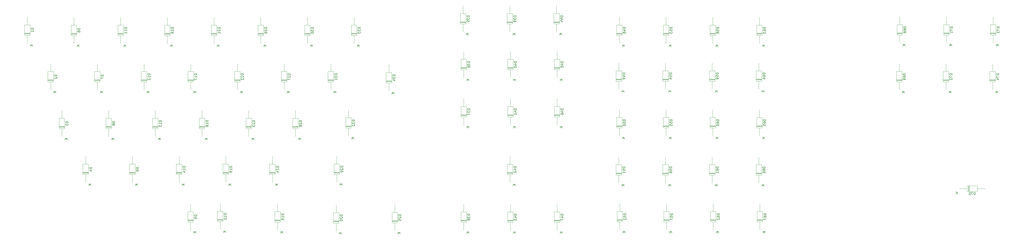
<source format=gbr>
%TF.GenerationSoftware,KiCad,Pcbnew,8.99.0-3334-g98ae574c78*%
%TF.CreationDate,2025-06-08T22:47:57-05:00*%
%TF.ProjectId,CircuitCyboard-Right,43697263-7569-4744-9379-626f6172642d,rev?*%
%TF.SameCoordinates,Original*%
%TF.FileFunction,Legend,Bot*%
%TF.FilePolarity,Positive*%
%FSLAX46Y46*%
G04 Gerber Fmt 4.6, Leading zero omitted, Abs format (unit mm)*
G04 Created by KiCad (PCBNEW 8.99.0-3334-g98ae574c78) date 2025-06-08 22:47:57*
%MOMM*%
%LPD*%
G01*
G04 APERTURE LIST*
%ADD10C,0.150000*%
%ADD11C,0.120000*%
G04 APERTURE END LIST*
D10*
X328354819Y-37855714D02*
X327354819Y-37855714D01*
X327354819Y-37855714D02*
X327354819Y-38093809D01*
X327354819Y-38093809D02*
X327402438Y-38236666D01*
X327402438Y-38236666D02*
X327497676Y-38331904D01*
X327497676Y-38331904D02*
X327592914Y-38379523D01*
X327592914Y-38379523D02*
X327783390Y-38427142D01*
X327783390Y-38427142D02*
X327926247Y-38427142D01*
X327926247Y-38427142D02*
X328116723Y-38379523D01*
X328116723Y-38379523D02*
X328211961Y-38331904D01*
X328211961Y-38331904D02*
X328307200Y-38236666D01*
X328307200Y-38236666D02*
X328354819Y-38093809D01*
X328354819Y-38093809D02*
X328354819Y-37855714D01*
X327354819Y-39331904D02*
X327354819Y-38855714D01*
X327354819Y-38855714D02*
X327831009Y-38808095D01*
X327831009Y-38808095D02*
X327783390Y-38855714D01*
X327783390Y-38855714D02*
X327735771Y-38950952D01*
X327735771Y-38950952D02*
X327735771Y-39189047D01*
X327735771Y-39189047D02*
X327783390Y-39284285D01*
X327783390Y-39284285D02*
X327831009Y-39331904D01*
X327831009Y-39331904D02*
X327926247Y-39379523D01*
X327926247Y-39379523D02*
X328164342Y-39379523D01*
X328164342Y-39379523D02*
X328259580Y-39331904D01*
X328259580Y-39331904D02*
X328307200Y-39284285D01*
X328307200Y-39284285D02*
X328354819Y-39189047D01*
X328354819Y-39189047D02*
X328354819Y-38950952D01*
X328354819Y-38950952D02*
X328307200Y-38855714D01*
X328307200Y-38855714D02*
X328259580Y-38808095D01*
X327783390Y-39950952D02*
X327735771Y-39855714D01*
X327735771Y-39855714D02*
X327688152Y-39808095D01*
X327688152Y-39808095D02*
X327592914Y-39760476D01*
X327592914Y-39760476D02*
X327545295Y-39760476D01*
X327545295Y-39760476D02*
X327450057Y-39808095D01*
X327450057Y-39808095D02*
X327402438Y-39855714D01*
X327402438Y-39855714D02*
X327354819Y-39950952D01*
X327354819Y-39950952D02*
X327354819Y-40141428D01*
X327354819Y-40141428D02*
X327402438Y-40236666D01*
X327402438Y-40236666D02*
X327450057Y-40284285D01*
X327450057Y-40284285D02*
X327545295Y-40331904D01*
X327545295Y-40331904D02*
X327592914Y-40331904D01*
X327592914Y-40331904D02*
X327688152Y-40284285D01*
X327688152Y-40284285D02*
X327735771Y-40236666D01*
X327735771Y-40236666D02*
X327783390Y-40141428D01*
X327783390Y-40141428D02*
X327783390Y-39950952D01*
X327783390Y-39950952D02*
X327831009Y-39855714D01*
X327831009Y-39855714D02*
X327878628Y-39808095D01*
X327878628Y-39808095D02*
X327973866Y-39760476D01*
X327973866Y-39760476D02*
X328164342Y-39760476D01*
X328164342Y-39760476D02*
X328259580Y-39808095D01*
X328259580Y-39808095D02*
X328307200Y-39855714D01*
X328307200Y-39855714D02*
X328354819Y-39950952D01*
X328354819Y-39950952D02*
X328354819Y-40141428D01*
X328354819Y-40141428D02*
X328307200Y-40236666D01*
X328307200Y-40236666D02*
X328259580Y-40284285D01*
X328259580Y-40284285D02*
X328164342Y-40331904D01*
X328164342Y-40331904D02*
X327973866Y-40331904D01*
X327973866Y-40331904D02*
X327878628Y-40284285D01*
X327878628Y-40284285D02*
X327831009Y-40236666D01*
X327831009Y-40236666D02*
X327783390Y-40141428D01*
X328034819Y-45158095D02*
X327034819Y-45158095D01*
X328034819Y-45729523D02*
X327463390Y-45300952D01*
X327034819Y-45729523D02*
X327606247Y-45158095D01*
X86804819Y-37905714D02*
X85804819Y-37905714D01*
X85804819Y-37905714D02*
X85804819Y-38143809D01*
X85804819Y-38143809D02*
X85852438Y-38286666D01*
X85852438Y-38286666D02*
X85947676Y-38381904D01*
X85947676Y-38381904D02*
X86042914Y-38429523D01*
X86042914Y-38429523D02*
X86233390Y-38477142D01*
X86233390Y-38477142D02*
X86376247Y-38477142D01*
X86376247Y-38477142D02*
X86566723Y-38429523D01*
X86566723Y-38429523D02*
X86661961Y-38381904D01*
X86661961Y-38381904D02*
X86757200Y-38286666D01*
X86757200Y-38286666D02*
X86804819Y-38143809D01*
X86804819Y-38143809D02*
X86804819Y-37905714D01*
X86804819Y-39429523D02*
X86804819Y-38858095D01*
X86804819Y-39143809D02*
X85804819Y-39143809D01*
X85804819Y-39143809D02*
X85947676Y-39048571D01*
X85947676Y-39048571D02*
X86042914Y-38953333D01*
X86042914Y-38953333D02*
X86090533Y-38858095D01*
X86804819Y-40381904D02*
X86804819Y-39810476D01*
X86804819Y-40096190D02*
X85804819Y-40096190D01*
X85804819Y-40096190D02*
X85947676Y-40000952D01*
X85947676Y-40000952D02*
X86042914Y-39905714D01*
X86042914Y-39905714D02*
X86090533Y-39810476D01*
X86484819Y-45208095D02*
X85484819Y-45208095D01*
X86484819Y-45779523D02*
X85913390Y-45350952D01*
X85484819Y-45779523D02*
X86056247Y-45208095D01*
X67754819Y-38381905D02*
X66754819Y-38381905D01*
X66754819Y-38381905D02*
X66754819Y-38620000D01*
X66754819Y-38620000D02*
X66802438Y-38762857D01*
X66802438Y-38762857D02*
X66897676Y-38858095D01*
X66897676Y-38858095D02*
X66992914Y-38905714D01*
X66992914Y-38905714D02*
X67183390Y-38953333D01*
X67183390Y-38953333D02*
X67326247Y-38953333D01*
X67326247Y-38953333D02*
X67516723Y-38905714D01*
X67516723Y-38905714D02*
X67611961Y-38858095D01*
X67611961Y-38858095D02*
X67707200Y-38762857D01*
X67707200Y-38762857D02*
X67754819Y-38620000D01*
X67754819Y-38620000D02*
X67754819Y-38381905D01*
X66754819Y-39810476D02*
X66754819Y-39620000D01*
X66754819Y-39620000D02*
X66802438Y-39524762D01*
X66802438Y-39524762D02*
X66850057Y-39477143D01*
X66850057Y-39477143D02*
X66992914Y-39381905D01*
X66992914Y-39381905D02*
X67183390Y-39334286D01*
X67183390Y-39334286D02*
X67564342Y-39334286D01*
X67564342Y-39334286D02*
X67659580Y-39381905D01*
X67659580Y-39381905D02*
X67707200Y-39429524D01*
X67707200Y-39429524D02*
X67754819Y-39524762D01*
X67754819Y-39524762D02*
X67754819Y-39715238D01*
X67754819Y-39715238D02*
X67707200Y-39810476D01*
X67707200Y-39810476D02*
X67659580Y-39858095D01*
X67659580Y-39858095D02*
X67564342Y-39905714D01*
X67564342Y-39905714D02*
X67326247Y-39905714D01*
X67326247Y-39905714D02*
X67231009Y-39858095D01*
X67231009Y-39858095D02*
X67183390Y-39810476D01*
X67183390Y-39810476D02*
X67135771Y-39715238D01*
X67135771Y-39715238D02*
X67135771Y-39524762D01*
X67135771Y-39524762D02*
X67183390Y-39429524D01*
X67183390Y-39429524D02*
X67231009Y-39381905D01*
X67231009Y-39381905D02*
X67326247Y-39334286D01*
X67434819Y-45208095D02*
X66434819Y-45208095D01*
X67434819Y-45779523D02*
X66863390Y-45350952D01*
X66434819Y-45779523D02*
X67006247Y-45208095D01*
X105854819Y-37905714D02*
X104854819Y-37905714D01*
X104854819Y-37905714D02*
X104854819Y-38143809D01*
X104854819Y-38143809D02*
X104902438Y-38286666D01*
X104902438Y-38286666D02*
X104997676Y-38381904D01*
X104997676Y-38381904D02*
X105092914Y-38429523D01*
X105092914Y-38429523D02*
X105283390Y-38477142D01*
X105283390Y-38477142D02*
X105426247Y-38477142D01*
X105426247Y-38477142D02*
X105616723Y-38429523D01*
X105616723Y-38429523D02*
X105711961Y-38381904D01*
X105711961Y-38381904D02*
X105807200Y-38286666D01*
X105807200Y-38286666D02*
X105854819Y-38143809D01*
X105854819Y-38143809D02*
X105854819Y-37905714D01*
X105854819Y-39429523D02*
X105854819Y-38858095D01*
X105854819Y-39143809D02*
X104854819Y-39143809D01*
X104854819Y-39143809D02*
X104997676Y-39048571D01*
X104997676Y-39048571D02*
X105092914Y-38953333D01*
X105092914Y-38953333D02*
X105140533Y-38858095D01*
X104854819Y-40286666D02*
X104854819Y-40096190D01*
X104854819Y-40096190D02*
X104902438Y-40000952D01*
X104902438Y-40000952D02*
X104950057Y-39953333D01*
X104950057Y-39953333D02*
X105092914Y-39858095D01*
X105092914Y-39858095D02*
X105283390Y-39810476D01*
X105283390Y-39810476D02*
X105664342Y-39810476D01*
X105664342Y-39810476D02*
X105759580Y-39858095D01*
X105759580Y-39858095D02*
X105807200Y-39905714D01*
X105807200Y-39905714D02*
X105854819Y-40000952D01*
X105854819Y-40000952D02*
X105854819Y-40191428D01*
X105854819Y-40191428D02*
X105807200Y-40286666D01*
X105807200Y-40286666D02*
X105759580Y-40334285D01*
X105759580Y-40334285D02*
X105664342Y-40381904D01*
X105664342Y-40381904D02*
X105426247Y-40381904D01*
X105426247Y-40381904D02*
X105331009Y-40334285D01*
X105331009Y-40334285D02*
X105283390Y-40286666D01*
X105283390Y-40286666D02*
X105235771Y-40191428D01*
X105235771Y-40191428D02*
X105235771Y-40000952D01*
X105235771Y-40000952D02*
X105283390Y-39905714D01*
X105283390Y-39905714D02*
X105331009Y-39858095D01*
X105331009Y-39858095D02*
X105426247Y-39810476D01*
X105534819Y-45208095D02*
X104534819Y-45208095D01*
X105534819Y-45779523D02*
X104963390Y-45350952D01*
X104534819Y-45779523D02*
X105106247Y-45208095D01*
X423504819Y-56855714D02*
X422504819Y-56855714D01*
X422504819Y-56855714D02*
X422504819Y-57093809D01*
X422504819Y-57093809D02*
X422552438Y-57236666D01*
X422552438Y-57236666D02*
X422647676Y-57331904D01*
X422647676Y-57331904D02*
X422742914Y-57379523D01*
X422742914Y-57379523D02*
X422933390Y-57427142D01*
X422933390Y-57427142D02*
X423076247Y-57427142D01*
X423076247Y-57427142D02*
X423266723Y-57379523D01*
X423266723Y-57379523D02*
X423361961Y-57331904D01*
X423361961Y-57331904D02*
X423457200Y-57236666D01*
X423457200Y-57236666D02*
X423504819Y-57093809D01*
X423504819Y-57093809D02*
X423504819Y-56855714D01*
X422504819Y-57760476D02*
X422504819Y-58427142D01*
X422504819Y-58427142D02*
X423504819Y-57998571D01*
X422600057Y-58760476D02*
X422552438Y-58808095D01*
X422552438Y-58808095D02*
X422504819Y-58903333D01*
X422504819Y-58903333D02*
X422504819Y-59141428D01*
X422504819Y-59141428D02*
X422552438Y-59236666D01*
X422552438Y-59236666D02*
X422600057Y-59284285D01*
X422600057Y-59284285D02*
X422695295Y-59331904D01*
X422695295Y-59331904D02*
X422790533Y-59331904D01*
X422790533Y-59331904D02*
X422933390Y-59284285D01*
X422933390Y-59284285D02*
X423504819Y-58712857D01*
X423504819Y-58712857D02*
X423504819Y-59331904D01*
X423184819Y-64158095D02*
X422184819Y-64158095D01*
X423184819Y-64729523D02*
X422613390Y-64300952D01*
X422184819Y-64729523D02*
X422756247Y-64158095D01*
X245604819Y-33155714D02*
X244604819Y-33155714D01*
X244604819Y-33155714D02*
X244604819Y-33393809D01*
X244604819Y-33393809D02*
X244652438Y-33536666D01*
X244652438Y-33536666D02*
X244747676Y-33631904D01*
X244747676Y-33631904D02*
X244842914Y-33679523D01*
X244842914Y-33679523D02*
X245033390Y-33727142D01*
X245033390Y-33727142D02*
X245176247Y-33727142D01*
X245176247Y-33727142D02*
X245366723Y-33679523D01*
X245366723Y-33679523D02*
X245461961Y-33631904D01*
X245461961Y-33631904D02*
X245557200Y-33536666D01*
X245557200Y-33536666D02*
X245604819Y-33393809D01*
X245604819Y-33393809D02*
X245604819Y-33155714D01*
X244604819Y-34060476D02*
X244604819Y-34679523D01*
X244604819Y-34679523D02*
X244985771Y-34346190D01*
X244985771Y-34346190D02*
X244985771Y-34489047D01*
X244985771Y-34489047D02*
X245033390Y-34584285D01*
X245033390Y-34584285D02*
X245081009Y-34631904D01*
X245081009Y-34631904D02*
X245176247Y-34679523D01*
X245176247Y-34679523D02*
X245414342Y-34679523D01*
X245414342Y-34679523D02*
X245509580Y-34631904D01*
X245509580Y-34631904D02*
X245557200Y-34584285D01*
X245557200Y-34584285D02*
X245604819Y-34489047D01*
X245604819Y-34489047D02*
X245604819Y-34203333D01*
X245604819Y-34203333D02*
X245557200Y-34108095D01*
X245557200Y-34108095D02*
X245509580Y-34060476D01*
X245604819Y-35155714D02*
X245604819Y-35346190D01*
X245604819Y-35346190D02*
X245557200Y-35441428D01*
X245557200Y-35441428D02*
X245509580Y-35489047D01*
X245509580Y-35489047D02*
X245366723Y-35584285D01*
X245366723Y-35584285D02*
X245176247Y-35631904D01*
X245176247Y-35631904D02*
X244795295Y-35631904D01*
X244795295Y-35631904D02*
X244700057Y-35584285D01*
X244700057Y-35584285D02*
X244652438Y-35536666D01*
X244652438Y-35536666D02*
X244604819Y-35441428D01*
X244604819Y-35441428D02*
X244604819Y-35250952D01*
X244604819Y-35250952D02*
X244652438Y-35155714D01*
X244652438Y-35155714D02*
X244700057Y-35108095D01*
X244700057Y-35108095D02*
X244795295Y-35060476D01*
X244795295Y-35060476D02*
X245033390Y-35060476D01*
X245033390Y-35060476D02*
X245128628Y-35108095D01*
X245128628Y-35108095D02*
X245176247Y-35155714D01*
X245176247Y-35155714D02*
X245223866Y-35250952D01*
X245223866Y-35250952D02*
X245223866Y-35441428D01*
X245223866Y-35441428D02*
X245176247Y-35536666D01*
X245176247Y-35536666D02*
X245128628Y-35584285D01*
X245128628Y-35584285D02*
X245033390Y-35631904D01*
X245284819Y-40458095D02*
X244284819Y-40458095D01*
X245284819Y-41029523D02*
X244713390Y-40600952D01*
X244284819Y-41029523D02*
X244856247Y-40458095D01*
X404654819Y-37655714D02*
X403654819Y-37655714D01*
X403654819Y-37655714D02*
X403654819Y-37893809D01*
X403654819Y-37893809D02*
X403702438Y-38036666D01*
X403702438Y-38036666D02*
X403797676Y-38131904D01*
X403797676Y-38131904D02*
X403892914Y-38179523D01*
X403892914Y-38179523D02*
X404083390Y-38227142D01*
X404083390Y-38227142D02*
X404226247Y-38227142D01*
X404226247Y-38227142D02*
X404416723Y-38179523D01*
X404416723Y-38179523D02*
X404511961Y-38131904D01*
X404511961Y-38131904D02*
X404607200Y-38036666D01*
X404607200Y-38036666D02*
X404654819Y-37893809D01*
X404654819Y-37893809D02*
X404654819Y-37655714D01*
X403654819Y-39084285D02*
X403654819Y-38893809D01*
X403654819Y-38893809D02*
X403702438Y-38798571D01*
X403702438Y-38798571D02*
X403750057Y-38750952D01*
X403750057Y-38750952D02*
X403892914Y-38655714D01*
X403892914Y-38655714D02*
X404083390Y-38608095D01*
X404083390Y-38608095D02*
X404464342Y-38608095D01*
X404464342Y-38608095D02*
X404559580Y-38655714D01*
X404559580Y-38655714D02*
X404607200Y-38703333D01*
X404607200Y-38703333D02*
X404654819Y-38798571D01*
X404654819Y-38798571D02*
X404654819Y-38989047D01*
X404654819Y-38989047D02*
X404607200Y-39084285D01*
X404607200Y-39084285D02*
X404559580Y-39131904D01*
X404559580Y-39131904D02*
X404464342Y-39179523D01*
X404464342Y-39179523D02*
X404226247Y-39179523D01*
X404226247Y-39179523D02*
X404131009Y-39131904D01*
X404131009Y-39131904D02*
X404083390Y-39084285D01*
X404083390Y-39084285D02*
X404035771Y-38989047D01*
X404035771Y-38989047D02*
X404035771Y-38798571D01*
X404035771Y-38798571D02*
X404083390Y-38703333D01*
X404083390Y-38703333D02*
X404131009Y-38655714D01*
X404131009Y-38655714D02*
X404226247Y-38608095D01*
X404083390Y-39750952D02*
X404035771Y-39655714D01*
X404035771Y-39655714D02*
X403988152Y-39608095D01*
X403988152Y-39608095D02*
X403892914Y-39560476D01*
X403892914Y-39560476D02*
X403845295Y-39560476D01*
X403845295Y-39560476D02*
X403750057Y-39608095D01*
X403750057Y-39608095D02*
X403702438Y-39655714D01*
X403702438Y-39655714D02*
X403654819Y-39750952D01*
X403654819Y-39750952D02*
X403654819Y-39941428D01*
X403654819Y-39941428D02*
X403702438Y-40036666D01*
X403702438Y-40036666D02*
X403750057Y-40084285D01*
X403750057Y-40084285D02*
X403845295Y-40131904D01*
X403845295Y-40131904D02*
X403892914Y-40131904D01*
X403892914Y-40131904D02*
X403988152Y-40084285D01*
X403988152Y-40084285D02*
X404035771Y-40036666D01*
X404035771Y-40036666D02*
X404083390Y-39941428D01*
X404083390Y-39941428D02*
X404083390Y-39750952D01*
X404083390Y-39750952D02*
X404131009Y-39655714D01*
X404131009Y-39655714D02*
X404178628Y-39608095D01*
X404178628Y-39608095D02*
X404273866Y-39560476D01*
X404273866Y-39560476D02*
X404464342Y-39560476D01*
X404464342Y-39560476D02*
X404559580Y-39608095D01*
X404559580Y-39608095D02*
X404607200Y-39655714D01*
X404607200Y-39655714D02*
X404654819Y-39750952D01*
X404654819Y-39750952D02*
X404654819Y-39941428D01*
X404654819Y-39941428D02*
X404607200Y-40036666D01*
X404607200Y-40036666D02*
X404559580Y-40084285D01*
X404559580Y-40084285D02*
X404464342Y-40131904D01*
X404464342Y-40131904D02*
X404273866Y-40131904D01*
X404273866Y-40131904D02*
X404178628Y-40084285D01*
X404178628Y-40084285D02*
X404131009Y-40036666D01*
X404131009Y-40036666D02*
X404083390Y-39941428D01*
X404334819Y-44958095D02*
X403334819Y-44958095D01*
X404334819Y-45529523D02*
X403763390Y-45100952D01*
X403334819Y-45529523D02*
X403906247Y-44958095D01*
X404454819Y-56855714D02*
X403454819Y-56855714D01*
X403454819Y-56855714D02*
X403454819Y-57093809D01*
X403454819Y-57093809D02*
X403502438Y-57236666D01*
X403502438Y-57236666D02*
X403597676Y-57331904D01*
X403597676Y-57331904D02*
X403692914Y-57379523D01*
X403692914Y-57379523D02*
X403883390Y-57427142D01*
X403883390Y-57427142D02*
X404026247Y-57427142D01*
X404026247Y-57427142D02*
X404216723Y-57379523D01*
X404216723Y-57379523D02*
X404311961Y-57331904D01*
X404311961Y-57331904D02*
X404407200Y-57236666D01*
X404407200Y-57236666D02*
X404454819Y-57093809D01*
X404454819Y-57093809D02*
X404454819Y-56855714D01*
X403454819Y-58284285D02*
X403454819Y-58093809D01*
X403454819Y-58093809D02*
X403502438Y-57998571D01*
X403502438Y-57998571D02*
X403550057Y-57950952D01*
X403550057Y-57950952D02*
X403692914Y-57855714D01*
X403692914Y-57855714D02*
X403883390Y-57808095D01*
X403883390Y-57808095D02*
X404264342Y-57808095D01*
X404264342Y-57808095D02*
X404359580Y-57855714D01*
X404359580Y-57855714D02*
X404407200Y-57903333D01*
X404407200Y-57903333D02*
X404454819Y-57998571D01*
X404454819Y-57998571D02*
X404454819Y-58189047D01*
X404454819Y-58189047D02*
X404407200Y-58284285D01*
X404407200Y-58284285D02*
X404359580Y-58331904D01*
X404359580Y-58331904D02*
X404264342Y-58379523D01*
X404264342Y-58379523D02*
X404026247Y-58379523D01*
X404026247Y-58379523D02*
X403931009Y-58331904D01*
X403931009Y-58331904D02*
X403883390Y-58284285D01*
X403883390Y-58284285D02*
X403835771Y-58189047D01*
X403835771Y-58189047D02*
X403835771Y-57998571D01*
X403835771Y-57998571D02*
X403883390Y-57903333D01*
X403883390Y-57903333D02*
X403931009Y-57855714D01*
X403931009Y-57855714D02*
X404026247Y-57808095D01*
X404454819Y-58855714D02*
X404454819Y-59046190D01*
X404454819Y-59046190D02*
X404407200Y-59141428D01*
X404407200Y-59141428D02*
X404359580Y-59189047D01*
X404359580Y-59189047D02*
X404216723Y-59284285D01*
X404216723Y-59284285D02*
X404026247Y-59331904D01*
X404026247Y-59331904D02*
X403645295Y-59331904D01*
X403645295Y-59331904D02*
X403550057Y-59284285D01*
X403550057Y-59284285D02*
X403502438Y-59236666D01*
X403502438Y-59236666D02*
X403454819Y-59141428D01*
X403454819Y-59141428D02*
X403454819Y-58950952D01*
X403454819Y-58950952D02*
X403502438Y-58855714D01*
X403502438Y-58855714D02*
X403550057Y-58808095D01*
X403550057Y-58808095D02*
X403645295Y-58760476D01*
X403645295Y-58760476D02*
X403883390Y-58760476D01*
X403883390Y-58760476D02*
X403978628Y-58808095D01*
X403978628Y-58808095D02*
X404026247Y-58855714D01*
X404026247Y-58855714D02*
X404073866Y-58950952D01*
X404073866Y-58950952D02*
X404073866Y-59141428D01*
X404073866Y-59141428D02*
X404026247Y-59236666D01*
X404026247Y-59236666D02*
X403978628Y-59284285D01*
X403978628Y-59284285D02*
X403883390Y-59331904D01*
X404134819Y-64158095D02*
X403134819Y-64158095D01*
X404134819Y-64729523D02*
X403563390Y-64300952D01*
X403134819Y-64729523D02*
X403706247Y-64158095D01*
X134454819Y-56855714D02*
X133454819Y-56855714D01*
X133454819Y-56855714D02*
X133454819Y-57093809D01*
X133454819Y-57093809D02*
X133502438Y-57236666D01*
X133502438Y-57236666D02*
X133597676Y-57331904D01*
X133597676Y-57331904D02*
X133692914Y-57379523D01*
X133692914Y-57379523D02*
X133883390Y-57427142D01*
X133883390Y-57427142D02*
X134026247Y-57427142D01*
X134026247Y-57427142D02*
X134216723Y-57379523D01*
X134216723Y-57379523D02*
X134311961Y-57331904D01*
X134311961Y-57331904D02*
X134407200Y-57236666D01*
X134407200Y-57236666D02*
X134454819Y-57093809D01*
X134454819Y-57093809D02*
X134454819Y-56855714D01*
X133550057Y-57808095D02*
X133502438Y-57855714D01*
X133502438Y-57855714D02*
X133454819Y-57950952D01*
X133454819Y-57950952D02*
X133454819Y-58189047D01*
X133454819Y-58189047D02*
X133502438Y-58284285D01*
X133502438Y-58284285D02*
X133550057Y-58331904D01*
X133550057Y-58331904D02*
X133645295Y-58379523D01*
X133645295Y-58379523D02*
X133740533Y-58379523D01*
X133740533Y-58379523D02*
X133883390Y-58331904D01*
X133883390Y-58331904D02*
X134454819Y-57760476D01*
X134454819Y-57760476D02*
X134454819Y-58379523D01*
X133550057Y-58760476D02*
X133502438Y-58808095D01*
X133502438Y-58808095D02*
X133454819Y-58903333D01*
X133454819Y-58903333D02*
X133454819Y-59141428D01*
X133454819Y-59141428D02*
X133502438Y-59236666D01*
X133502438Y-59236666D02*
X133550057Y-59284285D01*
X133550057Y-59284285D02*
X133645295Y-59331904D01*
X133645295Y-59331904D02*
X133740533Y-59331904D01*
X133740533Y-59331904D02*
X133883390Y-59284285D01*
X133883390Y-59284285D02*
X134454819Y-58712857D01*
X134454819Y-58712857D02*
X134454819Y-59331904D01*
X134134819Y-64158095D02*
X133134819Y-64158095D01*
X134134819Y-64729523D02*
X133563390Y-64300952D01*
X133134819Y-64729523D02*
X133706247Y-64158095D01*
X245804819Y-114255714D02*
X244804819Y-114255714D01*
X244804819Y-114255714D02*
X244804819Y-114493809D01*
X244804819Y-114493809D02*
X244852438Y-114636666D01*
X244852438Y-114636666D02*
X244947676Y-114731904D01*
X244947676Y-114731904D02*
X245042914Y-114779523D01*
X245042914Y-114779523D02*
X245233390Y-114827142D01*
X245233390Y-114827142D02*
X245376247Y-114827142D01*
X245376247Y-114827142D02*
X245566723Y-114779523D01*
X245566723Y-114779523D02*
X245661961Y-114731904D01*
X245661961Y-114731904D02*
X245757200Y-114636666D01*
X245757200Y-114636666D02*
X245804819Y-114493809D01*
X245804819Y-114493809D02*
X245804819Y-114255714D01*
X245138152Y-115684285D02*
X245804819Y-115684285D01*
X244757200Y-115446190D02*
X245471485Y-115208095D01*
X245471485Y-115208095D02*
X245471485Y-115827142D01*
X244804819Y-116112857D02*
X244804819Y-116731904D01*
X244804819Y-116731904D02*
X245185771Y-116398571D01*
X245185771Y-116398571D02*
X245185771Y-116541428D01*
X245185771Y-116541428D02*
X245233390Y-116636666D01*
X245233390Y-116636666D02*
X245281009Y-116684285D01*
X245281009Y-116684285D02*
X245376247Y-116731904D01*
X245376247Y-116731904D02*
X245614342Y-116731904D01*
X245614342Y-116731904D02*
X245709580Y-116684285D01*
X245709580Y-116684285D02*
X245757200Y-116636666D01*
X245757200Y-116636666D02*
X245804819Y-116541428D01*
X245804819Y-116541428D02*
X245804819Y-116255714D01*
X245804819Y-116255714D02*
X245757200Y-116160476D01*
X245757200Y-116160476D02*
X245709580Y-116112857D01*
X245484819Y-121558095D02*
X244484819Y-121558095D01*
X245484819Y-122129523D02*
X244913390Y-121700952D01*
X244484819Y-122129523D02*
X245056247Y-121558095D01*
X309504819Y-114055714D02*
X308504819Y-114055714D01*
X308504819Y-114055714D02*
X308504819Y-114293809D01*
X308504819Y-114293809D02*
X308552438Y-114436666D01*
X308552438Y-114436666D02*
X308647676Y-114531904D01*
X308647676Y-114531904D02*
X308742914Y-114579523D01*
X308742914Y-114579523D02*
X308933390Y-114627142D01*
X308933390Y-114627142D02*
X309076247Y-114627142D01*
X309076247Y-114627142D02*
X309266723Y-114579523D01*
X309266723Y-114579523D02*
X309361961Y-114531904D01*
X309361961Y-114531904D02*
X309457200Y-114436666D01*
X309457200Y-114436666D02*
X309504819Y-114293809D01*
X309504819Y-114293809D02*
X309504819Y-114055714D01*
X308504819Y-115531904D02*
X308504819Y-115055714D01*
X308504819Y-115055714D02*
X308981009Y-115008095D01*
X308981009Y-115008095D02*
X308933390Y-115055714D01*
X308933390Y-115055714D02*
X308885771Y-115150952D01*
X308885771Y-115150952D02*
X308885771Y-115389047D01*
X308885771Y-115389047D02*
X308933390Y-115484285D01*
X308933390Y-115484285D02*
X308981009Y-115531904D01*
X308981009Y-115531904D02*
X309076247Y-115579523D01*
X309076247Y-115579523D02*
X309314342Y-115579523D01*
X309314342Y-115579523D02*
X309409580Y-115531904D01*
X309409580Y-115531904D02*
X309457200Y-115484285D01*
X309457200Y-115484285D02*
X309504819Y-115389047D01*
X309504819Y-115389047D02*
X309504819Y-115150952D01*
X309504819Y-115150952D02*
X309457200Y-115055714D01*
X309457200Y-115055714D02*
X309409580Y-115008095D01*
X308504819Y-115912857D02*
X308504819Y-116579523D01*
X308504819Y-116579523D02*
X309504819Y-116150952D01*
X309184819Y-121358095D02*
X308184819Y-121358095D01*
X309184819Y-121929523D02*
X308613390Y-121500952D01*
X308184819Y-121929523D02*
X308756247Y-121358095D01*
X110654819Y-94705714D02*
X109654819Y-94705714D01*
X109654819Y-94705714D02*
X109654819Y-94943809D01*
X109654819Y-94943809D02*
X109702438Y-95086666D01*
X109702438Y-95086666D02*
X109797676Y-95181904D01*
X109797676Y-95181904D02*
X109892914Y-95229523D01*
X109892914Y-95229523D02*
X110083390Y-95277142D01*
X110083390Y-95277142D02*
X110226247Y-95277142D01*
X110226247Y-95277142D02*
X110416723Y-95229523D01*
X110416723Y-95229523D02*
X110511961Y-95181904D01*
X110511961Y-95181904D02*
X110607200Y-95086666D01*
X110607200Y-95086666D02*
X110654819Y-94943809D01*
X110654819Y-94943809D02*
X110654819Y-94705714D01*
X110654819Y-96229523D02*
X110654819Y-95658095D01*
X110654819Y-95943809D02*
X109654819Y-95943809D01*
X109654819Y-95943809D02*
X109797676Y-95848571D01*
X109797676Y-95848571D02*
X109892914Y-95753333D01*
X109892914Y-95753333D02*
X109940533Y-95658095D01*
X109988152Y-97086666D02*
X110654819Y-97086666D01*
X109607200Y-96848571D02*
X110321485Y-96610476D01*
X110321485Y-96610476D02*
X110321485Y-97229523D01*
X110334819Y-102008095D02*
X109334819Y-102008095D01*
X110334819Y-102579523D02*
X109763390Y-102150952D01*
X109334819Y-102579523D02*
X109906247Y-102008095D01*
X290254819Y-75655714D02*
X289254819Y-75655714D01*
X289254819Y-75655714D02*
X289254819Y-75893809D01*
X289254819Y-75893809D02*
X289302438Y-76036666D01*
X289302438Y-76036666D02*
X289397676Y-76131904D01*
X289397676Y-76131904D02*
X289492914Y-76179523D01*
X289492914Y-76179523D02*
X289683390Y-76227142D01*
X289683390Y-76227142D02*
X289826247Y-76227142D01*
X289826247Y-76227142D02*
X290016723Y-76179523D01*
X290016723Y-76179523D02*
X290111961Y-76131904D01*
X290111961Y-76131904D02*
X290207200Y-76036666D01*
X290207200Y-76036666D02*
X290254819Y-75893809D01*
X290254819Y-75893809D02*
X290254819Y-75655714D01*
X289254819Y-77131904D02*
X289254819Y-76655714D01*
X289254819Y-76655714D02*
X289731009Y-76608095D01*
X289731009Y-76608095D02*
X289683390Y-76655714D01*
X289683390Y-76655714D02*
X289635771Y-76750952D01*
X289635771Y-76750952D02*
X289635771Y-76989047D01*
X289635771Y-76989047D02*
X289683390Y-77084285D01*
X289683390Y-77084285D02*
X289731009Y-77131904D01*
X289731009Y-77131904D02*
X289826247Y-77179523D01*
X289826247Y-77179523D02*
X290064342Y-77179523D01*
X290064342Y-77179523D02*
X290159580Y-77131904D01*
X290159580Y-77131904D02*
X290207200Y-77084285D01*
X290207200Y-77084285D02*
X290254819Y-76989047D01*
X290254819Y-76989047D02*
X290254819Y-76750952D01*
X290254819Y-76750952D02*
X290207200Y-76655714D01*
X290207200Y-76655714D02*
X290159580Y-76608095D01*
X289254819Y-77798571D02*
X289254819Y-77893809D01*
X289254819Y-77893809D02*
X289302438Y-77989047D01*
X289302438Y-77989047D02*
X289350057Y-78036666D01*
X289350057Y-78036666D02*
X289445295Y-78084285D01*
X289445295Y-78084285D02*
X289635771Y-78131904D01*
X289635771Y-78131904D02*
X289873866Y-78131904D01*
X289873866Y-78131904D02*
X290064342Y-78084285D01*
X290064342Y-78084285D02*
X290159580Y-78036666D01*
X290159580Y-78036666D02*
X290207200Y-77989047D01*
X290207200Y-77989047D02*
X290254819Y-77893809D01*
X290254819Y-77893809D02*
X290254819Y-77798571D01*
X290254819Y-77798571D02*
X290207200Y-77703333D01*
X290207200Y-77703333D02*
X290159580Y-77655714D01*
X290159580Y-77655714D02*
X290064342Y-77608095D01*
X290064342Y-77608095D02*
X289873866Y-77560476D01*
X289873866Y-77560476D02*
X289635771Y-77560476D01*
X289635771Y-77560476D02*
X289445295Y-77608095D01*
X289445295Y-77608095D02*
X289350057Y-77655714D01*
X289350057Y-77655714D02*
X289302438Y-77703333D01*
X289302438Y-77703333D02*
X289254819Y-77798571D01*
X289934819Y-82958095D02*
X288934819Y-82958095D01*
X289934819Y-83529523D02*
X289363390Y-83100952D01*
X288934819Y-83529523D02*
X289506247Y-82958095D01*
X77304819Y-57331905D02*
X76304819Y-57331905D01*
X76304819Y-57331905D02*
X76304819Y-57570000D01*
X76304819Y-57570000D02*
X76352438Y-57712857D01*
X76352438Y-57712857D02*
X76447676Y-57808095D01*
X76447676Y-57808095D02*
X76542914Y-57855714D01*
X76542914Y-57855714D02*
X76733390Y-57903333D01*
X76733390Y-57903333D02*
X76876247Y-57903333D01*
X76876247Y-57903333D02*
X77066723Y-57855714D01*
X77066723Y-57855714D02*
X77161961Y-57808095D01*
X77161961Y-57808095D02*
X77257200Y-57712857D01*
X77257200Y-57712857D02*
X77304819Y-57570000D01*
X77304819Y-57570000D02*
X77304819Y-57331905D01*
X76304819Y-58236667D02*
X76304819Y-58903333D01*
X76304819Y-58903333D02*
X77304819Y-58474762D01*
X76984819Y-64158095D02*
X75984819Y-64158095D01*
X76984819Y-64729523D02*
X76413390Y-64300952D01*
X75984819Y-64729523D02*
X76556247Y-64158095D01*
X153504819Y-56855714D02*
X152504819Y-56855714D01*
X152504819Y-56855714D02*
X152504819Y-57093809D01*
X152504819Y-57093809D02*
X152552438Y-57236666D01*
X152552438Y-57236666D02*
X152647676Y-57331904D01*
X152647676Y-57331904D02*
X152742914Y-57379523D01*
X152742914Y-57379523D02*
X152933390Y-57427142D01*
X152933390Y-57427142D02*
X153076247Y-57427142D01*
X153076247Y-57427142D02*
X153266723Y-57379523D01*
X153266723Y-57379523D02*
X153361961Y-57331904D01*
X153361961Y-57331904D02*
X153457200Y-57236666D01*
X153457200Y-57236666D02*
X153504819Y-57093809D01*
X153504819Y-57093809D02*
X153504819Y-56855714D01*
X152600057Y-57808095D02*
X152552438Y-57855714D01*
X152552438Y-57855714D02*
X152504819Y-57950952D01*
X152504819Y-57950952D02*
X152504819Y-58189047D01*
X152504819Y-58189047D02*
X152552438Y-58284285D01*
X152552438Y-58284285D02*
X152600057Y-58331904D01*
X152600057Y-58331904D02*
X152695295Y-58379523D01*
X152695295Y-58379523D02*
X152790533Y-58379523D01*
X152790533Y-58379523D02*
X152933390Y-58331904D01*
X152933390Y-58331904D02*
X153504819Y-57760476D01*
X153504819Y-57760476D02*
X153504819Y-58379523D01*
X152504819Y-58712857D02*
X152504819Y-59379523D01*
X152504819Y-59379523D02*
X153504819Y-58950952D01*
X153184819Y-64158095D02*
X152184819Y-64158095D01*
X153184819Y-64729523D02*
X152613390Y-64300952D01*
X152184819Y-64729523D02*
X152756247Y-64158095D01*
X172554819Y-56855714D02*
X171554819Y-56855714D01*
X171554819Y-56855714D02*
X171554819Y-57093809D01*
X171554819Y-57093809D02*
X171602438Y-57236666D01*
X171602438Y-57236666D02*
X171697676Y-57331904D01*
X171697676Y-57331904D02*
X171792914Y-57379523D01*
X171792914Y-57379523D02*
X171983390Y-57427142D01*
X171983390Y-57427142D02*
X172126247Y-57427142D01*
X172126247Y-57427142D02*
X172316723Y-57379523D01*
X172316723Y-57379523D02*
X172411961Y-57331904D01*
X172411961Y-57331904D02*
X172507200Y-57236666D01*
X172507200Y-57236666D02*
X172554819Y-57093809D01*
X172554819Y-57093809D02*
X172554819Y-56855714D01*
X171554819Y-57760476D02*
X171554819Y-58379523D01*
X171554819Y-58379523D02*
X171935771Y-58046190D01*
X171935771Y-58046190D02*
X171935771Y-58189047D01*
X171935771Y-58189047D02*
X171983390Y-58284285D01*
X171983390Y-58284285D02*
X172031009Y-58331904D01*
X172031009Y-58331904D02*
X172126247Y-58379523D01*
X172126247Y-58379523D02*
X172364342Y-58379523D01*
X172364342Y-58379523D02*
X172459580Y-58331904D01*
X172459580Y-58331904D02*
X172507200Y-58284285D01*
X172507200Y-58284285D02*
X172554819Y-58189047D01*
X172554819Y-58189047D02*
X172554819Y-57903333D01*
X172554819Y-57903333D02*
X172507200Y-57808095D01*
X172507200Y-57808095D02*
X172459580Y-57760476D01*
X172554819Y-59331904D02*
X172554819Y-58760476D01*
X172554819Y-59046190D02*
X171554819Y-59046190D01*
X171554819Y-59046190D02*
X171697676Y-58950952D01*
X171697676Y-58950952D02*
X171792914Y-58855714D01*
X171792914Y-58855714D02*
X171840533Y-58760476D01*
X172234819Y-64158095D02*
X171234819Y-64158095D01*
X172234819Y-64729523D02*
X171663390Y-64300952D01*
X171234819Y-64729523D02*
X171806247Y-64158095D01*
X62854819Y-76431905D02*
X61854819Y-76431905D01*
X61854819Y-76431905D02*
X61854819Y-76670000D01*
X61854819Y-76670000D02*
X61902438Y-76812857D01*
X61902438Y-76812857D02*
X61997676Y-76908095D01*
X61997676Y-76908095D02*
X62092914Y-76955714D01*
X62092914Y-76955714D02*
X62283390Y-77003333D01*
X62283390Y-77003333D02*
X62426247Y-77003333D01*
X62426247Y-77003333D02*
X62616723Y-76955714D01*
X62616723Y-76955714D02*
X62711961Y-76908095D01*
X62711961Y-76908095D02*
X62807200Y-76812857D01*
X62807200Y-76812857D02*
X62854819Y-76670000D01*
X62854819Y-76670000D02*
X62854819Y-76431905D01*
X61854819Y-77336667D02*
X61854819Y-77955714D01*
X61854819Y-77955714D02*
X62235771Y-77622381D01*
X62235771Y-77622381D02*
X62235771Y-77765238D01*
X62235771Y-77765238D02*
X62283390Y-77860476D01*
X62283390Y-77860476D02*
X62331009Y-77908095D01*
X62331009Y-77908095D02*
X62426247Y-77955714D01*
X62426247Y-77955714D02*
X62664342Y-77955714D01*
X62664342Y-77955714D02*
X62759580Y-77908095D01*
X62759580Y-77908095D02*
X62807200Y-77860476D01*
X62807200Y-77860476D02*
X62854819Y-77765238D01*
X62854819Y-77765238D02*
X62854819Y-77479524D01*
X62854819Y-77479524D02*
X62807200Y-77384286D01*
X62807200Y-77384286D02*
X62759580Y-77336667D01*
X62534819Y-83258095D02*
X61534819Y-83258095D01*
X62534819Y-83829523D02*
X61963390Y-83400952D01*
X61534819Y-83829523D02*
X62106247Y-83258095D01*
X81904819Y-76431905D02*
X80904819Y-76431905D01*
X80904819Y-76431905D02*
X80904819Y-76670000D01*
X80904819Y-76670000D02*
X80952438Y-76812857D01*
X80952438Y-76812857D02*
X81047676Y-76908095D01*
X81047676Y-76908095D02*
X81142914Y-76955714D01*
X81142914Y-76955714D02*
X81333390Y-77003333D01*
X81333390Y-77003333D02*
X81476247Y-77003333D01*
X81476247Y-77003333D02*
X81666723Y-76955714D01*
X81666723Y-76955714D02*
X81761961Y-76908095D01*
X81761961Y-76908095D02*
X81857200Y-76812857D01*
X81857200Y-76812857D02*
X81904819Y-76670000D01*
X81904819Y-76670000D02*
X81904819Y-76431905D01*
X81333390Y-77574762D02*
X81285771Y-77479524D01*
X81285771Y-77479524D02*
X81238152Y-77431905D01*
X81238152Y-77431905D02*
X81142914Y-77384286D01*
X81142914Y-77384286D02*
X81095295Y-77384286D01*
X81095295Y-77384286D02*
X81000057Y-77431905D01*
X81000057Y-77431905D02*
X80952438Y-77479524D01*
X80952438Y-77479524D02*
X80904819Y-77574762D01*
X80904819Y-77574762D02*
X80904819Y-77765238D01*
X80904819Y-77765238D02*
X80952438Y-77860476D01*
X80952438Y-77860476D02*
X81000057Y-77908095D01*
X81000057Y-77908095D02*
X81095295Y-77955714D01*
X81095295Y-77955714D02*
X81142914Y-77955714D01*
X81142914Y-77955714D02*
X81238152Y-77908095D01*
X81238152Y-77908095D02*
X81285771Y-77860476D01*
X81285771Y-77860476D02*
X81333390Y-77765238D01*
X81333390Y-77765238D02*
X81333390Y-77574762D01*
X81333390Y-77574762D02*
X81381009Y-77479524D01*
X81381009Y-77479524D02*
X81428628Y-77431905D01*
X81428628Y-77431905D02*
X81523866Y-77384286D01*
X81523866Y-77384286D02*
X81714342Y-77384286D01*
X81714342Y-77384286D02*
X81809580Y-77431905D01*
X81809580Y-77431905D02*
X81857200Y-77479524D01*
X81857200Y-77479524D02*
X81904819Y-77574762D01*
X81904819Y-77574762D02*
X81904819Y-77765238D01*
X81904819Y-77765238D02*
X81857200Y-77860476D01*
X81857200Y-77860476D02*
X81809580Y-77908095D01*
X81809580Y-77908095D02*
X81714342Y-77955714D01*
X81714342Y-77955714D02*
X81523866Y-77955714D01*
X81523866Y-77955714D02*
X81428628Y-77908095D01*
X81428628Y-77908095D02*
X81381009Y-77860476D01*
X81381009Y-77860476D02*
X81333390Y-77765238D01*
X81584819Y-83258095D02*
X80584819Y-83258095D01*
X81584819Y-83829523D02*
X81013390Y-83400952D01*
X80584819Y-83829523D02*
X81156247Y-83258095D01*
X347604819Y-114055714D02*
X346604819Y-114055714D01*
X346604819Y-114055714D02*
X346604819Y-114293809D01*
X346604819Y-114293809D02*
X346652438Y-114436666D01*
X346652438Y-114436666D02*
X346747676Y-114531904D01*
X346747676Y-114531904D02*
X346842914Y-114579523D01*
X346842914Y-114579523D02*
X347033390Y-114627142D01*
X347033390Y-114627142D02*
X347176247Y-114627142D01*
X347176247Y-114627142D02*
X347366723Y-114579523D01*
X347366723Y-114579523D02*
X347461961Y-114531904D01*
X347461961Y-114531904D02*
X347557200Y-114436666D01*
X347557200Y-114436666D02*
X347604819Y-114293809D01*
X347604819Y-114293809D02*
X347604819Y-114055714D01*
X346604819Y-115484285D02*
X346604819Y-115293809D01*
X346604819Y-115293809D02*
X346652438Y-115198571D01*
X346652438Y-115198571D02*
X346700057Y-115150952D01*
X346700057Y-115150952D02*
X346842914Y-115055714D01*
X346842914Y-115055714D02*
X347033390Y-115008095D01*
X347033390Y-115008095D02*
X347414342Y-115008095D01*
X347414342Y-115008095D02*
X347509580Y-115055714D01*
X347509580Y-115055714D02*
X347557200Y-115103333D01*
X347557200Y-115103333D02*
X347604819Y-115198571D01*
X347604819Y-115198571D02*
X347604819Y-115389047D01*
X347604819Y-115389047D02*
X347557200Y-115484285D01*
X347557200Y-115484285D02*
X347509580Y-115531904D01*
X347509580Y-115531904D02*
X347414342Y-115579523D01*
X347414342Y-115579523D02*
X347176247Y-115579523D01*
X347176247Y-115579523D02*
X347081009Y-115531904D01*
X347081009Y-115531904D02*
X347033390Y-115484285D01*
X347033390Y-115484285D02*
X346985771Y-115389047D01*
X346985771Y-115389047D02*
X346985771Y-115198571D01*
X346985771Y-115198571D02*
X347033390Y-115103333D01*
X347033390Y-115103333D02*
X347081009Y-115055714D01*
X347081009Y-115055714D02*
X347176247Y-115008095D01*
X346604819Y-115912857D02*
X346604819Y-116579523D01*
X346604819Y-116579523D02*
X347604819Y-116150952D01*
X347284819Y-121358095D02*
X346284819Y-121358095D01*
X347284819Y-121929523D02*
X346713390Y-121500952D01*
X346284819Y-121929523D02*
X346856247Y-121358095D01*
X264854819Y-114255714D02*
X263854819Y-114255714D01*
X263854819Y-114255714D02*
X263854819Y-114493809D01*
X263854819Y-114493809D02*
X263902438Y-114636666D01*
X263902438Y-114636666D02*
X263997676Y-114731904D01*
X263997676Y-114731904D02*
X264092914Y-114779523D01*
X264092914Y-114779523D02*
X264283390Y-114827142D01*
X264283390Y-114827142D02*
X264426247Y-114827142D01*
X264426247Y-114827142D02*
X264616723Y-114779523D01*
X264616723Y-114779523D02*
X264711961Y-114731904D01*
X264711961Y-114731904D02*
X264807200Y-114636666D01*
X264807200Y-114636666D02*
X264854819Y-114493809D01*
X264854819Y-114493809D02*
X264854819Y-114255714D01*
X264188152Y-115684285D02*
X264854819Y-115684285D01*
X263807200Y-115446190D02*
X264521485Y-115208095D01*
X264521485Y-115208095D02*
X264521485Y-115827142D01*
X263854819Y-116112857D02*
X263854819Y-116779523D01*
X263854819Y-116779523D02*
X264854819Y-116350952D01*
X264534819Y-121558095D02*
X263534819Y-121558095D01*
X264534819Y-122129523D02*
X263963390Y-121700952D01*
X263534819Y-122129523D02*
X264106247Y-121558095D01*
X226754819Y-51855714D02*
X225754819Y-51855714D01*
X225754819Y-51855714D02*
X225754819Y-52093809D01*
X225754819Y-52093809D02*
X225802438Y-52236666D01*
X225802438Y-52236666D02*
X225897676Y-52331904D01*
X225897676Y-52331904D02*
X225992914Y-52379523D01*
X225992914Y-52379523D02*
X226183390Y-52427142D01*
X226183390Y-52427142D02*
X226326247Y-52427142D01*
X226326247Y-52427142D02*
X226516723Y-52379523D01*
X226516723Y-52379523D02*
X226611961Y-52331904D01*
X226611961Y-52331904D02*
X226707200Y-52236666D01*
X226707200Y-52236666D02*
X226754819Y-52093809D01*
X226754819Y-52093809D02*
X226754819Y-51855714D01*
X225754819Y-52760476D02*
X225754819Y-53379523D01*
X225754819Y-53379523D02*
X226135771Y-53046190D01*
X226135771Y-53046190D02*
X226135771Y-53189047D01*
X226135771Y-53189047D02*
X226183390Y-53284285D01*
X226183390Y-53284285D02*
X226231009Y-53331904D01*
X226231009Y-53331904D02*
X226326247Y-53379523D01*
X226326247Y-53379523D02*
X226564342Y-53379523D01*
X226564342Y-53379523D02*
X226659580Y-53331904D01*
X226659580Y-53331904D02*
X226707200Y-53284285D01*
X226707200Y-53284285D02*
X226754819Y-53189047D01*
X226754819Y-53189047D02*
X226754819Y-52903333D01*
X226754819Y-52903333D02*
X226707200Y-52808095D01*
X226707200Y-52808095D02*
X226659580Y-52760476D01*
X225754819Y-54236666D02*
X225754819Y-54046190D01*
X225754819Y-54046190D02*
X225802438Y-53950952D01*
X225802438Y-53950952D02*
X225850057Y-53903333D01*
X225850057Y-53903333D02*
X225992914Y-53808095D01*
X225992914Y-53808095D02*
X226183390Y-53760476D01*
X226183390Y-53760476D02*
X226564342Y-53760476D01*
X226564342Y-53760476D02*
X226659580Y-53808095D01*
X226659580Y-53808095D02*
X226707200Y-53855714D01*
X226707200Y-53855714D02*
X226754819Y-53950952D01*
X226754819Y-53950952D02*
X226754819Y-54141428D01*
X226754819Y-54141428D02*
X226707200Y-54236666D01*
X226707200Y-54236666D02*
X226659580Y-54284285D01*
X226659580Y-54284285D02*
X226564342Y-54331904D01*
X226564342Y-54331904D02*
X226326247Y-54331904D01*
X226326247Y-54331904D02*
X226231009Y-54284285D01*
X226231009Y-54284285D02*
X226183390Y-54236666D01*
X226183390Y-54236666D02*
X226135771Y-54141428D01*
X226135771Y-54141428D02*
X226135771Y-53950952D01*
X226135771Y-53950952D02*
X226183390Y-53855714D01*
X226183390Y-53855714D02*
X226231009Y-53808095D01*
X226231009Y-53808095D02*
X226326247Y-53760476D01*
X226434819Y-59158095D02*
X225434819Y-59158095D01*
X226434819Y-59729523D02*
X225863390Y-59300952D01*
X225434819Y-59729523D02*
X226006247Y-59158095D01*
X347404819Y-75655714D02*
X346404819Y-75655714D01*
X346404819Y-75655714D02*
X346404819Y-75893809D01*
X346404819Y-75893809D02*
X346452438Y-76036666D01*
X346452438Y-76036666D02*
X346547676Y-76131904D01*
X346547676Y-76131904D02*
X346642914Y-76179523D01*
X346642914Y-76179523D02*
X346833390Y-76227142D01*
X346833390Y-76227142D02*
X346976247Y-76227142D01*
X346976247Y-76227142D02*
X347166723Y-76179523D01*
X347166723Y-76179523D02*
X347261961Y-76131904D01*
X347261961Y-76131904D02*
X347357200Y-76036666D01*
X347357200Y-76036666D02*
X347404819Y-75893809D01*
X347404819Y-75893809D02*
X347404819Y-75655714D01*
X346404819Y-77084285D02*
X346404819Y-76893809D01*
X346404819Y-76893809D02*
X346452438Y-76798571D01*
X346452438Y-76798571D02*
X346500057Y-76750952D01*
X346500057Y-76750952D02*
X346642914Y-76655714D01*
X346642914Y-76655714D02*
X346833390Y-76608095D01*
X346833390Y-76608095D02*
X347214342Y-76608095D01*
X347214342Y-76608095D02*
X347309580Y-76655714D01*
X347309580Y-76655714D02*
X347357200Y-76703333D01*
X347357200Y-76703333D02*
X347404819Y-76798571D01*
X347404819Y-76798571D02*
X347404819Y-76989047D01*
X347404819Y-76989047D02*
X347357200Y-77084285D01*
X347357200Y-77084285D02*
X347309580Y-77131904D01*
X347309580Y-77131904D02*
X347214342Y-77179523D01*
X347214342Y-77179523D02*
X346976247Y-77179523D01*
X346976247Y-77179523D02*
X346881009Y-77131904D01*
X346881009Y-77131904D02*
X346833390Y-77084285D01*
X346833390Y-77084285D02*
X346785771Y-76989047D01*
X346785771Y-76989047D02*
X346785771Y-76798571D01*
X346785771Y-76798571D02*
X346833390Y-76703333D01*
X346833390Y-76703333D02*
X346881009Y-76655714D01*
X346881009Y-76655714D02*
X346976247Y-76608095D01*
X346404819Y-78084285D02*
X346404819Y-77608095D01*
X346404819Y-77608095D02*
X346881009Y-77560476D01*
X346881009Y-77560476D02*
X346833390Y-77608095D01*
X346833390Y-77608095D02*
X346785771Y-77703333D01*
X346785771Y-77703333D02*
X346785771Y-77941428D01*
X346785771Y-77941428D02*
X346833390Y-78036666D01*
X346833390Y-78036666D02*
X346881009Y-78084285D01*
X346881009Y-78084285D02*
X346976247Y-78131904D01*
X346976247Y-78131904D02*
X347214342Y-78131904D01*
X347214342Y-78131904D02*
X347309580Y-78084285D01*
X347309580Y-78084285D02*
X347357200Y-78036666D01*
X347357200Y-78036666D02*
X347404819Y-77941428D01*
X347404819Y-77941428D02*
X347404819Y-77703333D01*
X347404819Y-77703333D02*
X347357200Y-77608095D01*
X347357200Y-77608095D02*
X347309580Y-77560476D01*
X347084819Y-82958095D02*
X346084819Y-82958095D01*
X347084819Y-83529523D02*
X346513390Y-83100952D01*
X346084819Y-83529523D02*
X346656247Y-82958095D01*
X290254819Y-37855714D02*
X289254819Y-37855714D01*
X289254819Y-37855714D02*
X289254819Y-38093809D01*
X289254819Y-38093809D02*
X289302438Y-38236666D01*
X289302438Y-38236666D02*
X289397676Y-38331904D01*
X289397676Y-38331904D02*
X289492914Y-38379523D01*
X289492914Y-38379523D02*
X289683390Y-38427142D01*
X289683390Y-38427142D02*
X289826247Y-38427142D01*
X289826247Y-38427142D02*
X290016723Y-38379523D01*
X290016723Y-38379523D02*
X290111961Y-38331904D01*
X290111961Y-38331904D02*
X290207200Y-38236666D01*
X290207200Y-38236666D02*
X290254819Y-38093809D01*
X290254819Y-38093809D02*
X290254819Y-37855714D01*
X289588152Y-39284285D02*
X290254819Y-39284285D01*
X289207200Y-39046190D02*
X289921485Y-38808095D01*
X289921485Y-38808095D02*
X289921485Y-39427142D01*
X289683390Y-39950952D02*
X289635771Y-39855714D01*
X289635771Y-39855714D02*
X289588152Y-39808095D01*
X289588152Y-39808095D02*
X289492914Y-39760476D01*
X289492914Y-39760476D02*
X289445295Y-39760476D01*
X289445295Y-39760476D02*
X289350057Y-39808095D01*
X289350057Y-39808095D02*
X289302438Y-39855714D01*
X289302438Y-39855714D02*
X289254819Y-39950952D01*
X289254819Y-39950952D02*
X289254819Y-40141428D01*
X289254819Y-40141428D02*
X289302438Y-40236666D01*
X289302438Y-40236666D02*
X289350057Y-40284285D01*
X289350057Y-40284285D02*
X289445295Y-40331904D01*
X289445295Y-40331904D02*
X289492914Y-40331904D01*
X289492914Y-40331904D02*
X289588152Y-40284285D01*
X289588152Y-40284285D02*
X289635771Y-40236666D01*
X289635771Y-40236666D02*
X289683390Y-40141428D01*
X289683390Y-40141428D02*
X289683390Y-39950952D01*
X289683390Y-39950952D02*
X289731009Y-39855714D01*
X289731009Y-39855714D02*
X289778628Y-39808095D01*
X289778628Y-39808095D02*
X289873866Y-39760476D01*
X289873866Y-39760476D02*
X290064342Y-39760476D01*
X290064342Y-39760476D02*
X290159580Y-39808095D01*
X290159580Y-39808095D02*
X290207200Y-39855714D01*
X290207200Y-39855714D02*
X290254819Y-39950952D01*
X290254819Y-39950952D02*
X290254819Y-40141428D01*
X290254819Y-40141428D02*
X290207200Y-40236666D01*
X290207200Y-40236666D02*
X290159580Y-40284285D01*
X290159580Y-40284285D02*
X290064342Y-40331904D01*
X290064342Y-40331904D02*
X289873866Y-40331904D01*
X289873866Y-40331904D02*
X289778628Y-40284285D01*
X289778628Y-40284285D02*
X289731009Y-40236666D01*
X289731009Y-40236666D02*
X289683390Y-40141428D01*
X289934819Y-45158095D02*
X288934819Y-45158095D01*
X289934819Y-45729523D02*
X289363390Y-45300952D01*
X288934819Y-45729523D02*
X289506247Y-45158095D01*
X129704819Y-94705714D02*
X128704819Y-94705714D01*
X128704819Y-94705714D02*
X128704819Y-94943809D01*
X128704819Y-94943809D02*
X128752438Y-95086666D01*
X128752438Y-95086666D02*
X128847676Y-95181904D01*
X128847676Y-95181904D02*
X128942914Y-95229523D01*
X128942914Y-95229523D02*
X129133390Y-95277142D01*
X129133390Y-95277142D02*
X129276247Y-95277142D01*
X129276247Y-95277142D02*
X129466723Y-95229523D01*
X129466723Y-95229523D02*
X129561961Y-95181904D01*
X129561961Y-95181904D02*
X129657200Y-95086666D01*
X129657200Y-95086666D02*
X129704819Y-94943809D01*
X129704819Y-94943809D02*
X129704819Y-94705714D01*
X129704819Y-96229523D02*
X129704819Y-95658095D01*
X129704819Y-95943809D02*
X128704819Y-95943809D01*
X128704819Y-95943809D02*
X128847676Y-95848571D01*
X128847676Y-95848571D02*
X128942914Y-95753333D01*
X128942914Y-95753333D02*
X128990533Y-95658095D01*
X129704819Y-96705714D02*
X129704819Y-96896190D01*
X129704819Y-96896190D02*
X129657200Y-96991428D01*
X129657200Y-96991428D02*
X129609580Y-97039047D01*
X129609580Y-97039047D02*
X129466723Y-97134285D01*
X129466723Y-97134285D02*
X129276247Y-97181904D01*
X129276247Y-97181904D02*
X128895295Y-97181904D01*
X128895295Y-97181904D02*
X128800057Y-97134285D01*
X128800057Y-97134285D02*
X128752438Y-97086666D01*
X128752438Y-97086666D02*
X128704819Y-96991428D01*
X128704819Y-96991428D02*
X128704819Y-96800952D01*
X128704819Y-96800952D02*
X128752438Y-96705714D01*
X128752438Y-96705714D02*
X128800057Y-96658095D01*
X128800057Y-96658095D02*
X128895295Y-96610476D01*
X128895295Y-96610476D02*
X129133390Y-96610476D01*
X129133390Y-96610476D02*
X129228628Y-96658095D01*
X129228628Y-96658095D02*
X129276247Y-96705714D01*
X129276247Y-96705714D02*
X129323866Y-96800952D01*
X129323866Y-96800952D02*
X129323866Y-96991428D01*
X129323866Y-96991428D02*
X129276247Y-97086666D01*
X129276247Y-97086666D02*
X129228628Y-97134285D01*
X129228628Y-97134285D02*
X129133390Y-97181904D01*
X129384819Y-102008095D02*
X128384819Y-102008095D01*
X129384819Y-102579523D02*
X128813390Y-102150952D01*
X128384819Y-102579523D02*
X128956247Y-102008095D01*
X226754819Y-114255714D02*
X225754819Y-114255714D01*
X225754819Y-114255714D02*
X225754819Y-114493809D01*
X225754819Y-114493809D02*
X225802438Y-114636666D01*
X225802438Y-114636666D02*
X225897676Y-114731904D01*
X225897676Y-114731904D02*
X225992914Y-114779523D01*
X225992914Y-114779523D02*
X226183390Y-114827142D01*
X226183390Y-114827142D02*
X226326247Y-114827142D01*
X226326247Y-114827142D02*
X226516723Y-114779523D01*
X226516723Y-114779523D02*
X226611961Y-114731904D01*
X226611961Y-114731904D02*
X226707200Y-114636666D01*
X226707200Y-114636666D02*
X226754819Y-114493809D01*
X226754819Y-114493809D02*
X226754819Y-114255714D01*
X225754819Y-115160476D02*
X225754819Y-115779523D01*
X225754819Y-115779523D02*
X226135771Y-115446190D01*
X226135771Y-115446190D02*
X226135771Y-115589047D01*
X226135771Y-115589047D02*
X226183390Y-115684285D01*
X226183390Y-115684285D02*
X226231009Y-115731904D01*
X226231009Y-115731904D02*
X226326247Y-115779523D01*
X226326247Y-115779523D02*
X226564342Y-115779523D01*
X226564342Y-115779523D02*
X226659580Y-115731904D01*
X226659580Y-115731904D02*
X226707200Y-115684285D01*
X226707200Y-115684285D02*
X226754819Y-115589047D01*
X226754819Y-115589047D02*
X226754819Y-115303333D01*
X226754819Y-115303333D02*
X226707200Y-115208095D01*
X226707200Y-115208095D02*
X226659580Y-115160476D01*
X226183390Y-116350952D02*
X226135771Y-116255714D01*
X226135771Y-116255714D02*
X226088152Y-116208095D01*
X226088152Y-116208095D02*
X225992914Y-116160476D01*
X225992914Y-116160476D02*
X225945295Y-116160476D01*
X225945295Y-116160476D02*
X225850057Y-116208095D01*
X225850057Y-116208095D02*
X225802438Y-116255714D01*
X225802438Y-116255714D02*
X225754819Y-116350952D01*
X225754819Y-116350952D02*
X225754819Y-116541428D01*
X225754819Y-116541428D02*
X225802438Y-116636666D01*
X225802438Y-116636666D02*
X225850057Y-116684285D01*
X225850057Y-116684285D02*
X225945295Y-116731904D01*
X225945295Y-116731904D02*
X225992914Y-116731904D01*
X225992914Y-116731904D02*
X226088152Y-116684285D01*
X226088152Y-116684285D02*
X226135771Y-116636666D01*
X226135771Y-116636666D02*
X226183390Y-116541428D01*
X226183390Y-116541428D02*
X226183390Y-116350952D01*
X226183390Y-116350952D02*
X226231009Y-116255714D01*
X226231009Y-116255714D02*
X226278628Y-116208095D01*
X226278628Y-116208095D02*
X226373866Y-116160476D01*
X226373866Y-116160476D02*
X226564342Y-116160476D01*
X226564342Y-116160476D02*
X226659580Y-116208095D01*
X226659580Y-116208095D02*
X226707200Y-116255714D01*
X226707200Y-116255714D02*
X226754819Y-116350952D01*
X226754819Y-116350952D02*
X226754819Y-116541428D01*
X226754819Y-116541428D02*
X226707200Y-116636666D01*
X226707200Y-116636666D02*
X226659580Y-116684285D01*
X226659580Y-116684285D02*
X226564342Y-116731904D01*
X226564342Y-116731904D02*
X226373866Y-116731904D01*
X226373866Y-116731904D02*
X226278628Y-116684285D01*
X226278628Y-116684285D02*
X226231009Y-116636666D01*
X226231009Y-116636666D02*
X226183390Y-116541428D01*
X226434819Y-121558095D02*
X225434819Y-121558095D01*
X226434819Y-122129523D02*
X225863390Y-121700952D01*
X225434819Y-122129523D02*
X226006247Y-121558095D01*
X174754819Y-114555714D02*
X173754819Y-114555714D01*
X173754819Y-114555714D02*
X173754819Y-114793809D01*
X173754819Y-114793809D02*
X173802438Y-114936666D01*
X173802438Y-114936666D02*
X173897676Y-115031904D01*
X173897676Y-115031904D02*
X173992914Y-115079523D01*
X173992914Y-115079523D02*
X174183390Y-115127142D01*
X174183390Y-115127142D02*
X174326247Y-115127142D01*
X174326247Y-115127142D02*
X174516723Y-115079523D01*
X174516723Y-115079523D02*
X174611961Y-115031904D01*
X174611961Y-115031904D02*
X174707200Y-114936666D01*
X174707200Y-114936666D02*
X174754819Y-114793809D01*
X174754819Y-114793809D02*
X174754819Y-114555714D01*
X173850057Y-115508095D02*
X173802438Y-115555714D01*
X173802438Y-115555714D02*
X173754819Y-115650952D01*
X173754819Y-115650952D02*
X173754819Y-115889047D01*
X173754819Y-115889047D02*
X173802438Y-115984285D01*
X173802438Y-115984285D02*
X173850057Y-116031904D01*
X173850057Y-116031904D02*
X173945295Y-116079523D01*
X173945295Y-116079523D02*
X174040533Y-116079523D01*
X174040533Y-116079523D02*
X174183390Y-116031904D01*
X174183390Y-116031904D02*
X174754819Y-115460476D01*
X174754819Y-115460476D02*
X174754819Y-116079523D01*
X173754819Y-116698571D02*
X173754819Y-116793809D01*
X173754819Y-116793809D02*
X173802438Y-116889047D01*
X173802438Y-116889047D02*
X173850057Y-116936666D01*
X173850057Y-116936666D02*
X173945295Y-116984285D01*
X173945295Y-116984285D02*
X174135771Y-117031904D01*
X174135771Y-117031904D02*
X174373866Y-117031904D01*
X174373866Y-117031904D02*
X174564342Y-116984285D01*
X174564342Y-116984285D02*
X174659580Y-116936666D01*
X174659580Y-116936666D02*
X174707200Y-116889047D01*
X174707200Y-116889047D02*
X174754819Y-116793809D01*
X174754819Y-116793809D02*
X174754819Y-116698571D01*
X174754819Y-116698571D02*
X174707200Y-116603333D01*
X174707200Y-116603333D02*
X174659580Y-116555714D01*
X174659580Y-116555714D02*
X174564342Y-116508095D01*
X174564342Y-116508095D02*
X174373866Y-116460476D01*
X174373866Y-116460476D02*
X174135771Y-116460476D01*
X174135771Y-116460476D02*
X173945295Y-116508095D01*
X173945295Y-116508095D02*
X173850057Y-116555714D01*
X173850057Y-116555714D02*
X173802438Y-116603333D01*
X173802438Y-116603333D02*
X173754819Y-116698571D01*
X174434819Y-121858095D02*
X173434819Y-121858095D01*
X174434819Y-122429523D02*
X173863390Y-122000952D01*
X173434819Y-122429523D02*
X174006247Y-121858095D01*
X196254819Y-57255714D02*
X195254819Y-57255714D01*
X195254819Y-57255714D02*
X195254819Y-57493809D01*
X195254819Y-57493809D02*
X195302438Y-57636666D01*
X195302438Y-57636666D02*
X195397676Y-57731904D01*
X195397676Y-57731904D02*
X195492914Y-57779523D01*
X195492914Y-57779523D02*
X195683390Y-57827142D01*
X195683390Y-57827142D02*
X195826247Y-57827142D01*
X195826247Y-57827142D02*
X196016723Y-57779523D01*
X196016723Y-57779523D02*
X196111961Y-57731904D01*
X196111961Y-57731904D02*
X196207200Y-57636666D01*
X196207200Y-57636666D02*
X196254819Y-57493809D01*
X196254819Y-57493809D02*
X196254819Y-57255714D01*
X195254819Y-58160476D02*
X195254819Y-58779523D01*
X195254819Y-58779523D02*
X195635771Y-58446190D01*
X195635771Y-58446190D02*
X195635771Y-58589047D01*
X195635771Y-58589047D02*
X195683390Y-58684285D01*
X195683390Y-58684285D02*
X195731009Y-58731904D01*
X195731009Y-58731904D02*
X195826247Y-58779523D01*
X195826247Y-58779523D02*
X196064342Y-58779523D01*
X196064342Y-58779523D02*
X196159580Y-58731904D01*
X196159580Y-58731904D02*
X196207200Y-58684285D01*
X196207200Y-58684285D02*
X196254819Y-58589047D01*
X196254819Y-58589047D02*
X196254819Y-58303333D01*
X196254819Y-58303333D02*
X196207200Y-58208095D01*
X196207200Y-58208095D02*
X196159580Y-58160476D01*
X195588152Y-59636666D02*
X196254819Y-59636666D01*
X195207200Y-59398571D02*
X195921485Y-59160476D01*
X195921485Y-59160476D02*
X195921485Y-59779523D01*
X195934819Y-64558095D02*
X194934819Y-64558095D01*
X195934819Y-65129523D02*
X195363390Y-64700952D01*
X194934819Y-65129523D02*
X195506247Y-64558095D01*
X347404819Y-37855714D02*
X346404819Y-37855714D01*
X346404819Y-37855714D02*
X346404819Y-38093809D01*
X346404819Y-38093809D02*
X346452438Y-38236666D01*
X346452438Y-38236666D02*
X346547676Y-38331904D01*
X346547676Y-38331904D02*
X346642914Y-38379523D01*
X346642914Y-38379523D02*
X346833390Y-38427142D01*
X346833390Y-38427142D02*
X346976247Y-38427142D01*
X346976247Y-38427142D02*
X347166723Y-38379523D01*
X347166723Y-38379523D02*
X347261961Y-38331904D01*
X347261961Y-38331904D02*
X347357200Y-38236666D01*
X347357200Y-38236666D02*
X347404819Y-38093809D01*
X347404819Y-38093809D02*
X347404819Y-37855714D01*
X346404819Y-39284285D02*
X346404819Y-39093809D01*
X346404819Y-39093809D02*
X346452438Y-38998571D01*
X346452438Y-38998571D02*
X346500057Y-38950952D01*
X346500057Y-38950952D02*
X346642914Y-38855714D01*
X346642914Y-38855714D02*
X346833390Y-38808095D01*
X346833390Y-38808095D02*
X347214342Y-38808095D01*
X347214342Y-38808095D02*
X347309580Y-38855714D01*
X347309580Y-38855714D02*
X347357200Y-38903333D01*
X347357200Y-38903333D02*
X347404819Y-38998571D01*
X347404819Y-38998571D02*
X347404819Y-39189047D01*
X347404819Y-39189047D02*
X347357200Y-39284285D01*
X347357200Y-39284285D02*
X347309580Y-39331904D01*
X347309580Y-39331904D02*
X347214342Y-39379523D01*
X347214342Y-39379523D02*
X346976247Y-39379523D01*
X346976247Y-39379523D02*
X346881009Y-39331904D01*
X346881009Y-39331904D02*
X346833390Y-39284285D01*
X346833390Y-39284285D02*
X346785771Y-39189047D01*
X346785771Y-39189047D02*
X346785771Y-38998571D01*
X346785771Y-38998571D02*
X346833390Y-38903333D01*
X346833390Y-38903333D02*
X346881009Y-38855714D01*
X346881009Y-38855714D02*
X346976247Y-38808095D01*
X346404819Y-39712857D02*
X346404819Y-40331904D01*
X346404819Y-40331904D02*
X346785771Y-39998571D01*
X346785771Y-39998571D02*
X346785771Y-40141428D01*
X346785771Y-40141428D02*
X346833390Y-40236666D01*
X346833390Y-40236666D02*
X346881009Y-40284285D01*
X346881009Y-40284285D02*
X346976247Y-40331904D01*
X346976247Y-40331904D02*
X347214342Y-40331904D01*
X347214342Y-40331904D02*
X347309580Y-40284285D01*
X347309580Y-40284285D02*
X347357200Y-40236666D01*
X347357200Y-40236666D02*
X347404819Y-40141428D01*
X347404819Y-40141428D02*
X347404819Y-39855714D01*
X347404819Y-39855714D02*
X347357200Y-39760476D01*
X347357200Y-39760476D02*
X347309580Y-39712857D01*
X347084819Y-45158095D02*
X346084819Y-45158095D01*
X347084819Y-45729523D02*
X346513390Y-45300952D01*
X346084819Y-45729523D02*
X346656247Y-45158095D01*
X442754819Y-37655714D02*
X441754819Y-37655714D01*
X441754819Y-37655714D02*
X441754819Y-37893809D01*
X441754819Y-37893809D02*
X441802438Y-38036666D01*
X441802438Y-38036666D02*
X441897676Y-38131904D01*
X441897676Y-38131904D02*
X441992914Y-38179523D01*
X441992914Y-38179523D02*
X442183390Y-38227142D01*
X442183390Y-38227142D02*
X442326247Y-38227142D01*
X442326247Y-38227142D02*
X442516723Y-38179523D01*
X442516723Y-38179523D02*
X442611961Y-38131904D01*
X442611961Y-38131904D02*
X442707200Y-38036666D01*
X442707200Y-38036666D02*
X442754819Y-37893809D01*
X442754819Y-37893809D02*
X442754819Y-37655714D01*
X441754819Y-38560476D02*
X441754819Y-39227142D01*
X441754819Y-39227142D02*
X442754819Y-38798571D01*
X441754819Y-39512857D02*
X441754819Y-40131904D01*
X441754819Y-40131904D02*
X442135771Y-39798571D01*
X442135771Y-39798571D02*
X442135771Y-39941428D01*
X442135771Y-39941428D02*
X442183390Y-40036666D01*
X442183390Y-40036666D02*
X442231009Y-40084285D01*
X442231009Y-40084285D02*
X442326247Y-40131904D01*
X442326247Y-40131904D02*
X442564342Y-40131904D01*
X442564342Y-40131904D02*
X442659580Y-40084285D01*
X442659580Y-40084285D02*
X442707200Y-40036666D01*
X442707200Y-40036666D02*
X442754819Y-39941428D01*
X442754819Y-39941428D02*
X442754819Y-39655714D01*
X442754819Y-39655714D02*
X442707200Y-39560476D01*
X442707200Y-39560476D02*
X442659580Y-39512857D01*
X442434819Y-44958095D02*
X441434819Y-44958095D01*
X442434819Y-45529523D02*
X441863390Y-45100952D01*
X441434819Y-45529523D02*
X442006247Y-44958095D01*
X309104819Y-56555714D02*
X308104819Y-56555714D01*
X308104819Y-56555714D02*
X308104819Y-56793809D01*
X308104819Y-56793809D02*
X308152438Y-56936666D01*
X308152438Y-56936666D02*
X308247676Y-57031904D01*
X308247676Y-57031904D02*
X308342914Y-57079523D01*
X308342914Y-57079523D02*
X308533390Y-57127142D01*
X308533390Y-57127142D02*
X308676247Y-57127142D01*
X308676247Y-57127142D02*
X308866723Y-57079523D01*
X308866723Y-57079523D02*
X308961961Y-57031904D01*
X308961961Y-57031904D02*
X309057200Y-56936666D01*
X309057200Y-56936666D02*
X309104819Y-56793809D01*
X309104819Y-56793809D02*
X309104819Y-56555714D01*
X308104819Y-58031904D02*
X308104819Y-57555714D01*
X308104819Y-57555714D02*
X308581009Y-57508095D01*
X308581009Y-57508095D02*
X308533390Y-57555714D01*
X308533390Y-57555714D02*
X308485771Y-57650952D01*
X308485771Y-57650952D02*
X308485771Y-57889047D01*
X308485771Y-57889047D02*
X308533390Y-57984285D01*
X308533390Y-57984285D02*
X308581009Y-58031904D01*
X308581009Y-58031904D02*
X308676247Y-58079523D01*
X308676247Y-58079523D02*
X308914342Y-58079523D01*
X308914342Y-58079523D02*
X309009580Y-58031904D01*
X309009580Y-58031904D02*
X309057200Y-57984285D01*
X309057200Y-57984285D02*
X309104819Y-57889047D01*
X309104819Y-57889047D02*
X309104819Y-57650952D01*
X309104819Y-57650952D02*
X309057200Y-57555714D01*
X309057200Y-57555714D02*
X309009580Y-57508095D01*
X308438152Y-58936666D02*
X309104819Y-58936666D01*
X308057200Y-58698571D02*
X308771485Y-58460476D01*
X308771485Y-58460476D02*
X308771485Y-59079523D01*
X308784819Y-63858095D02*
X307784819Y-63858095D01*
X308784819Y-64429523D02*
X308213390Y-64000952D01*
X307784819Y-64429523D02*
X308356247Y-63858095D01*
X226754819Y-71155714D02*
X225754819Y-71155714D01*
X225754819Y-71155714D02*
X225754819Y-71393809D01*
X225754819Y-71393809D02*
X225802438Y-71536666D01*
X225802438Y-71536666D02*
X225897676Y-71631904D01*
X225897676Y-71631904D02*
X225992914Y-71679523D01*
X225992914Y-71679523D02*
X226183390Y-71727142D01*
X226183390Y-71727142D02*
X226326247Y-71727142D01*
X226326247Y-71727142D02*
X226516723Y-71679523D01*
X226516723Y-71679523D02*
X226611961Y-71631904D01*
X226611961Y-71631904D02*
X226707200Y-71536666D01*
X226707200Y-71536666D02*
X226754819Y-71393809D01*
X226754819Y-71393809D02*
X226754819Y-71155714D01*
X225754819Y-72060476D02*
X225754819Y-72679523D01*
X225754819Y-72679523D02*
X226135771Y-72346190D01*
X226135771Y-72346190D02*
X226135771Y-72489047D01*
X226135771Y-72489047D02*
X226183390Y-72584285D01*
X226183390Y-72584285D02*
X226231009Y-72631904D01*
X226231009Y-72631904D02*
X226326247Y-72679523D01*
X226326247Y-72679523D02*
X226564342Y-72679523D01*
X226564342Y-72679523D02*
X226659580Y-72631904D01*
X226659580Y-72631904D02*
X226707200Y-72584285D01*
X226707200Y-72584285D02*
X226754819Y-72489047D01*
X226754819Y-72489047D02*
X226754819Y-72203333D01*
X226754819Y-72203333D02*
X226707200Y-72108095D01*
X226707200Y-72108095D02*
X226659580Y-72060476D01*
X225754819Y-73012857D02*
X225754819Y-73679523D01*
X225754819Y-73679523D02*
X226754819Y-73250952D01*
X226434819Y-78458095D02*
X225434819Y-78458095D01*
X226434819Y-79029523D02*
X225863390Y-78600952D01*
X225434819Y-79029523D02*
X226006247Y-78458095D01*
X309304819Y-75655714D02*
X308304819Y-75655714D01*
X308304819Y-75655714D02*
X308304819Y-75893809D01*
X308304819Y-75893809D02*
X308352438Y-76036666D01*
X308352438Y-76036666D02*
X308447676Y-76131904D01*
X308447676Y-76131904D02*
X308542914Y-76179523D01*
X308542914Y-76179523D02*
X308733390Y-76227142D01*
X308733390Y-76227142D02*
X308876247Y-76227142D01*
X308876247Y-76227142D02*
X309066723Y-76179523D01*
X309066723Y-76179523D02*
X309161961Y-76131904D01*
X309161961Y-76131904D02*
X309257200Y-76036666D01*
X309257200Y-76036666D02*
X309304819Y-75893809D01*
X309304819Y-75893809D02*
X309304819Y-75655714D01*
X308304819Y-77131904D02*
X308304819Y-76655714D01*
X308304819Y-76655714D02*
X308781009Y-76608095D01*
X308781009Y-76608095D02*
X308733390Y-76655714D01*
X308733390Y-76655714D02*
X308685771Y-76750952D01*
X308685771Y-76750952D02*
X308685771Y-76989047D01*
X308685771Y-76989047D02*
X308733390Y-77084285D01*
X308733390Y-77084285D02*
X308781009Y-77131904D01*
X308781009Y-77131904D02*
X308876247Y-77179523D01*
X308876247Y-77179523D02*
X309114342Y-77179523D01*
X309114342Y-77179523D02*
X309209580Y-77131904D01*
X309209580Y-77131904D02*
X309257200Y-77084285D01*
X309257200Y-77084285D02*
X309304819Y-76989047D01*
X309304819Y-76989047D02*
X309304819Y-76750952D01*
X309304819Y-76750952D02*
X309257200Y-76655714D01*
X309257200Y-76655714D02*
X309209580Y-76608095D01*
X308304819Y-78084285D02*
X308304819Y-77608095D01*
X308304819Y-77608095D02*
X308781009Y-77560476D01*
X308781009Y-77560476D02*
X308733390Y-77608095D01*
X308733390Y-77608095D02*
X308685771Y-77703333D01*
X308685771Y-77703333D02*
X308685771Y-77941428D01*
X308685771Y-77941428D02*
X308733390Y-78036666D01*
X308733390Y-78036666D02*
X308781009Y-78084285D01*
X308781009Y-78084285D02*
X308876247Y-78131904D01*
X308876247Y-78131904D02*
X309114342Y-78131904D01*
X309114342Y-78131904D02*
X309209580Y-78084285D01*
X309209580Y-78084285D02*
X309257200Y-78036666D01*
X309257200Y-78036666D02*
X309304819Y-77941428D01*
X309304819Y-77941428D02*
X309304819Y-77703333D01*
X309304819Y-77703333D02*
X309257200Y-77608095D01*
X309257200Y-77608095D02*
X309209580Y-77560476D01*
X308984819Y-82958095D02*
X307984819Y-82958095D01*
X308984819Y-83529523D02*
X308413390Y-83100952D01*
X307984819Y-83529523D02*
X308556247Y-82958095D01*
X432894285Y-106394819D02*
X432894285Y-105394819D01*
X432894285Y-105394819D02*
X432656190Y-105394819D01*
X432656190Y-105394819D02*
X432513333Y-105442438D01*
X432513333Y-105442438D02*
X432418095Y-105537676D01*
X432418095Y-105537676D02*
X432370476Y-105632914D01*
X432370476Y-105632914D02*
X432322857Y-105823390D01*
X432322857Y-105823390D02*
X432322857Y-105966247D01*
X432322857Y-105966247D02*
X432370476Y-106156723D01*
X432370476Y-106156723D02*
X432418095Y-106251961D01*
X432418095Y-106251961D02*
X432513333Y-106347200D01*
X432513333Y-106347200D02*
X432656190Y-106394819D01*
X432656190Y-106394819D02*
X432894285Y-106394819D01*
X431989523Y-105394819D02*
X431322857Y-105394819D01*
X431322857Y-105394819D02*
X431751428Y-106394819D01*
X430751428Y-105394819D02*
X430656190Y-105394819D01*
X430656190Y-105394819D02*
X430560952Y-105442438D01*
X430560952Y-105442438D02*
X430513333Y-105490057D01*
X430513333Y-105490057D02*
X430465714Y-105585295D01*
X430465714Y-105585295D02*
X430418095Y-105775771D01*
X430418095Y-105775771D02*
X430418095Y-106013866D01*
X430418095Y-106013866D02*
X430465714Y-106204342D01*
X430465714Y-106204342D02*
X430513333Y-106299580D01*
X430513333Y-106299580D02*
X430560952Y-106347200D01*
X430560952Y-106347200D02*
X430656190Y-106394819D01*
X430656190Y-106394819D02*
X430751428Y-106394819D01*
X430751428Y-106394819D02*
X430846666Y-106347200D01*
X430846666Y-106347200D02*
X430894285Y-106299580D01*
X430894285Y-106299580D02*
X430941904Y-106204342D01*
X430941904Y-106204342D02*
X430989523Y-106013866D01*
X430989523Y-106013866D02*
X430989523Y-105775771D01*
X430989523Y-105775771D02*
X430941904Y-105585295D01*
X430941904Y-105585295D02*
X430894285Y-105490057D01*
X430894285Y-105490057D02*
X430846666Y-105442438D01*
X430846666Y-105442438D02*
X430751428Y-105394819D01*
X425591904Y-106074819D02*
X425591904Y-105074819D01*
X425020476Y-106074819D02*
X425449047Y-105503390D01*
X425020476Y-105074819D02*
X425591904Y-105646247D01*
X309104819Y-94955714D02*
X308104819Y-94955714D01*
X308104819Y-94955714D02*
X308104819Y-95193809D01*
X308104819Y-95193809D02*
X308152438Y-95336666D01*
X308152438Y-95336666D02*
X308247676Y-95431904D01*
X308247676Y-95431904D02*
X308342914Y-95479523D01*
X308342914Y-95479523D02*
X308533390Y-95527142D01*
X308533390Y-95527142D02*
X308676247Y-95527142D01*
X308676247Y-95527142D02*
X308866723Y-95479523D01*
X308866723Y-95479523D02*
X308961961Y-95431904D01*
X308961961Y-95431904D02*
X309057200Y-95336666D01*
X309057200Y-95336666D02*
X309104819Y-95193809D01*
X309104819Y-95193809D02*
X309104819Y-94955714D01*
X308104819Y-96431904D02*
X308104819Y-95955714D01*
X308104819Y-95955714D02*
X308581009Y-95908095D01*
X308581009Y-95908095D02*
X308533390Y-95955714D01*
X308533390Y-95955714D02*
X308485771Y-96050952D01*
X308485771Y-96050952D02*
X308485771Y-96289047D01*
X308485771Y-96289047D02*
X308533390Y-96384285D01*
X308533390Y-96384285D02*
X308581009Y-96431904D01*
X308581009Y-96431904D02*
X308676247Y-96479523D01*
X308676247Y-96479523D02*
X308914342Y-96479523D01*
X308914342Y-96479523D02*
X309009580Y-96431904D01*
X309009580Y-96431904D02*
X309057200Y-96384285D01*
X309057200Y-96384285D02*
X309104819Y-96289047D01*
X309104819Y-96289047D02*
X309104819Y-96050952D01*
X309104819Y-96050952D02*
X309057200Y-95955714D01*
X309057200Y-95955714D02*
X309009580Y-95908095D01*
X308104819Y-97336666D02*
X308104819Y-97146190D01*
X308104819Y-97146190D02*
X308152438Y-97050952D01*
X308152438Y-97050952D02*
X308200057Y-97003333D01*
X308200057Y-97003333D02*
X308342914Y-96908095D01*
X308342914Y-96908095D02*
X308533390Y-96860476D01*
X308533390Y-96860476D02*
X308914342Y-96860476D01*
X308914342Y-96860476D02*
X309009580Y-96908095D01*
X309009580Y-96908095D02*
X309057200Y-96955714D01*
X309057200Y-96955714D02*
X309104819Y-97050952D01*
X309104819Y-97050952D02*
X309104819Y-97241428D01*
X309104819Y-97241428D02*
X309057200Y-97336666D01*
X309057200Y-97336666D02*
X309009580Y-97384285D01*
X309009580Y-97384285D02*
X308914342Y-97431904D01*
X308914342Y-97431904D02*
X308676247Y-97431904D01*
X308676247Y-97431904D02*
X308581009Y-97384285D01*
X308581009Y-97384285D02*
X308533390Y-97336666D01*
X308533390Y-97336666D02*
X308485771Y-97241428D01*
X308485771Y-97241428D02*
X308485771Y-97050952D01*
X308485771Y-97050952D02*
X308533390Y-96955714D01*
X308533390Y-96955714D02*
X308581009Y-96908095D01*
X308581009Y-96908095D02*
X308676247Y-96860476D01*
X308784819Y-102258095D02*
X307784819Y-102258095D01*
X308784819Y-102829523D02*
X308213390Y-102400952D01*
X307784819Y-102829523D02*
X308356247Y-102258095D01*
X143954819Y-37905714D02*
X142954819Y-37905714D01*
X142954819Y-37905714D02*
X142954819Y-38143809D01*
X142954819Y-38143809D02*
X143002438Y-38286666D01*
X143002438Y-38286666D02*
X143097676Y-38381904D01*
X143097676Y-38381904D02*
X143192914Y-38429523D01*
X143192914Y-38429523D02*
X143383390Y-38477142D01*
X143383390Y-38477142D02*
X143526247Y-38477142D01*
X143526247Y-38477142D02*
X143716723Y-38429523D01*
X143716723Y-38429523D02*
X143811961Y-38381904D01*
X143811961Y-38381904D02*
X143907200Y-38286666D01*
X143907200Y-38286666D02*
X143954819Y-38143809D01*
X143954819Y-38143809D02*
X143954819Y-37905714D01*
X143050057Y-38858095D02*
X143002438Y-38905714D01*
X143002438Y-38905714D02*
X142954819Y-39000952D01*
X142954819Y-39000952D02*
X142954819Y-39239047D01*
X142954819Y-39239047D02*
X143002438Y-39334285D01*
X143002438Y-39334285D02*
X143050057Y-39381904D01*
X143050057Y-39381904D02*
X143145295Y-39429523D01*
X143145295Y-39429523D02*
X143240533Y-39429523D01*
X143240533Y-39429523D02*
X143383390Y-39381904D01*
X143383390Y-39381904D02*
X143954819Y-38810476D01*
X143954819Y-38810476D02*
X143954819Y-39429523D01*
X142954819Y-40286666D02*
X142954819Y-40096190D01*
X142954819Y-40096190D02*
X143002438Y-40000952D01*
X143002438Y-40000952D02*
X143050057Y-39953333D01*
X143050057Y-39953333D02*
X143192914Y-39858095D01*
X143192914Y-39858095D02*
X143383390Y-39810476D01*
X143383390Y-39810476D02*
X143764342Y-39810476D01*
X143764342Y-39810476D02*
X143859580Y-39858095D01*
X143859580Y-39858095D02*
X143907200Y-39905714D01*
X143907200Y-39905714D02*
X143954819Y-40000952D01*
X143954819Y-40000952D02*
X143954819Y-40191428D01*
X143954819Y-40191428D02*
X143907200Y-40286666D01*
X143907200Y-40286666D02*
X143859580Y-40334285D01*
X143859580Y-40334285D02*
X143764342Y-40381904D01*
X143764342Y-40381904D02*
X143526247Y-40381904D01*
X143526247Y-40381904D02*
X143431009Y-40334285D01*
X143431009Y-40334285D02*
X143383390Y-40286666D01*
X143383390Y-40286666D02*
X143335771Y-40191428D01*
X143335771Y-40191428D02*
X143335771Y-40000952D01*
X143335771Y-40000952D02*
X143383390Y-39905714D01*
X143383390Y-39905714D02*
X143431009Y-39858095D01*
X143431009Y-39858095D02*
X143526247Y-39810476D01*
X143634819Y-45208095D02*
X142634819Y-45208095D01*
X143634819Y-45779523D02*
X143063390Y-45350952D01*
X142634819Y-45779523D02*
X143206247Y-45208095D01*
X198654819Y-114455714D02*
X197654819Y-114455714D01*
X197654819Y-114455714D02*
X197654819Y-114693809D01*
X197654819Y-114693809D02*
X197702438Y-114836666D01*
X197702438Y-114836666D02*
X197797676Y-114931904D01*
X197797676Y-114931904D02*
X197892914Y-114979523D01*
X197892914Y-114979523D02*
X198083390Y-115027142D01*
X198083390Y-115027142D02*
X198226247Y-115027142D01*
X198226247Y-115027142D02*
X198416723Y-114979523D01*
X198416723Y-114979523D02*
X198511961Y-114931904D01*
X198511961Y-114931904D02*
X198607200Y-114836666D01*
X198607200Y-114836666D02*
X198654819Y-114693809D01*
X198654819Y-114693809D02*
X198654819Y-114455714D01*
X197750057Y-115408095D02*
X197702438Y-115455714D01*
X197702438Y-115455714D02*
X197654819Y-115550952D01*
X197654819Y-115550952D02*
X197654819Y-115789047D01*
X197654819Y-115789047D02*
X197702438Y-115884285D01*
X197702438Y-115884285D02*
X197750057Y-115931904D01*
X197750057Y-115931904D02*
X197845295Y-115979523D01*
X197845295Y-115979523D02*
X197940533Y-115979523D01*
X197940533Y-115979523D02*
X198083390Y-115931904D01*
X198083390Y-115931904D02*
X198654819Y-115360476D01*
X198654819Y-115360476D02*
X198654819Y-115979523D01*
X197654819Y-116884285D02*
X197654819Y-116408095D01*
X197654819Y-116408095D02*
X198131009Y-116360476D01*
X198131009Y-116360476D02*
X198083390Y-116408095D01*
X198083390Y-116408095D02*
X198035771Y-116503333D01*
X198035771Y-116503333D02*
X198035771Y-116741428D01*
X198035771Y-116741428D02*
X198083390Y-116836666D01*
X198083390Y-116836666D02*
X198131009Y-116884285D01*
X198131009Y-116884285D02*
X198226247Y-116931904D01*
X198226247Y-116931904D02*
X198464342Y-116931904D01*
X198464342Y-116931904D02*
X198559580Y-116884285D01*
X198559580Y-116884285D02*
X198607200Y-116836666D01*
X198607200Y-116836666D02*
X198654819Y-116741428D01*
X198654819Y-116741428D02*
X198654819Y-116503333D01*
X198654819Y-116503333D02*
X198607200Y-116408095D01*
X198607200Y-116408095D02*
X198559580Y-116360476D01*
X198334819Y-121758095D02*
X197334819Y-121758095D01*
X198334819Y-122329523D02*
X197763390Y-121900952D01*
X197334819Y-122329523D02*
X197906247Y-121758095D01*
X179774819Y-75735714D02*
X178774819Y-75735714D01*
X178774819Y-75735714D02*
X178774819Y-75973809D01*
X178774819Y-75973809D02*
X178822438Y-76116666D01*
X178822438Y-76116666D02*
X178917676Y-76211904D01*
X178917676Y-76211904D02*
X179012914Y-76259523D01*
X179012914Y-76259523D02*
X179203390Y-76307142D01*
X179203390Y-76307142D02*
X179346247Y-76307142D01*
X179346247Y-76307142D02*
X179536723Y-76259523D01*
X179536723Y-76259523D02*
X179631961Y-76211904D01*
X179631961Y-76211904D02*
X179727200Y-76116666D01*
X179727200Y-76116666D02*
X179774819Y-75973809D01*
X179774819Y-75973809D02*
X179774819Y-75735714D01*
X178774819Y-76640476D02*
X178774819Y-77259523D01*
X178774819Y-77259523D02*
X179155771Y-76926190D01*
X179155771Y-76926190D02*
X179155771Y-77069047D01*
X179155771Y-77069047D02*
X179203390Y-77164285D01*
X179203390Y-77164285D02*
X179251009Y-77211904D01*
X179251009Y-77211904D02*
X179346247Y-77259523D01*
X179346247Y-77259523D02*
X179584342Y-77259523D01*
X179584342Y-77259523D02*
X179679580Y-77211904D01*
X179679580Y-77211904D02*
X179727200Y-77164285D01*
X179727200Y-77164285D02*
X179774819Y-77069047D01*
X179774819Y-77069047D02*
X179774819Y-76783333D01*
X179774819Y-76783333D02*
X179727200Y-76688095D01*
X179727200Y-76688095D02*
X179679580Y-76640476D01*
X178870057Y-77640476D02*
X178822438Y-77688095D01*
X178822438Y-77688095D02*
X178774819Y-77783333D01*
X178774819Y-77783333D02*
X178774819Y-78021428D01*
X178774819Y-78021428D02*
X178822438Y-78116666D01*
X178822438Y-78116666D02*
X178870057Y-78164285D01*
X178870057Y-78164285D02*
X178965295Y-78211904D01*
X178965295Y-78211904D02*
X179060533Y-78211904D01*
X179060533Y-78211904D02*
X179203390Y-78164285D01*
X179203390Y-78164285D02*
X179774819Y-77592857D01*
X179774819Y-77592857D02*
X179774819Y-78211904D01*
X179454819Y-83038095D02*
X178454819Y-83038095D01*
X179454819Y-83609523D02*
X178883390Y-83180952D01*
X178454819Y-83609523D02*
X179026247Y-83038095D01*
X245654819Y-94755714D02*
X244654819Y-94755714D01*
X244654819Y-94755714D02*
X244654819Y-94993809D01*
X244654819Y-94993809D02*
X244702438Y-95136666D01*
X244702438Y-95136666D02*
X244797676Y-95231904D01*
X244797676Y-95231904D02*
X244892914Y-95279523D01*
X244892914Y-95279523D02*
X245083390Y-95327142D01*
X245083390Y-95327142D02*
X245226247Y-95327142D01*
X245226247Y-95327142D02*
X245416723Y-95279523D01*
X245416723Y-95279523D02*
X245511961Y-95231904D01*
X245511961Y-95231904D02*
X245607200Y-95136666D01*
X245607200Y-95136666D02*
X245654819Y-94993809D01*
X245654819Y-94993809D02*
X245654819Y-94755714D01*
X244988152Y-96184285D02*
X245654819Y-96184285D01*
X244607200Y-95946190D02*
X245321485Y-95708095D01*
X245321485Y-95708095D02*
X245321485Y-96327142D01*
X244750057Y-96660476D02*
X244702438Y-96708095D01*
X244702438Y-96708095D02*
X244654819Y-96803333D01*
X244654819Y-96803333D02*
X244654819Y-97041428D01*
X244654819Y-97041428D02*
X244702438Y-97136666D01*
X244702438Y-97136666D02*
X244750057Y-97184285D01*
X244750057Y-97184285D02*
X244845295Y-97231904D01*
X244845295Y-97231904D02*
X244940533Y-97231904D01*
X244940533Y-97231904D02*
X245083390Y-97184285D01*
X245083390Y-97184285D02*
X245654819Y-96612857D01*
X245654819Y-96612857D02*
X245654819Y-97231904D01*
X245334819Y-102058095D02*
X244334819Y-102058095D01*
X245334819Y-102629523D02*
X244763390Y-102200952D01*
X244334819Y-102629523D02*
X244906247Y-102058095D01*
X264854819Y-51855714D02*
X263854819Y-51855714D01*
X263854819Y-51855714D02*
X263854819Y-52093809D01*
X263854819Y-52093809D02*
X263902438Y-52236666D01*
X263902438Y-52236666D02*
X263997676Y-52331904D01*
X263997676Y-52331904D02*
X264092914Y-52379523D01*
X264092914Y-52379523D02*
X264283390Y-52427142D01*
X264283390Y-52427142D02*
X264426247Y-52427142D01*
X264426247Y-52427142D02*
X264616723Y-52379523D01*
X264616723Y-52379523D02*
X264711961Y-52331904D01*
X264711961Y-52331904D02*
X264807200Y-52236666D01*
X264807200Y-52236666D02*
X264854819Y-52093809D01*
X264854819Y-52093809D02*
X264854819Y-51855714D01*
X264188152Y-53284285D02*
X264854819Y-53284285D01*
X263807200Y-53046190D02*
X264521485Y-52808095D01*
X264521485Y-52808095D02*
X264521485Y-53427142D01*
X263854819Y-54284285D02*
X263854819Y-53808095D01*
X263854819Y-53808095D02*
X264331009Y-53760476D01*
X264331009Y-53760476D02*
X264283390Y-53808095D01*
X264283390Y-53808095D02*
X264235771Y-53903333D01*
X264235771Y-53903333D02*
X264235771Y-54141428D01*
X264235771Y-54141428D02*
X264283390Y-54236666D01*
X264283390Y-54236666D02*
X264331009Y-54284285D01*
X264331009Y-54284285D02*
X264426247Y-54331904D01*
X264426247Y-54331904D02*
X264664342Y-54331904D01*
X264664342Y-54331904D02*
X264759580Y-54284285D01*
X264759580Y-54284285D02*
X264807200Y-54236666D01*
X264807200Y-54236666D02*
X264854819Y-54141428D01*
X264854819Y-54141428D02*
X264854819Y-53903333D01*
X264854819Y-53903333D02*
X264807200Y-53808095D01*
X264807200Y-53808095D02*
X264759580Y-53760476D01*
X264534819Y-59158095D02*
X263534819Y-59158095D01*
X264534819Y-59729523D02*
X263963390Y-59300952D01*
X263534819Y-59729523D02*
X264106247Y-59158095D01*
X139054819Y-75955714D02*
X138054819Y-75955714D01*
X138054819Y-75955714D02*
X138054819Y-76193809D01*
X138054819Y-76193809D02*
X138102438Y-76336666D01*
X138102438Y-76336666D02*
X138197676Y-76431904D01*
X138197676Y-76431904D02*
X138292914Y-76479523D01*
X138292914Y-76479523D02*
X138483390Y-76527142D01*
X138483390Y-76527142D02*
X138626247Y-76527142D01*
X138626247Y-76527142D02*
X138816723Y-76479523D01*
X138816723Y-76479523D02*
X138911961Y-76431904D01*
X138911961Y-76431904D02*
X139007200Y-76336666D01*
X139007200Y-76336666D02*
X139054819Y-76193809D01*
X139054819Y-76193809D02*
X139054819Y-75955714D01*
X138150057Y-76908095D02*
X138102438Y-76955714D01*
X138102438Y-76955714D02*
X138054819Y-77050952D01*
X138054819Y-77050952D02*
X138054819Y-77289047D01*
X138054819Y-77289047D02*
X138102438Y-77384285D01*
X138102438Y-77384285D02*
X138150057Y-77431904D01*
X138150057Y-77431904D02*
X138245295Y-77479523D01*
X138245295Y-77479523D02*
X138340533Y-77479523D01*
X138340533Y-77479523D02*
X138483390Y-77431904D01*
X138483390Y-77431904D02*
X139054819Y-76860476D01*
X139054819Y-76860476D02*
X139054819Y-77479523D01*
X138054819Y-77812857D02*
X138054819Y-78431904D01*
X138054819Y-78431904D02*
X138435771Y-78098571D01*
X138435771Y-78098571D02*
X138435771Y-78241428D01*
X138435771Y-78241428D02*
X138483390Y-78336666D01*
X138483390Y-78336666D02*
X138531009Y-78384285D01*
X138531009Y-78384285D02*
X138626247Y-78431904D01*
X138626247Y-78431904D02*
X138864342Y-78431904D01*
X138864342Y-78431904D02*
X138959580Y-78384285D01*
X138959580Y-78384285D02*
X139007200Y-78336666D01*
X139007200Y-78336666D02*
X139054819Y-78241428D01*
X139054819Y-78241428D02*
X139054819Y-77955714D01*
X139054819Y-77955714D02*
X139007200Y-77860476D01*
X139007200Y-77860476D02*
X138959580Y-77812857D01*
X138734819Y-83258095D02*
X137734819Y-83258095D01*
X138734819Y-83829523D02*
X138163390Y-83400952D01*
X137734819Y-83829523D02*
X138306247Y-83258095D01*
X124904819Y-37905714D02*
X123904819Y-37905714D01*
X123904819Y-37905714D02*
X123904819Y-38143809D01*
X123904819Y-38143809D02*
X123952438Y-38286666D01*
X123952438Y-38286666D02*
X124047676Y-38381904D01*
X124047676Y-38381904D02*
X124142914Y-38429523D01*
X124142914Y-38429523D02*
X124333390Y-38477142D01*
X124333390Y-38477142D02*
X124476247Y-38477142D01*
X124476247Y-38477142D02*
X124666723Y-38429523D01*
X124666723Y-38429523D02*
X124761961Y-38381904D01*
X124761961Y-38381904D02*
X124857200Y-38286666D01*
X124857200Y-38286666D02*
X124904819Y-38143809D01*
X124904819Y-38143809D02*
X124904819Y-37905714D01*
X124000057Y-38858095D02*
X123952438Y-38905714D01*
X123952438Y-38905714D02*
X123904819Y-39000952D01*
X123904819Y-39000952D02*
X123904819Y-39239047D01*
X123904819Y-39239047D02*
X123952438Y-39334285D01*
X123952438Y-39334285D02*
X124000057Y-39381904D01*
X124000057Y-39381904D02*
X124095295Y-39429523D01*
X124095295Y-39429523D02*
X124190533Y-39429523D01*
X124190533Y-39429523D02*
X124333390Y-39381904D01*
X124333390Y-39381904D02*
X124904819Y-38810476D01*
X124904819Y-38810476D02*
X124904819Y-39429523D01*
X124904819Y-40381904D02*
X124904819Y-39810476D01*
X124904819Y-40096190D02*
X123904819Y-40096190D01*
X123904819Y-40096190D02*
X124047676Y-40000952D01*
X124047676Y-40000952D02*
X124142914Y-39905714D01*
X124142914Y-39905714D02*
X124190533Y-39810476D01*
X124584819Y-45208095D02*
X123584819Y-45208095D01*
X124584819Y-45779523D02*
X124013390Y-45350952D01*
X123584819Y-45779523D02*
X124156247Y-45208095D01*
X347204819Y-56555714D02*
X346204819Y-56555714D01*
X346204819Y-56555714D02*
X346204819Y-56793809D01*
X346204819Y-56793809D02*
X346252438Y-56936666D01*
X346252438Y-56936666D02*
X346347676Y-57031904D01*
X346347676Y-57031904D02*
X346442914Y-57079523D01*
X346442914Y-57079523D02*
X346633390Y-57127142D01*
X346633390Y-57127142D02*
X346776247Y-57127142D01*
X346776247Y-57127142D02*
X346966723Y-57079523D01*
X346966723Y-57079523D02*
X347061961Y-57031904D01*
X347061961Y-57031904D02*
X347157200Y-56936666D01*
X347157200Y-56936666D02*
X347204819Y-56793809D01*
X347204819Y-56793809D02*
X347204819Y-56555714D01*
X346204819Y-57984285D02*
X346204819Y-57793809D01*
X346204819Y-57793809D02*
X346252438Y-57698571D01*
X346252438Y-57698571D02*
X346300057Y-57650952D01*
X346300057Y-57650952D02*
X346442914Y-57555714D01*
X346442914Y-57555714D02*
X346633390Y-57508095D01*
X346633390Y-57508095D02*
X347014342Y-57508095D01*
X347014342Y-57508095D02*
X347109580Y-57555714D01*
X347109580Y-57555714D02*
X347157200Y-57603333D01*
X347157200Y-57603333D02*
X347204819Y-57698571D01*
X347204819Y-57698571D02*
X347204819Y-57889047D01*
X347204819Y-57889047D02*
X347157200Y-57984285D01*
X347157200Y-57984285D02*
X347109580Y-58031904D01*
X347109580Y-58031904D02*
X347014342Y-58079523D01*
X347014342Y-58079523D02*
X346776247Y-58079523D01*
X346776247Y-58079523D02*
X346681009Y-58031904D01*
X346681009Y-58031904D02*
X346633390Y-57984285D01*
X346633390Y-57984285D02*
X346585771Y-57889047D01*
X346585771Y-57889047D02*
X346585771Y-57698571D01*
X346585771Y-57698571D02*
X346633390Y-57603333D01*
X346633390Y-57603333D02*
X346681009Y-57555714D01*
X346681009Y-57555714D02*
X346776247Y-57508095D01*
X346538152Y-58936666D02*
X347204819Y-58936666D01*
X346157200Y-58698571D02*
X346871485Y-58460476D01*
X346871485Y-58460476D02*
X346871485Y-59079523D01*
X346884819Y-63858095D02*
X345884819Y-63858095D01*
X346884819Y-64429523D02*
X346313390Y-64000952D01*
X345884819Y-64429523D02*
X346456247Y-63858095D01*
X72554819Y-95181905D02*
X71554819Y-95181905D01*
X71554819Y-95181905D02*
X71554819Y-95420000D01*
X71554819Y-95420000D02*
X71602438Y-95562857D01*
X71602438Y-95562857D02*
X71697676Y-95658095D01*
X71697676Y-95658095D02*
X71792914Y-95705714D01*
X71792914Y-95705714D02*
X71983390Y-95753333D01*
X71983390Y-95753333D02*
X72126247Y-95753333D01*
X72126247Y-95753333D02*
X72316723Y-95705714D01*
X72316723Y-95705714D02*
X72411961Y-95658095D01*
X72411961Y-95658095D02*
X72507200Y-95562857D01*
X72507200Y-95562857D02*
X72554819Y-95420000D01*
X72554819Y-95420000D02*
X72554819Y-95181905D01*
X71888152Y-96610476D02*
X72554819Y-96610476D01*
X71507200Y-96372381D02*
X72221485Y-96134286D01*
X72221485Y-96134286D02*
X72221485Y-96753333D01*
X72234819Y-102008095D02*
X71234819Y-102008095D01*
X72234819Y-102579523D02*
X71663390Y-102150952D01*
X71234819Y-102579523D02*
X71806247Y-102008095D01*
X226554819Y-33155714D02*
X225554819Y-33155714D01*
X225554819Y-33155714D02*
X225554819Y-33393809D01*
X225554819Y-33393809D02*
X225602438Y-33536666D01*
X225602438Y-33536666D02*
X225697676Y-33631904D01*
X225697676Y-33631904D02*
X225792914Y-33679523D01*
X225792914Y-33679523D02*
X225983390Y-33727142D01*
X225983390Y-33727142D02*
X226126247Y-33727142D01*
X226126247Y-33727142D02*
X226316723Y-33679523D01*
X226316723Y-33679523D02*
X226411961Y-33631904D01*
X226411961Y-33631904D02*
X226507200Y-33536666D01*
X226507200Y-33536666D02*
X226554819Y-33393809D01*
X226554819Y-33393809D02*
X226554819Y-33155714D01*
X225554819Y-34060476D02*
X225554819Y-34679523D01*
X225554819Y-34679523D02*
X225935771Y-34346190D01*
X225935771Y-34346190D02*
X225935771Y-34489047D01*
X225935771Y-34489047D02*
X225983390Y-34584285D01*
X225983390Y-34584285D02*
X226031009Y-34631904D01*
X226031009Y-34631904D02*
X226126247Y-34679523D01*
X226126247Y-34679523D02*
X226364342Y-34679523D01*
X226364342Y-34679523D02*
X226459580Y-34631904D01*
X226459580Y-34631904D02*
X226507200Y-34584285D01*
X226507200Y-34584285D02*
X226554819Y-34489047D01*
X226554819Y-34489047D02*
X226554819Y-34203333D01*
X226554819Y-34203333D02*
X226507200Y-34108095D01*
X226507200Y-34108095D02*
X226459580Y-34060476D01*
X225554819Y-35584285D02*
X225554819Y-35108095D01*
X225554819Y-35108095D02*
X226031009Y-35060476D01*
X226031009Y-35060476D02*
X225983390Y-35108095D01*
X225983390Y-35108095D02*
X225935771Y-35203333D01*
X225935771Y-35203333D02*
X225935771Y-35441428D01*
X225935771Y-35441428D02*
X225983390Y-35536666D01*
X225983390Y-35536666D02*
X226031009Y-35584285D01*
X226031009Y-35584285D02*
X226126247Y-35631904D01*
X226126247Y-35631904D02*
X226364342Y-35631904D01*
X226364342Y-35631904D02*
X226459580Y-35584285D01*
X226459580Y-35584285D02*
X226507200Y-35536666D01*
X226507200Y-35536666D02*
X226554819Y-35441428D01*
X226554819Y-35441428D02*
X226554819Y-35203333D01*
X226554819Y-35203333D02*
X226507200Y-35108095D01*
X226507200Y-35108095D02*
X226459580Y-35060476D01*
X226234819Y-40458095D02*
X225234819Y-40458095D01*
X226234819Y-41029523D02*
X225663390Y-40600952D01*
X225234819Y-41029523D02*
X225806247Y-40458095D01*
X442554819Y-56855714D02*
X441554819Y-56855714D01*
X441554819Y-56855714D02*
X441554819Y-57093809D01*
X441554819Y-57093809D02*
X441602438Y-57236666D01*
X441602438Y-57236666D02*
X441697676Y-57331904D01*
X441697676Y-57331904D02*
X441792914Y-57379523D01*
X441792914Y-57379523D02*
X441983390Y-57427142D01*
X441983390Y-57427142D02*
X442126247Y-57427142D01*
X442126247Y-57427142D02*
X442316723Y-57379523D01*
X442316723Y-57379523D02*
X442411961Y-57331904D01*
X442411961Y-57331904D02*
X442507200Y-57236666D01*
X442507200Y-57236666D02*
X442554819Y-57093809D01*
X442554819Y-57093809D02*
X442554819Y-56855714D01*
X441554819Y-57760476D02*
X441554819Y-58427142D01*
X441554819Y-58427142D02*
X442554819Y-57998571D01*
X441888152Y-59236666D02*
X442554819Y-59236666D01*
X441507200Y-58998571D02*
X442221485Y-58760476D01*
X442221485Y-58760476D02*
X442221485Y-59379523D01*
X442234819Y-64158095D02*
X441234819Y-64158095D01*
X442234819Y-64729523D02*
X441663390Y-64300952D01*
X441234819Y-64729523D02*
X441806247Y-64158095D01*
X245804819Y-51855714D02*
X244804819Y-51855714D01*
X244804819Y-51855714D02*
X244804819Y-52093809D01*
X244804819Y-52093809D02*
X244852438Y-52236666D01*
X244852438Y-52236666D02*
X244947676Y-52331904D01*
X244947676Y-52331904D02*
X245042914Y-52379523D01*
X245042914Y-52379523D02*
X245233390Y-52427142D01*
X245233390Y-52427142D02*
X245376247Y-52427142D01*
X245376247Y-52427142D02*
X245566723Y-52379523D01*
X245566723Y-52379523D02*
X245661961Y-52331904D01*
X245661961Y-52331904D02*
X245757200Y-52236666D01*
X245757200Y-52236666D02*
X245804819Y-52093809D01*
X245804819Y-52093809D02*
X245804819Y-51855714D01*
X245138152Y-53284285D02*
X245804819Y-53284285D01*
X244757200Y-53046190D02*
X245471485Y-52808095D01*
X245471485Y-52808095D02*
X245471485Y-53427142D01*
X244804819Y-53998571D02*
X244804819Y-54093809D01*
X244804819Y-54093809D02*
X244852438Y-54189047D01*
X244852438Y-54189047D02*
X244900057Y-54236666D01*
X244900057Y-54236666D02*
X244995295Y-54284285D01*
X244995295Y-54284285D02*
X245185771Y-54331904D01*
X245185771Y-54331904D02*
X245423866Y-54331904D01*
X245423866Y-54331904D02*
X245614342Y-54284285D01*
X245614342Y-54284285D02*
X245709580Y-54236666D01*
X245709580Y-54236666D02*
X245757200Y-54189047D01*
X245757200Y-54189047D02*
X245804819Y-54093809D01*
X245804819Y-54093809D02*
X245804819Y-53998571D01*
X245804819Y-53998571D02*
X245757200Y-53903333D01*
X245757200Y-53903333D02*
X245709580Y-53855714D01*
X245709580Y-53855714D02*
X245614342Y-53808095D01*
X245614342Y-53808095D02*
X245423866Y-53760476D01*
X245423866Y-53760476D02*
X245185771Y-53760476D01*
X245185771Y-53760476D02*
X244995295Y-53808095D01*
X244995295Y-53808095D02*
X244900057Y-53855714D01*
X244900057Y-53855714D02*
X244852438Y-53903333D01*
X244852438Y-53903333D02*
X244804819Y-53998571D01*
X245484819Y-59158095D02*
X244484819Y-59158095D01*
X245484819Y-59729523D02*
X244913390Y-59300952D01*
X244484819Y-59729523D02*
X245056247Y-59158095D01*
X163004819Y-37905714D02*
X162004819Y-37905714D01*
X162004819Y-37905714D02*
X162004819Y-38143809D01*
X162004819Y-38143809D02*
X162052438Y-38286666D01*
X162052438Y-38286666D02*
X162147676Y-38381904D01*
X162147676Y-38381904D02*
X162242914Y-38429523D01*
X162242914Y-38429523D02*
X162433390Y-38477142D01*
X162433390Y-38477142D02*
X162576247Y-38477142D01*
X162576247Y-38477142D02*
X162766723Y-38429523D01*
X162766723Y-38429523D02*
X162861961Y-38381904D01*
X162861961Y-38381904D02*
X162957200Y-38286666D01*
X162957200Y-38286666D02*
X163004819Y-38143809D01*
X163004819Y-38143809D02*
X163004819Y-37905714D01*
X162004819Y-38810476D02*
X162004819Y-39429523D01*
X162004819Y-39429523D02*
X162385771Y-39096190D01*
X162385771Y-39096190D02*
X162385771Y-39239047D01*
X162385771Y-39239047D02*
X162433390Y-39334285D01*
X162433390Y-39334285D02*
X162481009Y-39381904D01*
X162481009Y-39381904D02*
X162576247Y-39429523D01*
X162576247Y-39429523D02*
X162814342Y-39429523D01*
X162814342Y-39429523D02*
X162909580Y-39381904D01*
X162909580Y-39381904D02*
X162957200Y-39334285D01*
X162957200Y-39334285D02*
X163004819Y-39239047D01*
X163004819Y-39239047D02*
X163004819Y-38953333D01*
X163004819Y-38953333D02*
X162957200Y-38858095D01*
X162957200Y-38858095D02*
X162909580Y-38810476D01*
X162004819Y-40048571D02*
X162004819Y-40143809D01*
X162004819Y-40143809D02*
X162052438Y-40239047D01*
X162052438Y-40239047D02*
X162100057Y-40286666D01*
X162100057Y-40286666D02*
X162195295Y-40334285D01*
X162195295Y-40334285D02*
X162385771Y-40381904D01*
X162385771Y-40381904D02*
X162623866Y-40381904D01*
X162623866Y-40381904D02*
X162814342Y-40334285D01*
X162814342Y-40334285D02*
X162909580Y-40286666D01*
X162909580Y-40286666D02*
X162957200Y-40239047D01*
X162957200Y-40239047D02*
X163004819Y-40143809D01*
X163004819Y-40143809D02*
X163004819Y-40048571D01*
X163004819Y-40048571D02*
X162957200Y-39953333D01*
X162957200Y-39953333D02*
X162909580Y-39905714D01*
X162909580Y-39905714D02*
X162814342Y-39858095D01*
X162814342Y-39858095D02*
X162623866Y-39810476D01*
X162623866Y-39810476D02*
X162385771Y-39810476D01*
X162385771Y-39810476D02*
X162195295Y-39858095D01*
X162195295Y-39858095D02*
X162100057Y-39905714D01*
X162100057Y-39905714D02*
X162052438Y-39953333D01*
X162052438Y-39953333D02*
X162004819Y-40048571D01*
X162684819Y-45208095D02*
X161684819Y-45208095D01*
X162684819Y-45779523D02*
X162113390Y-45350952D01*
X161684819Y-45779523D02*
X162256247Y-45208095D01*
X264654819Y-33155714D02*
X263654819Y-33155714D01*
X263654819Y-33155714D02*
X263654819Y-33393809D01*
X263654819Y-33393809D02*
X263702438Y-33536666D01*
X263702438Y-33536666D02*
X263797676Y-33631904D01*
X263797676Y-33631904D02*
X263892914Y-33679523D01*
X263892914Y-33679523D02*
X264083390Y-33727142D01*
X264083390Y-33727142D02*
X264226247Y-33727142D01*
X264226247Y-33727142D02*
X264416723Y-33679523D01*
X264416723Y-33679523D02*
X264511961Y-33631904D01*
X264511961Y-33631904D02*
X264607200Y-33536666D01*
X264607200Y-33536666D02*
X264654819Y-33393809D01*
X264654819Y-33393809D02*
X264654819Y-33155714D01*
X263988152Y-34584285D02*
X264654819Y-34584285D01*
X263607200Y-34346190D02*
X264321485Y-34108095D01*
X264321485Y-34108095D02*
X264321485Y-34727142D01*
X263988152Y-35536666D02*
X264654819Y-35536666D01*
X263607200Y-35298571D02*
X264321485Y-35060476D01*
X264321485Y-35060476D02*
X264321485Y-35679523D01*
X264334819Y-40458095D02*
X263334819Y-40458095D01*
X264334819Y-41029523D02*
X263763390Y-40600952D01*
X263334819Y-41029523D02*
X263906247Y-40458095D01*
X290054819Y-94955714D02*
X289054819Y-94955714D01*
X289054819Y-94955714D02*
X289054819Y-95193809D01*
X289054819Y-95193809D02*
X289102438Y-95336666D01*
X289102438Y-95336666D02*
X289197676Y-95431904D01*
X289197676Y-95431904D02*
X289292914Y-95479523D01*
X289292914Y-95479523D02*
X289483390Y-95527142D01*
X289483390Y-95527142D02*
X289626247Y-95527142D01*
X289626247Y-95527142D02*
X289816723Y-95479523D01*
X289816723Y-95479523D02*
X289911961Y-95431904D01*
X289911961Y-95431904D02*
X290007200Y-95336666D01*
X290007200Y-95336666D02*
X290054819Y-95193809D01*
X290054819Y-95193809D02*
X290054819Y-94955714D01*
X289054819Y-96431904D02*
X289054819Y-95955714D01*
X289054819Y-95955714D02*
X289531009Y-95908095D01*
X289531009Y-95908095D02*
X289483390Y-95955714D01*
X289483390Y-95955714D02*
X289435771Y-96050952D01*
X289435771Y-96050952D02*
X289435771Y-96289047D01*
X289435771Y-96289047D02*
X289483390Y-96384285D01*
X289483390Y-96384285D02*
X289531009Y-96431904D01*
X289531009Y-96431904D02*
X289626247Y-96479523D01*
X289626247Y-96479523D02*
X289864342Y-96479523D01*
X289864342Y-96479523D02*
X289959580Y-96431904D01*
X289959580Y-96431904D02*
X290007200Y-96384285D01*
X290007200Y-96384285D02*
X290054819Y-96289047D01*
X290054819Y-96289047D02*
X290054819Y-96050952D01*
X290054819Y-96050952D02*
X290007200Y-95955714D01*
X290007200Y-95955714D02*
X289959580Y-95908095D01*
X290054819Y-97431904D02*
X290054819Y-96860476D01*
X290054819Y-97146190D02*
X289054819Y-97146190D01*
X289054819Y-97146190D02*
X289197676Y-97050952D01*
X289197676Y-97050952D02*
X289292914Y-96955714D01*
X289292914Y-96955714D02*
X289340533Y-96860476D01*
X289734819Y-102258095D02*
X288734819Y-102258095D01*
X289734819Y-102829523D02*
X289163390Y-102400952D01*
X288734819Y-102829523D02*
X289306247Y-102258095D01*
X174974819Y-94635714D02*
X173974819Y-94635714D01*
X173974819Y-94635714D02*
X173974819Y-94873809D01*
X173974819Y-94873809D02*
X174022438Y-95016666D01*
X174022438Y-95016666D02*
X174117676Y-95111904D01*
X174117676Y-95111904D02*
X174212914Y-95159523D01*
X174212914Y-95159523D02*
X174403390Y-95207142D01*
X174403390Y-95207142D02*
X174546247Y-95207142D01*
X174546247Y-95207142D02*
X174736723Y-95159523D01*
X174736723Y-95159523D02*
X174831961Y-95111904D01*
X174831961Y-95111904D02*
X174927200Y-95016666D01*
X174927200Y-95016666D02*
X174974819Y-94873809D01*
X174974819Y-94873809D02*
X174974819Y-94635714D01*
X174070057Y-95588095D02*
X174022438Y-95635714D01*
X174022438Y-95635714D02*
X173974819Y-95730952D01*
X173974819Y-95730952D02*
X173974819Y-95969047D01*
X173974819Y-95969047D02*
X174022438Y-96064285D01*
X174022438Y-96064285D02*
X174070057Y-96111904D01*
X174070057Y-96111904D02*
X174165295Y-96159523D01*
X174165295Y-96159523D02*
X174260533Y-96159523D01*
X174260533Y-96159523D02*
X174403390Y-96111904D01*
X174403390Y-96111904D02*
X174974819Y-95540476D01*
X174974819Y-95540476D02*
X174974819Y-96159523D01*
X174974819Y-96635714D02*
X174974819Y-96826190D01*
X174974819Y-96826190D02*
X174927200Y-96921428D01*
X174927200Y-96921428D02*
X174879580Y-96969047D01*
X174879580Y-96969047D02*
X174736723Y-97064285D01*
X174736723Y-97064285D02*
X174546247Y-97111904D01*
X174546247Y-97111904D02*
X174165295Y-97111904D01*
X174165295Y-97111904D02*
X174070057Y-97064285D01*
X174070057Y-97064285D02*
X174022438Y-97016666D01*
X174022438Y-97016666D02*
X173974819Y-96921428D01*
X173974819Y-96921428D02*
X173974819Y-96730952D01*
X173974819Y-96730952D02*
X174022438Y-96635714D01*
X174022438Y-96635714D02*
X174070057Y-96588095D01*
X174070057Y-96588095D02*
X174165295Y-96540476D01*
X174165295Y-96540476D02*
X174403390Y-96540476D01*
X174403390Y-96540476D02*
X174498628Y-96588095D01*
X174498628Y-96588095D02*
X174546247Y-96635714D01*
X174546247Y-96635714D02*
X174593866Y-96730952D01*
X174593866Y-96730952D02*
X174593866Y-96921428D01*
X174593866Y-96921428D02*
X174546247Y-97016666D01*
X174546247Y-97016666D02*
X174498628Y-97064285D01*
X174498628Y-97064285D02*
X174403390Y-97111904D01*
X174654819Y-101938095D02*
X173654819Y-101938095D01*
X174654819Y-102509523D02*
X174083390Y-102080952D01*
X173654819Y-102509523D02*
X174226247Y-101938095D01*
X96354819Y-56855714D02*
X95354819Y-56855714D01*
X95354819Y-56855714D02*
X95354819Y-57093809D01*
X95354819Y-57093809D02*
X95402438Y-57236666D01*
X95402438Y-57236666D02*
X95497676Y-57331904D01*
X95497676Y-57331904D02*
X95592914Y-57379523D01*
X95592914Y-57379523D02*
X95783390Y-57427142D01*
X95783390Y-57427142D02*
X95926247Y-57427142D01*
X95926247Y-57427142D02*
X96116723Y-57379523D01*
X96116723Y-57379523D02*
X96211961Y-57331904D01*
X96211961Y-57331904D02*
X96307200Y-57236666D01*
X96307200Y-57236666D02*
X96354819Y-57093809D01*
X96354819Y-57093809D02*
X96354819Y-56855714D01*
X96354819Y-58379523D02*
X96354819Y-57808095D01*
X96354819Y-58093809D02*
X95354819Y-58093809D01*
X95354819Y-58093809D02*
X95497676Y-57998571D01*
X95497676Y-57998571D02*
X95592914Y-57903333D01*
X95592914Y-57903333D02*
X95640533Y-57808095D01*
X95450057Y-58760476D02*
X95402438Y-58808095D01*
X95402438Y-58808095D02*
X95354819Y-58903333D01*
X95354819Y-58903333D02*
X95354819Y-59141428D01*
X95354819Y-59141428D02*
X95402438Y-59236666D01*
X95402438Y-59236666D02*
X95450057Y-59284285D01*
X95450057Y-59284285D02*
X95545295Y-59331904D01*
X95545295Y-59331904D02*
X95640533Y-59331904D01*
X95640533Y-59331904D02*
X95783390Y-59284285D01*
X95783390Y-59284285D02*
X96354819Y-58712857D01*
X96354819Y-58712857D02*
X96354819Y-59331904D01*
X96034819Y-64158095D02*
X95034819Y-64158095D01*
X96034819Y-64729523D02*
X95463390Y-64300952D01*
X95034819Y-64729523D02*
X95606247Y-64158095D01*
X245804819Y-71155714D02*
X244804819Y-71155714D01*
X244804819Y-71155714D02*
X244804819Y-71393809D01*
X244804819Y-71393809D02*
X244852438Y-71536666D01*
X244852438Y-71536666D02*
X244947676Y-71631904D01*
X244947676Y-71631904D02*
X245042914Y-71679523D01*
X245042914Y-71679523D02*
X245233390Y-71727142D01*
X245233390Y-71727142D02*
X245376247Y-71727142D01*
X245376247Y-71727142D02*
X245566723Y-71679523D01*
X245566723Y-71679523D02*
X245661961Y-71631904D01*
X245661961Y-71631904D02*
X245757200Y-71536666D01*
X245757200Y-71536666D02*
X245804819Y-71393809D01*
X245804819Y-71393809D02*
X245804819Y-71155714D01*
X245138152Y-72584285D02*
X245804819Y-72584285D01*
X244757200Y-72346190D02*
X245471485Y-72108095D01*
X245471485Y-72108095D02*
X245471485Y-72727142D01*
X245804819Y-73631904D02*
X245804819Y-73060476D01*
X245804819Y-73346190D02*
X244804819Y-73346190D01*
X244804819Y-73346190D02*
X244947676Y-73250952D01*
X244947676Y-73250952D02*
X245042914Y-73155714D01*
X245042914Y-73155714D02*
X245090533Y-73060476D01*
X245484819Y-78458095D02*
X244484819Y-78458095D01*
X245484819Y-79029523D02*
X244913390Y-78600952D01*
X244484819Y-79029523D02*
X245056247Y-78458095D01*
X150854819Y-114155714D02*
X149854819Y-114155714D01*
X149854819Y-114155714D02*
X149854819Y-114393809D01*
X149854819Y-114393809D02*
X149902438Y-114536666D01*
X149902438Y-114536666D02*
X149997676Y-114631904D01*
X149997676Y-114631904D02*
X150092914Y-114679523D01*
X150092914Y-114679523D02*
X150283390Y-114727142D01*
X150283390Y-114727142D02*
X150426247Y-114727142D01*
X150426247Y-114727142D02*
X150616723Y-114679523D01*
X150616723Y-114679523D02*
X150711961Y-114631904D01*
X150711961Y-114631904D02*
X150807200Y-114536666D01*
X150807200Y-114536666D02*
X150854819Y-114393809D01*
X150854819Y-114393809D02*
X150854819Y-114155714D01*
X150854819Y-115679523D02*
X150854819Y-115108095D01*
X150854819Y-115393809D02*
X149854819Y-115393809D01*
X149854819Y-115393809D02*
X149997676Y-115298571D01*
X149997676Y-115298571D02*
X150092914Y-115203333D01*
X150092914Y-115203333D02*
X150140533Y-115108095D01*
X149854819Y-116584285D02*
X149854819Y-116108095D01*
X149854819Y-116108095D02*
X150331009Y-116060476D01*
X150331009Y-116060476D02*
X150283390Y-116108095D01*
X150283390Y-116108095D02*
X150235771Y-116203333D01*
X150235771Y-116203333D02*
X150235771Y-116441428D01*
X150235771Y-116441428D02*
X150283390Y-116536666D01*
X150283390Y-116536666D02*
X150331009Y-116584285D01*
X150331009Y-116584285D02*
X150426247Y-116631904D01*
X150426247Y-116631904D02*
X150664342Y-116631904D01*
X150664342Y-116631904D02*
X150759580Y-116584285D01*
X150759580Y-116584285D02*
X150807200Y-116536666D01*
X150807200Y-116536666D02*
X150854819Y-116441428D01*
X150854819Y-116441428D02*
X150854819Y-116203333D01*
X150854819Y-116203333D02*
X150807200Y-116108095D01*
X150807200Y-116108095D02*
X150759580Y-116060476D01*
X150534819Y-121458095D02*
X149534819Y-121458095D01*
X150534819Y-122029523D02*
X149963390Y-121600952D01*
X149534819Y-122029523D02*
X150106247Y-121458095D01*
X328554819Y-114055714D02*
X327554819Y-114055714D01*
X327554819Y-114055714D02*
X327554819Y-114293809D01*
X327554819Y-114293809D02*
X327602438Y-114436666D01*
X327602438Y-114436666D02*
X327697676Y-114531904D01*
X327697676Y-114531904D02*
X327792914Y-114579523D01*
X327792914Y-114579523D02*
X327983390Y-114627142D01*
X327983390Y-114627142D02*
X328126247Y-114627142D01*
X328126247Y-114627142D02*
X328316723Y-114579523D01*
X328316723Y-114579523D02*
X328411961Y-114531904D01*
X328411961Y-114531904D02*
X328507200Y-114436666D01*
X328507200Y-114436666D02*
X328554819Y-114293809D01*
X328554819Y-114293809D02*
X328554819Y-114055714D01*
X327554819Y-115484285D02*
X327554819Y-115293809D01*
X327554819Y-115293809D02*
X327602438Y-115198571D01*
X327602438Y-115198571D02*
X327650057Y-115150952D01*
X327650057Y-115150952D02*
X327792914Y-115055714D01*
X327792914Y-115055714D02*
X327983390Y-115008095D01*
X327983390Y-115008095D02*
X328364342Y-115008095D01*
X328364342Y-115008095D02*
X328459580Y-115055714D01*
X328459580Y-115055714D02*
X328507200Y-115103333D01*
X328507200Y-115103333D02*
X328554819Y-115198571D01*
X328554819Y-115198571D02*
X328554819Y-115389047D01*
X328554819Y-115389047D02*
X328507200Y-115484285D01*
X328507200Y-115484285D02*
X328459580Y-115531904D01*
X328459580Y-115531904D02*
X328364342Y-115579523D01*
X328364342Y-115579523D02*
X328126247Y-115579523D01*
X328126247Y-115579523D02*
X328031009Y-115531904D01*
X328031009Y-115531904D02*
X327983390Y-115484285D01*
X327983390Y-115484285D02*
X327935771Y-115389047D01*
X327935771Y-115389047D02*
X327935771Y-115198571D01*
X327935771Y-115198571D02*
X327983390Y-115103333D01*
X327983390Y-115103333D02*
X328031009Y-115055714D01*
X328031009Y-115055714D02*
X328126247Y-115008095D01*
X327650057Y-115960476D02*
X327602438Y-116008095D01*
X327602438Y-116008095D02*
X327554819Y-116103333D01*
X327554819Y-116103333D02*
X327554819Y-116341428D01*
X327554819Y-116341428D02*
X327602438Y-116436666D01*
X327602438Y-116436666D02*
X327650057Y-116484285D01*
X327650057Y-116484285D02*
X327745295Y-116531904D01*
X327745295Y-116531904D02*
X327840533Y-116531904D01*
X327840533Y-116531904D02*
X327983390Y-116484285D01*
X327983390Y-116484285D02*
X328554819Y-115912857D01*
X328554819Y-115912857D02*
X328554819Y-116531904D01*
X328234819Y-121358095D02*
X327234819Y-121358095D01*
X328234819Y-121929523D02*
X327663390Y-121500952D01*
X327234819Y-121929523D02*
X327806247Y-121358095D01*
X48754819Y-38231905D02*
X47754819Y-38231905D01*
X47754819Y-38231905D02*
X47754819Y-38470000D01*
X47754819Y-38470000D02*
X47802438Y-38612857D01*
X47802438Y-38612857D02*
X47897676Y-38708095D01*
X47897676Y-38708095D02*
X47992914Y-38755714D01*
X47992914Y-38755714D02*
X48183390Y-38803333D01*
X48183390Y-38803333D02*
X48326247Y-38803333D01*
X48326247Y-38803333D02*
X48516723Y-38755714D01*
X48516723Y-38755714D02*
X48611961Y-38708095D01*
X48611961Y-38708095D02*
X48707200Y-38612857D01*
X48707200Y-38612857D02*
X48754819Y-38470000D01*
X48754819Y-38470000D02*
X48754819Y-38231905D01*
X48754819Y-39755714D02*
X48754819Y-39184286D01*
X48754819Y-39470000D02*
X47754819Y-39470000D01*
X47754819Y-39470000D02*
X47897676Y-39374762D01*
X47897676Y-39374762D02*
X47992914Y-39279524D01*
X47992914Y-39279524D02*
X48040533Y-39184286D01*
X48434819Y-45058095D02*
X47434819Y-45058095D01*
X48434819Y-45629523D02*
X47863390Y-45200952D01*
X47434819Y-45629523D02*
X48006247Y-45058095D01*
X290454819Y-114055714D02*
X289454819Y-114055714D01*
X289454819Y-114055714D02*
X289454819Y-114293809D01*
X289454819Y-114293809D02*
X289502438Y-114436666D01*
X289502438Y-114436666D02*
X289597676Y-114531904D01*
X289597676Y-114531904D02*
X289692914Y-114579523D01*
X289692914Y-114579523D02*
X289883390Y-114627142D01*
X289883390Y-114627142D02*
X290026247Y-114627142D01*
X290026247Y-114627142D02*
X290216723Y-114579523D01*
X290216723Y-114579523D02*
X290311961Y-114531904D01*
X290311961Y-114531904D02*
X290407200Y-114436666D01*
X290407200Y-114436666D02*
X290454819Y-114293809D01*
X290454819Y-114293809D02*
X290454819Y-114055714D01*
X289454819Y-115531904D02*
X289454819Y-115055714D01*
X289454819Y-115055714D02*
X289931009Y-115008095D01*
X289931009Y-115008095D02*
X289883390Y-115055714D01*
X289883390Y-115055714D02*
X289835771Y-115150952D01*
X289835771Y-115150952D02*
X289835771Y-115389047D01*
X289835771Y-115389047D02*
X289883390Y-115484285D01*
X289883390Y-115484285D02*
X289931009Y-115531904D01*
X289931009Y-115531904D02*
X290026247Y-115579523D01*
X290026247Y-115579523D02*
X290264342Y-115579523D01*
X290264342Y-115579523D02*
X290359580Y-115531904D01*
X290359580Y-115531904D02*
X290407200Y-115484285D01*
X290407200Y-115484285D02*
X290454819Y-115389047D01*
X290454819Y-115389047D02*
X290454819Y-115150952D01*
X290454819Y-115150952D02*
X290407200Y-115055714D01*
X290407200Y-115055714D02*
X290359580Y-115008095D01*
X289550057Y-115960476D02*
X289502438Y-116008095D01*
X289502438Y-116008095D02*
X289454819Y-116103333D01*
X289454819Y-116103333D02*
X289454819Y-116341428D01*
X289454819Y-116341428D02*
X289502438Y-116436666D01*
X289502438Y-116436666D02*
X289550057Y-116484285D01*
X289550057Y-116484285D02*
X289645295Y-116531904D01*
X289645295Y-116531904D02*
X289740533Y-116531904D01*
X289740533Y-116531904D02*
X289883390Y-116484285D01*
X289883390Y-116484285D02*
X290454819Y-115912857D01*
X290454819Y-115912857D02*
X290454819Y-116531904D01*
X290134819Y-121358095D02*
X289134819Y-121358095D01*
X290134819Y-121929523D02*
X289563390Y-121500952D01*
X289134819Y-121929523D02*
X289706247Y-121358095D01*
X328154819Y-94955714D02*
X327154819Y-94955714D01*
X327154819Y-94955714D02*
X327154819Y-95193809D01*
X327154819Y-95193809D02*
X327202438Y-95336666D01*
X327202438Y-95336666D02*
X327297676Y-95431904D01*
X327297676Y-95431904D02*
X327392914Y-95479523D01*
X327392914Y-95479523D02*
X327583390Y-95527142D01*
X327583390Y-95527142D02*
X327726247Y-95527142D01*
X327726247Y-95527142D02*
X327916723Y-95479523D01*
X327916723Y-95479523D02*
X328011961Y-95431904D01*
X328011961Y-95431904D02*
X328107200Y-95336666D01*
X328107200Y-95336666D02*
X328154819Y-95193809D01*
X328154819Y-95193809D02*
X328154819Y-94955714D01*
X327154819Y-96384285D02*
X327154819Y-96193809D01*
X327154819Y-96193809D02*
X327202438Y-96098571D01*
X327202438Y-96098571D02*
X327250057Y-96050952D01*
X327250057Y-96050952D02*
X327392914Y-95955714D01*
X327392914Y-95955714D02*
X327583390Y-95908095D01*
X327583390Y-95908095D02*
X327964342Y-95908095D01*
X327964342Y-95908095D02*
X328059580Y-95955714D01*
X328059580Y-95955714D02*
X328107200Y-96003333D01*
X328107200Y-96003333D02*
X328154819Y-96098571D01*
X328154819Y-96098571D02*
X328154819Y-96289047D01*
X328154819Y-96289047D02*
X328107200Y-96384285D01*
X328107200Y-96384285D02*
X328059580Y-96431904D01*
X328059580Y-96431904D02*
X327964342Y-96479523D01*
X327964342Y-96479523D02*
X327726247Y-96479523D01*
X327726247Y-96479523D02*
X327631009Y-96431904D01*
X327631009Y-96431904D02*
X327583390Y-96384285D01*
X327583390Y-96384285D02*
X327535771Y-96289047D01*
X327535771Y-96289047D02*
X327535771Y-96098571D01*
X327535771Y-96098571D02*
X327583390Y-96003333D01*
X327583390Y-96003333D02*
X327631009Y-95955714D01*
X327631009Y-95955714D02*
X327726247Y-95908095D01*
X328154819Y-97431904D02*
X328154819Y-96860476D01*
X328154819Y-97146190D02*
X327154819Y-97146190D01*
X327154819Y-97146190D02*
X327297676Y-97050952D01*
X327297676Y-97050952D02*
X327392914Y-96955714D01*
X327392914Y-96955714D02*
X327440533Y-96860476D01*
X327834819Y-102258095D02*
X326834819Y-102258095D01*
X327834819Y-102829523D02*
X327263390Y-102400952D01*
X326834819Y-102829523D02*
X327406247Y-102258095D01*
X347204819Y-94955714D02*
X346204819Y-94955714D01*
X346204819Y-94955714D02*
X346204819Y-95193809D01*
X346204819Y-95193809D02*
X346252438Y-95336666D01*
X346252438Y-95336666D02*
X346347676Y-95431904D01*
X346347676Y-95431904D02*
X346442914Y-95479523D01*
X346442914Y-95479523D02*
X346633390Y-95527142D01*
X346633390Y-95527142D02*
X346776247Y-95527142D01*
X346776247Y-95527142D02*
X346966723Y-95479523D01*
X346966723Y-95479523D02*
X347061961Y-95431904D01*
X347061961Y-95431904D02*
X347157200Y-95336666D01*
X347157200Y-95336666D02*
X347204819Y-95193809D01*
X347204819Y-95193809D02*
X347204819Y-94955714D01*
X346204819Y-96384285D02*
X346204819Y-96193809D01*
X346204819Y-96193809D02*
X346252438Y-96098571D01*
X346252438Y-96098571D02*
X346300057Y-96050952D01*
X346300057Y-96050952D02*
X346442914Y-95955714D01*
X346442914Y-95955714D02*
X346633390Y-95908095D01*
X346633390Y-95908095D02*
X347014342Y-95908095D01*
X347014342Y-95908095D02*
X347109580Y-95955714D01*
X347109580Y-95955714D02*
X347157200Y-96003333D01*
X347157200Y-96003333D02*
X347204819Y-96098571D01*
X347204819Y-96098571D02*
X347204819Y-96289047D01*
X347204819Y-96289047D02*
X347157200Y-96384285D01*
X347157200Y-96384285D02*
X347109580Y-96431904D01*
X347109580Y-96431904D02*
X347014342Y-96479523D01*
X347014342Y-96479523D02*
X346776247Y-96479523D01*
X346776247Y-96479523D02*
X346681009Y-96431904D01*
X346681009Y-96431904D02*
X346633390Y-96384285D01*
X346633390Y-96384285D02*
X346585771Y-96289047D01*
X346585771Y-96289047D02*
X346585771Y-96098571D01*
X346585771Y-96098571D02*
X346633390Y-96003333D01*
X346633390Y-96003333D02*
X346681009Y-95955714D01*
X346681009Y-95955714D02*
X346776247Y-95908095D01*
X346204819Y-97336666D02*
X346204819Y-97146190D01*
X346204819Y-97146190D02*
X346252438Y-97050952D01*
X346252438Y-97050952D02*
X346300057Y-97003333D01*
X346300057Y-97003333D02*
X346442914Y-96908095D01*
X346442914Y-96908095D02*
X346633390Y-96860476D01*
X346633390Y-96860476D02*
X347014342Y-96860476D01*
X347014342Y-96860476D02*
X347109580Y-96908095D01*
X347109580Y-96908095D02*
X347157200Y-96955714D01*
X347157200Y-96955714D02*
X347204819Y-97050952D01*
X347204819Y-97050952D02*
X347204819Y-97241428D01*
X347204819Y-97241428D02*
X347157200Y-97336666D01*
X347157200Y-97336666D02*
X347109580Y-97384285D01*
X347109580Y-97384285D02*
X347014342Y-97431904D01*
X347014342Y-97431904D02*
X346776247Y-97431904D01*
X346776247Y-97431904D02*
X346681009Y-97384285D01*
X346681009Y-97384285D02*
X346633390Y-97336666D01*
X346633390Y-97336666D02*
X346585771Y-97241428D01*
X346585771Y-97241428D02*
X346585771Y-97050952D01*
X346585771Y-97050952D02*
X346633390Y-96955714D01*
X346633390Y-96955714D02*
X346681009Y-96908095D01*
X346681009Y-96908095D02*
X346776247Y-96860476D01*
X346884819Y-102258095D02*
X345884819Y-102258095D01*
X346884819Y-102829523D02*
X346313390Y-102400952D01*
X345884819Y-102829523D02*
X346456247Y-102258095D01*
X100954819Y-75955714D02*
X99954819Y-75955714D01*
X99954819Y-75955714D02*
X99954819Y-76193809D01*
X99954819Y-76193809D02*
X100002438Y-76336666D01*
X100002438Y-76336666D02*
X100097676Y-76431904D01*
X100097676Y-76431904D02*
X100192914Y-76479523D01*
X100192914Y-76479523D02*
X100383390Y-76527142D01*
X100383390Y-76527142D02*
X100526247Y-76527142D01*
X100526247Y-76527142D02*
X100716723Y-76479523D01*
X100716723Y-76479523D02*
X100811961Y-76431904D01*
X100811961Y-76431904D02*
X100907200Y-76336666D01*
X100907200Y-76336666D02*
X100954819Y-76193809D01*
X100954819Y-76193809D02*
X100954819Y-75955714D01*
X100954819Y-77479523D02*
X100954819Y-76908095D01*
X100954819Y-77193809D02*
X99954819Y-77193809D01*
X99954819Y-77193809D02*
X100097676Y-77098571D01*
X100097676Y-77098571D02*
X100192914Y-77003333D01*
X100192914Y-77003333D02*
X100240533Y-76908095D01*
X99954819Y-77812857D02*
X99954819Y-78431904D01*
X99954819Y-78431904D02*
X100335771Y-78098571D01*
X100335771Y-78098571D02*
X100335771Y-78241428D01*
X100335771Y-78241428D02*
X100383390Y-78336666D01*
X100383390Y-78336666D02*
X100431009Y-78384285D01*
X100431009Y-78384285D02*
X100526247Y-78431904D01*
X100526247Y-78431904D02*
X100764342Y-78431904D01*
X100764342Y-78431904D02*
X100859580Y-78384285D01*
X100859580Y-78384285D02*
X100907200Y-78336666D01*
X100907200Y-78336666D02*
X100954819Y-78241428D01*
X100954819Y-78241428D02*
X100954819Y-77955714D01*
X100954819Y-77955714D02*
X100907200Y-77860476D01*
X100907200Y-77860476D02*
X100859580Y-77812857D01*
X100634819Y-83258095D02*
X99634819Y-83258095D01*
X100634819Y-83829523D02*
X100063390Y-83400952D01*
X99634819Y-83829523D02*
X100206247Y-83258095D01*
X264854819Y-71155714D02*
X263854819Y-71155714D01*
X263854819Y-71155714D02*
X263854819Y-71393809D01*
X263854819Y-71393809D02*
X263902438Y-71536666D01*
X263902438Y-71536666D02*
X263997676Y-71631904D01*
X263997676Y-71631904D02*
X264092914Y-71679523D01*
X264092914Y-71679523D02*
X264283390Y-71727142D01*
X264283390Y-71727142D02*
X264426247Y-71727142D01*
X264426247Y-71727142D02*
X264616723Y-71679523D01*
X264616723Y-71679523D02*
X264711961Y-71631904D01*
X264711961Y-71631904D02*
X264807200Y-71536666D01*
X264807200Y-71536666D02*
X264854819Y-71393809D01*
X264854819Y-71393809D02*
X264854819Y-71155714D01*
X264188152Y-72584285D02*
X264854819Y-72584285D01*
X263807200Y-72346190D02*
X264521485Y-72108095D01*
X264521485Y-72108095D02*
X264521485Y-72727142D01*
X263854819Y-73536666D02*
X263854819Y-73346190D01*
X263854819Y-73346190D02*
X263902438Y-73250952D01*
X263902438Y-73250952D02*
X263950057Y-73203333D01*
X263950057Y-73203333D02*
X264092914Y-73108095D01*
X264092914Y-73108095D02*
X264283390Y-73060476D01*
X264283390Y-73060476D02*
X264664342Y-73060476D01*
X264664342Y-73060476D02*
X264759580Y-73108095D01*
X264759580Y-73108095D02*
X264807200Y-73155714D01*
X264807200Y-73155714D02*
X264854819Y-73250952D01*
X264854819Y-73250952D02*
X264854819Y-73441428D01*
X264854819Y-73441428D02*
X264807200Y-73536666D01*
X264807200Y-73536666D02*
X264759580Y-73584285D01*
X264759580Y-73584285D02*
X264664342Y-73631904D01*
X264664342Y-73631904D02*
X264426247Y-73631904D01*
X264426247Y-73631904D02*
X264331009Y-73584285D01*
X264331009Y-73584285D02*
X264283390Y-73536666D01*
X264283390Y-73536666D02*
X264235771Y-73441428D01*
X264235771Y-73441428D02*
X264235771Y-73250952D01*
X264235771Y-73250952D02*
X264283390Y-73155714D01*
X264283390Y-73155714D02*
X264331009Y-73108095D01*
X264331009Y-73108095D02*
X264426247Y-73060476D01*
X264534819Y-78458095D02*
X263534819Y-78458095D01*
X264534819Y-79029523D02*
X263963390Y-78600952D01*
X263534819Y-79029523D02*
X264106247Y-78458095D01*
X120004819Y-75955714D02*
X119004819Y-75955714D01*
X119004819Y-75955714D02*
X119004819Y-76193809D01*
X119004819Y-76193809D02*
X119052438Y-76336666D01*
X119052438Y-76336666D02*
X119147676Y-76431904D01*
X119147676Y-76431904D02*
X119242914Y-76479523D01*
X119242914Y-76479523D02*
X119433390Y-76527142D01*
X119433390Y-76527142D02*
X119576247Y-76527142D01*
X119576247Y-76527142D02*
X119766723Y-76479523D01*
X119766723Y-76479523D02*
X119861961Y-76431904D01*
X119861961Y-76431904D02*
X119957200Y-76336666D01*
X119957200Y-76336666D02*
X120004819Y-76193809D01*
X120004819Y-76193809D02*
X120004819Y-75955714D01*
X120004819Y-77479523D02*
X120004819Y-76908095D01*
X120004819Y-77193809D02*
X119004819Y-77193809D01*
X119004819Y-77193809D02*
X119147676Y-77098571D01*
X119147676Y-77098571D02*
X119242914Y-77003333D01*
X119242914Y-77003333D02*
X119290533Y-76908095D01*
X119433390Y-78050952D02*
X119385771Y-77955714D01*
X119385771Y-77955714D02*
X119338152Y-77908095D01*
X119338152Y-77908095D02*
X119242914Y-77860476D01*
X119242914Y-77860476D02*
X119195295Y-77860476D01*
X119195295Y-77860476D02*
X119100057Y-77908095D01*
X119100057Y-77908095D02*
X119052438Y-77955714D01*
X119052438Y-77955714D02*
X119004819Y-78050952D01*
X119004819Y-78050952D02*
X119004819Y-78241428D01*
X119004819Y-78241428D02*
X119052438Y-78336666D01*
X119052438Y-78336666D02*
X119100057Y-78384285D01*
X119100057Y-78384285D02*
X119195295Y-78431904D01*
X119195295Y-78431904D02*
X119242914Y-78431904D01*
X119242914Y-78431904D02*
X119338152Y-78384285D01*
X119338152Y-78384285D02*
X119385771Y-78336666D01*
X119385771Y-78336666D02*
X119433390Y-78241428D01*
X119433390Y-78241428D02*
X119433390Y-78050952D01*
X119433390Y-78050952D02*
X119481009Y-77955714D01*
X119481009Y-77955714D02*
X119528628Y-77908095D01*
X119528628Y-77908095D02*
X119623866Y-77860476D01*
X119623866Y-77860476D02*
X119814342Y-77860476D01*
X119814342Y-77860476D02*
X119909580Y-77908095D01*
X119909580Y-77908095D02*
X119957200Y-77955714D01*
X119957200Y-77955714D02*
X120004819Y-78050952D01*
X120004819Y-78050952D02*
X120004819Y-78241428D01*
X120004819Y-78241428D02*
X119957200Y-78336666D01*
X119957200Y-78336666D02*
X119909580Y-78384285D01*
X119909580Y-78384285D02*
X119814342Y-78431904D01*
X119814342Y-78431904D02*
X119623866Y-78431904D01*
X119623866Y-78431904D02*
X119528628Y-78384285D01*
X119528628Y-78384285D02*
X119481009Y-78336666D01*
X119481009Y-78336666D02*
X119433390Y-78241428D01*
X119684819Y-83258095D02*
X118684819Y-83258095D01*
X119684819Y-83829523D02*
X119113390Y-83400952D01*
X118684819Y-83829523D02*
X119256247Y-83258095D01*
X158104819Y-75955714D02*
X157104819Y-75955714D01*
X157104819Y-75955714D02*
X157104819Y-76193809D01*
X157104819Y-76193809D02*
X157152438Y-76336666D01*
X157152438Y-76336666D02*
X157247676Y-76431904D01*
X157247676Y-76431904D02*
X157342914Y-76479523D01*
X157342914Y-76479523D02*
X157533390Y-76527142D01*
X157533390Y-76527142D02*
X157676247Y-76527142D01*
X157676247Y-76527142D02*
X157866723Y-76479523D01*
X157866723Y-76479523D02*
X157961961Y-76431904D01*
X157961961Y-76431904D02*
X158057200Y-76336666D01*
X158057200Y-76336666D02*
X158104819Y-76193809D01*
X158104819Y-76193809D02*
X158104819Y-75955714D01*
X157200057Y-76908095D02*
X157152438Y-76955714D01*
X157152438Y-76955714D02*
X157104819Y-77050952D01*
X157104819Y-77050952D02*
X157104819Y-77289047D01*
X157104819Y-77289047D02*
X157152438Y-77384285D01*
X157152438Y-77384285D02*
X157200057Y-77431904D01*
X157200057Y-77431904D02*
X157295295Y-77479523D01*
X157295295Y-77479523D02*
X157390533Y-77479523D01*
X157390533Y-77479523D02*
X157533390Y-77431904D01*
X157533390Y-77431904D02*
X158104819Y-76860476D01*
X158104819Y-76860476D02*
X158104819Y-77479523D01*
X157533390Y-78050952D02*
X157485771Y-77955714D01*
X157485771Y-77955714D02*
X157438152Y-77908095D01*
X157438152Y-77908095D02*
X157342914Y-77860476D01*
X157342914Y-77860476D02*
X157295295Y-77860476D01*
X157295295Y-77860476D02*
X157200057Y-77908095D01*
X157200057Y-77908095D02*
X157152438Y-77955714D01*
X157152438Y-77955714D02*
X157104819Y-78050952D01*
X157104819Y-78050952D02*
X157104819Y-78241428D01*
X157104819Y-78241428D02*
X157152438Y-78336666D01*
X157152438Y-78336666D02*
X157200057Y-78384285D01*
X157200057Y-78384285D02*
X157295295Y-78431904D01*
X157295295Y-78431904D02*
X157342914Y-78431904D01*
X157342914Y-78431904D02*
X157438152Y-78384285D01*
X157438152Y-78384285D02*
X157485771Y-78336666D01*
X157485771Y-78336666D02*
X157533390Y-78241428D01*
X157533390Y-78241428D02*
X157533390Y-78050952D01*
X157533390Y-78050952D02*
X157581009Y-77955714D01*
X157581009Y-77955714D02*
X157628628Y-77908095D01*
X157628628Y-77908095D02*
X157723866Y-77860476D01*
X157723866Y-77860476D02*
X157914342Y-77860476D01*
X157914342Y-77860476D02*
X158009580Y-77908095D01*
X158009580Y-77908095D02*
X158057200Y-77955714D01*
X158057200Y-77955714D02*
X158104819Y-78050952D01*
X158104819Y-78050952D02*
X158104819Y-78241428D01*
X158104819Y-78241428D02*
X158057200Y-78336666D01*
X158057200Y-78336666D02*
X158009580Y-78384285D01*
X158009580Y-78384285D02*
X157914342Y-78431904D01*
X157914342Y-78431904D02*
X157723866Y-78431904D01*
X157723866Y-78431904D02*
X157628628Y-78384285D01*
X157628628Y-78384285D02*
X157581009Y-78336666D01*
X157581009Y-78336666D02*
X157533390Y-78241428D01*
X157784819Y-83258095D02*
X156784819Y-83258095D01*
X157784819Y-83829523D02*
X157213390Y-83400952D01*
X156784819Y-83829523D02*
X157356247Y-83258095D01*
X127454819Y-113955714D02*
X126454819Y-113955714D01*
X126454819Y-113955714D02*
X126454819Y-114193809D01*
X126454819Y-114193809D02*
X126502438Y-114336666D01*
X126502438Y-114336666D02*
X126597676Y-114431904D01*
X126597676Y-114431904D02*
X126692914Y-114479523D01*
X126692914Y-114479523D02*
X126883390Y-114527142D01*
X126883390Y-114527142D02*
X127026247Y-114527142D01*
X127026247Y-114527142D02*
X127216723Y-114479523D01*
X127216723Y-114479523D02*
X127311961Y-114431904D01*
X127311961Y-114431904D02*
X127407200Y-114336666D01*
X127407200Y-114336666D02*
X127454819Y-114193809D01*
X127454819Y-114193809D02*
X127454819Y-113955714D01*
X127454819Y-115479523D02*
X127454819Y-114908095D01*
X127454819Y-115193809D02*
X126454819Y-115193809D01*
X126454819Y-115193809D02*
X126597676Y-115098571D01*
X126597676Y-115098571D02*
X126692914Y-115003333D01*
X126692914Y-115003333D02*
X126740533Y-114908095D01*
X126454819Y-116098571D02*
X126454819Y-116193809D01*
X126454819Y-116193809D02*
X126502438Y-116289047D01*
X126502438Y-116289047D02*
X126550057Y-116336666D01*
X126550057Y-116336666D02*
X126645295Y-116384285D01*
X126645295Y-116384285D02*
X126835771Y-116431904D01*
X126835771Y-116431904D02*
X127073866Y-116431904D01*
X127073866Y-116431904D02*
X127264342Y-116384285D01*
X127264342Y-116384285D02*
X127359580Y-116336666D01*
X127359580Y-116336666D02*
X127407200Y-116289047D01*
X127407200Y-116289047D02*
X127454819Y-116193809D01*
X127454819Y-116193809D02*
X127454819Y-116098571D01*
X127454819Y-116098571D02*
X127407200Y-116003333D01*
X127407200Y-116003333D02*
X127359580Y-115955714D01*
X127359580Y-115955714D02*
X127264342Y-115908095D01*
X127264342Y-115908095D02*
X127073866Y-115860476D01*
X127073866Y-115860476D02*
X126835771Y-115860476D01*
X126835771Y-115860476D02*
X126645295Y-115908095D01*
X126645295Y-115908095D02*
X126550057Y-115955714D01*
X126550057Y-115955714D02*
X126502438Y-116003333D01*
X126502438Y-116003333D02*
X126454819Y-116098571D01*
X127134819Y-121258095D02*
X126134819Y-121258095D01*
X127134819Y-121829523D02*
X126563390Y-121400952D01*
X126134819Y-121829523D02*
X126706247Y-121258095D01*
X91604819Y-95181905D02*
X90604819Y-95181905D01*
X90604819Y-95181905D02*
X90604819Y-95420000D01*
X90604819Y-95420000D02*
X90652438Y-95562857D01*
X90652438Y-95562857D02*
X90747676Y-95658095D01*
X90747676Y-95658095D02*
X90842914Y-95705714D01*
X90842914Y-95705714D02*
X91033390Y-95753333D01*
X91033390Y-95753333D02*
X91176247Y-95753333D01*
X91176247Y-95753333D02*
X91366723Y-95705714D01*
X91366723Y-95705714D02*
X91461961Y-95658095D01*
X91461961Y-95658095D02*
X91557200Y-95562857D01*
X91557200Y-95562857D02*
X91604819Y-95420000D01*
X91604819Y-95420000D02*
X91604819Y-95181905D01*
X91604819Y-96229524D02*
X91604819Y-96420000D01*
X91604819Y-96420000D02*
X91557200Y-96515238D01*
X91557200Y-96515238D02*
X91509580Y-96562857D01*
X91509580Y-96562857D02*
X91366723Y-96658095D01*
X91366723Y-96658095D02*
X91176247Y-96705714D01*
X91176247Y-96705714D02*
X90795295Y-96705714D01*
X90795295Y-96705714D02*
X90700057Y-96658095D01*
X90700057Y-96658095D02*
X90652438Y-96610476D01*
X90652438Y-96610476D02*
X90604819Y-96515238D01*
X90604819Y-96515238D02*
X90604819Y-96324762D01*
X90604819Y-96324762D02*
X90652438Y-96229524D01*
X90652438Y-96229524D02*
X90700057Y-96181905D01*
X90700057Y-96181905D02*
X90795295Y-96134286D01*
X90795295Y-96134286D02*
X91033390Y-96134286D01*
X91033390Y-96134286D02*
X91128628Y-96181905D01*
X91128628Y-96181905D02*
X91176247Y-96229524D01*
X91176247Y-96229524D02*
X91223866Y-96324762D01*
X91223866Y-96324762D02*
X91223866Y-96515238D01*
X91223866Y-96515238D02*
X91176247Y-96610476D01*
X91176247Y-96610476D02*
X91128628Y-96658095D01*
X91128628Y-96658095D02*
X91033390Y-96705714D01*
X91284819Y-102008095D02*
X90284819Y-102008095D01*
X91284819Y-102579523D02*
X90713390Y-102150952D01*
X90284819Y-102579523D02*
X90856247Y-102008095D01*
X423704819Y-37655714D02*
X422704819Y-37655714D01*
X422704819Y-37655714D02*
X422704819Y-37893809D01*
X422704819Y-37893809D02*
X422752438Y-38036666D01*
X422752438Y-38036666D02*
X422847676Y-38131904D01*
X422847676Y-38131904D02*
X422942914Y-38179523D01*
X422942914Y-38179523D02*
X423133390Y-38227142D01*
X423133390Y-38227142D02*
X423276247Y-38227142D01*
X423276247Y-38227142D02*
X423466723Y-38179523D01*
X423466723Y-38179523D02*
X423561961Y-38131904D01*
X423561961Y-38131904D02*
X423657200Y-38036666D01*
X423657200Y-38036666D02*
X423704819Y-37893809D01*
X423704819Y-37893809D02*
X423704819Y-37655714D01*
X422704819Y-38560476D02*
X422704819Y-39227142D01*
X422704819Y-39227142D02*
X423704819Y-38798571D01*
X423704819Y-40131904D02*
X423704819Y-39560476D01*
X423704819Y-39846190D02*
X422704819Y-39846190D01*
X422704819Y-39846190D02*
X422847676Y-39750952D01*
X422847676Y-39750952D02*
X422942914Y-39655714D01*
X422942914Y-39655714D02*
X422990533Y-39560476D01*
X423384819Y-44958095D02*
X422384819Y-44958095D01*
X423384819Y-45529523D02*
X422813390Y-45100952D01*
X422384819Y-45529523D02*
X422956247Y-44958095D01*
X115374819Y-114611905D02*
X114374819Y-114611905D01*
X114374819Y-114611905D02*
X114374819Y-114850000D01*
X114374819Y-114850000D02*
X114422438Y-114992857D01*
X114422438Y-114992857D02*
X114517676Y-115088095D01*
X114517676Y-115088095D02*
X114612914Y-115135714D01*
X114612914Y-115135714D02*
X114803390Y-115183333D01*
X114803390Y-115183333D02*
X114946247Y-115183333D01*
X114946247Y-115183333D02*
X115136723Y-115135714D01*
X115136723Y-115135714D02*
X115231961Y-115088095D01*
X115231961Y-115088095D02*
X115327200Y-114992857D01*
X115327200Y-114992857D02*
X115374819Y-114850000D01*
X115374819Y-114850000D02*
X115374819Y-114611905D01*
X114374819Y-116088095D02*
X114374819Y-115611905D01*
X114374819Y-115611905D02*
X114851009Y-115564286D01*
X114851009Y-115564286D02*
X114803390Y-115611905D01*
X114803390Y-115611905D02*
X114755771Y-115707143D01*
X114755771Y-115707143D02*
X114755771Y-115945238D01*
X114755771Y-115945238D02*
X114803390Y-116040476D01*
X114803390Y-116040476D02*
X114851009Y-116088095D01*
X114851009Y-116088095D02*
X114946247Y-116135714D01*
X114946247Y-116135714D02*
X115184342Y-116135714D01*
X115184342Y-116135714D02*
X115279580Y-116088095D01*
X115279580Y-116088095D02*
X115327200Y-116040476D01*
X115327200Y-116040476D02*
X115374819Y-115945238D01*
X115374819Y-115945238D02*
X115374819Y-115707143D01*
X115374819Y-115707143D02*
X115327200Y-115611905D01*
X115327200Y-115611905D02*
X115279580Y-115564286D01*
X115054819Y-121438095D02*
X114054819Y-121438095D01*
X115054819Y-122009523D02*
X114483390Y-121580952D01*
X114054819Y-122009523D02*
X114626247Y-121438095D01*
X290054819Y-56555714D02*
X289054819Y-56555714D01*
X289054819Y-56555714D02*
X289054819Y-56793809D01*
X289054819Y-56793809D02*
X289102438Y-56936666D01*
X289102438Y-56936666D02*
X289197676Y-57031904D01*
X289197676Y-57031904D02*
X289292914Y-57079523D01*
X289292914Y-57079523D02*
X289483390Y-57127142D01*
X289483390Y-57127142D02*
X289626247Y-57127142D01*
X289626247Y-57127142D02*
X289816723Y-57079523D01*
X289816723Y-57079523D02*
X289911961Y-57031904D01*
X289911961Y-57031904D02*
X290007200Y-56936666D01*
X290007200Y-56936666D02*
X290054819Y-56793809D01*
X290054819Y-56793809D02*
X290054819Y-56555714D01*
X289388152Y-57984285D02*
X290054819Y-57984285D01*
X289007200Y-57746190D02*
X289721485Y-57508095D01*
X289721485Y-57508095D02*
X289721485Y-58127142D01*
X290054819Y-58555714D02*
X290054819Y-58746190D01*
X290054819Y-58746190D02*
X290007200Y-58841428D01*
X290007200Y-58841428D02*
X289959580Y-58889047D01*
X289959580Y-58889047D02*
X289816723Y-58984285D01*
X289816723Y-58984285D02*
X289626247Y-59031904D01*
X289626247Y-59031904D02*
X289245295Y-59031904D01*
X289245295Y-59031904D02*
X289150057Y-58984285D01*
X289150057Y-58984285D02*
X289102438Y-58936666D01*
X289102438Y-58936666D02*
X289054819Y-58841428D01*
X289054819Y-58841428D02*
X289054819Y-58650952D01*
X289054819Y-58650952D02*
X289102438Y-58555714D01*
X289102438Y-58555714D02*
X289150057Y-58508095D01*
X289150057Y-58508095D02*
X289245295Y-58460476D01*
X289245295Y-58460476D02*
X289483390Y-58460476D01*
X289483390Y-58460476D02*
X289578628Y-58508095D01*
X289578628Y-58508095D02*
X289626247Y-58555714D01*
X289626247Y-58555714D02*
X289673866Y-58650952D01*
X289673866Y-58650952D02*
X289673866Y-58841428D01*
X289673866Y-58841428D02*
X289626247Y-58936666D01*
X289626247Y-58936666D02*
X289578628Y-58984285D01*
X289578628Y-58984285D02*
X289483390Y-59031904D01*
X289734819Y-63858095D02*
X288734819Y-63858095D01*
X289734819Y-64429523D02*
X289163390Y-64000952D01*
X288734819Y-64429523D02*
X289306247Y-63858095D01*
X115404819Y-56855714D02*
X114404819Y-56855714D01*
X114404819Y-56855714D02*
X114404819Y-57093809D01*
X114404819Y-57093809D02*
X114452438Y-57236666D01*
X114452438Y-57236666D02*
X114547676Y-57331904D01*
X114547676Y-57331904D02*
X114642914Y-57379523D01*
X114642914Y-57379523D02*
X114833390Y-57427142D01*
X114833390Y-57427142D02*
X114976247Y-57427142D01*
X114976247Y-57427142D02*
X115166723Y-57379523D01*
X115166723Y-57379523D02*
X115261961Y-57331904D01*
X115261961Y-57331904D02*
X115357200Y-57236666D01*
X115357200Y-57236666D02*
X115404819Y-57093809D01*
X115404819Y-57093809D02*
X115404819Y-56855714D01*
X115404819Y-58379523D02*
X115404819Y-57808095D01*
X115404819Y-58093809D02*
X114404819Y-58093809D01*
X114404819Y-58093809D02*
X114547676Y-57998571D01*
X114547676Y-57998571D02*
X114642914Y-57903333D01*
X114642914Y-57903333D02*
X114690533Y-57808095D01*
X114404819Y-58712857D02*
X114404819Y-59379523D01*
X114404819Y-59379523D02*
X115404819Y-58950952D01*
X115084819Y-64158095D02*
X114084819Y-64158095D01*
X115084819Y-64729523D02*
X114513390Y-64300952D01*
X114084819Y-64729523D02*
X114656247Y-64158095D01*
X309304819Y-37855714D02*
X308304819Y-37855714D01*
X308304819Y-37855714D02*
X308304819Y-38093809D01*
X308304819Y-38093809D02*
X308352438Y-38236666D01*
X308352438Y-38236666D02*
X308447676Y-38331904D01*
X308447676Y-38331904D02*
X308542914Y-38379523D01*
X308542914Y-38379523D02*
X308733390Y-38427142D01*
X308733390Y-38427142D02*
X308876247Y-38427142D01*
X308876247Y-38427142D02*
X309066723Y-38379523D01*
X309066723Y-38379523D02*
X309161961Y-38331904D01*
X309161961Y-38331904D02*
X309257200Y-38236666D01*
X309257200Y-38236666D02*
X309304819Y-38093809D01*
X309304819Y-38093809D02*
X309304819Y-37855714D01*
X308304819Y-39331904D02*
X308304819Y-38855714D01*
X308304819Y-38855714D02*
X308781009Y-38808095D01*
X308781009Y-38808095D02*
X308733390Y-38855714D01*
X308733390Y-38855714D02*
X308685771Y-38950952D01*
X308685771Y-38950952D02*
X308685771Y-39189047D01*
X308685771Y-39189047D02*
X308733390Y-39284285D01*
X308733390Y-39284285D02*
X308781009Y-39331904D01*
X308781009Y-39331904D02*
X308876247Y-39379523D01*
X308876247Y-39379523D02*
X309114342Y-39379523D01*
X309114342Y-39379523D02*
X309209580Y-39331904D01*
X309209580Y-39331904D02*
X309257200Y-39284285D01*
X309257200Y-39284285D02*
X309304819Y-39189047D01*
X309304819Y-39189047D02*
X309304819Y-38950952D01*
X309304819Y-38950952D02*
X309257200Y-38855714D01*
X309257200Y-38855714D02*
X309209580Y-38808095D01*
X308304819Y-39712857D02*
X308304819Y-40331904D01*
X308304819Y-40331904D02*
X308685771Y-39998571D01*
X308685771Y-39998571D02*
X308685771Y-40141428D01*
X308685771Y-40141428D02*
X308733390Y-40236666D01*
X308733390Y-40236666D02*
X308781009Y-40284285D01*
X308781009Y-40284285D02*
X308876247Y-40331904D01*
X308876247Y-40331904D02*
X309114342Y-40331904D01*
X309114342Y-40331904D02*
X309209580Y-40284285D01*
X309209580Y-40284285D02*
X309257200Y-40236666D01*
X309257200Y-40236666D02*
X309304819Y-40141428D01*
X309304819Y-40141428D02*
X309304819Y-39855714D01*
X309304819Y-39855714D02*
X309257200Y-39760476D01*
X309257200Y-39760476D02*
X309209580Y-39712857D01*
X308984819Y-45158095D02*
X307984819Y-45158095D01*
X308984819Y-45729523D02*
X308413390Y-45300952D01*
X307984819Y-45729523D02*
X308556247Y-45158095D01*
X148754819Y-94705714D02*
X147754819Y-94705714D01*
X147754819Y-94705714D02*
X147754819Y-94943809D01*
X147754819Y-94943809D02*
X147802438Y-95086666D01*
X147802438Y-95086666D02*
X147897676Y-95181904D01*
X147897676Y-95181904D02*
X147992914Y-95229523D01*
X147992914Y-95229523D02*
X148183390Y-95277142D01*
X148183390Y-95277142D02*
X148326247Y-95277142D01*
X148326247Y-95277142D02*
X148516723Y-95229523D01*
X148516723Y-95229523D02*
X148611961Y-95181904D01*
X148611961Y-95181904D02*
X148707200Y-95086666D01*
X148707200Y-95086666D02*
X148754819Y-94943809D01*
X148754819Y-94943809D02*
X148754819Y-94705714D01*
X147850057Y-95658095D02*
X147802438Y-95705714D01*
X147802438Y-95705714D02*
X147754819Y-95800952D01*
X147754819Y-95800952D02*
X147754819Y-96039047D01*
X147754819Y-96039047D02*
X147802438Y-96134285D01*
X147802438Y-96134285D02*
X147850057Y-96181904D01*
X147850057Y-96181904D02*
X147945295Y-96229523D01*
X147945295Y-96229523D02*
X148040533Y-96229523D01*
X148040533Y-96229523D02*
X148183390Y-96181904D01*
X148183390Y-96181904D02*
X148754819Y-95610476D01*
X148754819Y-95610476D02*
X148754819Y-96229523D01*
X148088152Y-97086666D02*
X148754819Y-97086666D01*
X147707200Y-96848571D02*
X148421485Y-96610476D01*
X148421485Y-96610476D02*
X148421485Y-97229523D01*
X148434819Y-102008095D02*
X147434819Y-102008095D01*
X148434819Y-102579523D02*
X147863390Y-102150952D01*
X147434819Y-102579523D02*
X148006247Y-102008095D01*
X328354819Y-75655714D02*
X327354819Y-75655714D01*
X327354819Y-75655714D02*
X327354819Y-75893809D01*
X327354819Y-75893809D02*
X327402438Y-76036666D01*
X327402438Y-76036666D02*
X327497676Y-76131904D01*
X327497676Y-76131904D02*
X327592914Y-76179523D01*
X327592914Y-76179523D02*
X327783390Y-76227142D01*
X327783390Y-76227142D02*
X327926247Y-76227142D01*
X327926247Y-76227142D02*
X328116723Y-76179523D01*
X328116723Y-76179523D02*
X328211961Y-76131904D01*
X328211961Y-76131904D02*
X328307200Y-76036666D01*
X328307200Y-76036666D02*
X328354819Y-75893809D01*
X328354819Y-75893809D02*
X328354819Y-75655714D01*
X327354819Y-77084285D02*
X327354819Y-76893809D01*
X327354819Y-76893809D02*
X327402438Y-76798571D01*
X327402438Y-76798571D02*
X327450057Y-76750952D01*
X327450057Y-76750952D02*
X327592914Y-76655714D01*
X327592914Y-76655714D02*
X327783390Y-76608095D01*
X327783390Y-76608095D02*
X328164342Y-76608095D01*
X328164342Y-76608095D02*
X328259580Y-76655714D01*
X328259580Y-76655714D02*
X328307200Y-76703333D01*
X328307200Y-76703333D02*
X328354819Y-76798571D01*
X328354819Y-76798571D02*
X328354819Y-76989047D01*
X328354819Y-76989047D02*
X328307200Y-77084285D01*
X328307200Y-77084285D02*
X328259580Y-77131904D01*
X328259580Y-77131904D02*
X328164342Y-77179523D01*
X328164342Y-77179523D02*
X327926247Y-77179523D01*
X327926247Y-77179523D02*
X327831009Y-77131904D01*
X327831009Y-77131904D02*
X327783390Y-77084285D01*
X327783390Y-77084285D02*
X327735771Y-76989047D01*
X327735771Y-76989047D02*
X327735771Y-76798571D01*
X327735771Y-76798571D02*
X327783390Y-76703333D01*
X327783390Y-76703333D02*
X327831009Y-76655714D01*
X327831009Y-76655714D02*
X327926247Y-76608095D01*
X327354819Y-77798571D02*
X327354819Y-77893809D01*
X327354819Y-77893809D02*
X327402438Y-77989047D01*
X327402438Y-77989047D02*
X327450057Y-78036666D01*
X327450057Y-78036666D02*
X327545295Y-78084285D01*
X327545295Y-78084285D02*
X327735771Y-78131904D01*
X327735771Y-78131904D02*
X327973866Y-78131904D01*
X327973866Y-78131904D02*
X328164342Y-78084285D01*
X328164342Y-78084285D02*
X328259580Y-78036666D01*
X328259580Y-78036666D02*
X328307200Y-77989047D01*
X328307200Y-77989047D02*
X328354819Y-77893809D01*
X328354819Y-77893809D02*
X328354819Y-77798571D01*
X328354819Y-77798571D02*
X328307200Y-77703333D01*
X328307200Y-77703333D02*
X328259580Y-77655714D01*
X328259580Y-77655714D02*
X328164342Y-77608095D01*
X328164342Y-77608095D02*
X327973866Y-77560476D01*
X327973866Y-77560476D02*
X327735771Y-77560476D01*
X327735771Y-77560476D02*
X327545295Y-77608095D01*
X327545295Y-77608095D02*
X327450057Y-77655714D01*
X327450057Y-77655714D02*
X327402438Y-77703333D01*
X327402438Y-77703333D02*
X327354819Y-77798571D01*
X328034819Y-82958095D02*
X327034819Y-82958095D01*
X328034819Y-83529523D02*
X327463390Y-83100952D01*
X327034819Y-83529523D02*
X327606247Y-82958095D01*
X328154819Y-56555714D02*
X327154819Y-56555714D01*
X327154819Y-56555714D02*
X327154819Y-56793809D01*
X327154819Y-56793809D02*
X327202438Y-56936666D01*
X327202438Y-56936666D02*
X327297676Y-57031904D01*
X327297676Y-57031904D02*
X327392914Y-57079523D01*
X327392914Y-57079523D02*
X327583390Y-57127142D01*
X327583390Y-57127142D02*
X327726247Y-57127142D01*
X327726247Y-57127142D02*
X327916723Y-57079523D01*
X327916723Y-57079523D02*
X328011961Y-57031904D01*
X328011961Y-57031904D02*
X328107200Y-56936666D01*
X328107200Y-56936666D02*
X328154819Y-56793809D01*
X328154819Y-56793809D02*
X328154819Y-56555714D01*
X327154819Y-58031904D02*
X327154819Y-57555714D01*
X327154819Y-57555714D02*
X327631009Y-57508095D01*
X327631009Y-57508095D02*
X327583390Y-57555714D01*
X327583390Y-57555714D02*
X327535771Y-57650952D01*
X327535771Y-57650952D02*
X327535771Y-57889047D01*
X327535771Y-57889047D02*
X327583390Y-57984285D01*
X327583390Y-57984285D02*
X327631009Y-58031904D01*
X327631009Y-58031904D02*
X327726247Y-58079523D01*
X327726247Y-58079523D02*
X327964342Y-58079523D01*
X327964342Y-58079523D02*
X328059580Y-58031904D01*
X328059580Y-58031904D02*
X328107200Y-57984285D01*
X328107200Y-57984285D02*
X328154819Y-57889047D01*
X328154819Y-57889047D02*
X328154819Y-57650952D01*
X328154819Y-57650952D02*
X328107200Y-57555714D01*
X328107200Y-57555714D02*
X328059580Y-57508095D01*
X328154819Y-58555714D02*
X328154819Y-58746190D01*
X328154819Y-58746190D02*
X328107200Y-58841428D01*
X328107200Y-58841428D02*
X328059580Y-58889047D01*
X328059580Y-58889047D02*
X327916723Y-58984285D01*
X327916723Y-58984285D02*
X327726247Y-59031904D01*
X327726247Y-59031904D02*
X327345295Y-59031904D01*
X327345295Y-59031904D02*
X327250057Y-58984285D01*
X327250057Y-58984285D02*
X327202438Y-58936666D01*
X327202438Y-58936666D02*
X327154819Y-58841428D01*
X327154819Y-58841428D02*
X327154819Y-58650952D01*
X327154819Y-58650952D02*
X327202438Y-58555714D01*
X327202438Y-58555714D02*
X327250057Y-58508095D01*
X327250057Y-58508095D02*
X327345295Y-58460476D01*
X327345295Y-58460476D02*
X327583390Y-58460476D01*
X327583390Y-58460476D02*
X327678628Y-58508095D01*
X327678628Y-58508095D02*
X327726247Y-58555714D01*
X327726247Y-58555714D02*
X327773866Y-58650952D01*
X327773866Y-58650952D02*
X327773866Y-58841428D01*
X327773866Y-58841428D02*
X327726247Y-58936666D01*
X327726247Y-58936666D02*
X327678628Y-58984285D01*
X327678628Y-58984285D02*
X327583390Y-59031904D01*
X327834819Y-63858095D02*
X326834819Y-63858095D01*
X327834819Y-64429523D02*
X327263390Y-64000952D01*
X326834819Y-64429523D02*
X327406247Y-63858095D01*
X182074819Y-37855714D02*
X181074819Y-37855714D01*
X181074819Y-37855714D02*
X181074819Y-38093809D01*
X181074819Y-38093809D02*
X181122438Y-38236666D01*
X181122438Y-38236666D02*
X181217676Y-38331904D01*
X181217676Y-38331904D02*
X181312914Y-38379523D01*
X181312914Y-38379523D02*
X181503390Y-38427142D01*
X181503390Y-38427142D02*
X181646247Y-38427142D01*
X181646247Y-38427142D02*
X181836723Y-38379523D01*
X181836723Y-38379523D02*
X181931961Y-38331904D01*
X181931961Y-38331904D02*
X182027200Y-38236666D01*
X182027200Y-38236666D02*
X182074819Y-38093809D01*
X182074819Y-38093809D02*
X182074819Y-37855714D01*
X181074819Y-38760476D02*
X181074819Y-39379523D01*
X181074819Y-39379523D02*
X181455771Y-39046190D01*
X181455771Y-39046190D02*
X181455771Y-39189047D01*
X181455771Y-39189047D02*
X181503390Y-39284285D01*
X181503390Y-39284285D02*
X181551009Y-39331904D01*
X181551009Y-39331904D02*
X181646247Y-39379523D01*
X181646247Y-39379523D02*
X181884342Y-39379523D01*
X181884342Y-39379523D02*
X181979580Y-39331904D01*
X181979580Y-39331904D02*
X182027200Y-39284285D01*
X182027200Y-39284285D02*
X182074819Y-39189047D01*
X182074819Y-39189047D02*
X182074819Y-38903333D01*
X182074819Y-38903333D02*
X182027200Y-38808095D01*
X182027200Y-38808095D02*
X181979580Y-38760476D01*
X181074819Y-39712857D02*
X181074819Y-40331904D01*
X181074819Y-40331904D02*
X181455771Y-39998571D01*
X181455771Y-39998571D02*
X181455771Y-40141428D01*
X181455771Y-40141428D02*
X181503390Y-40236666D01*
X181503390Y-40236666D02*
X181551009Y-40284285D01*
X181551009Y-40284285D02*
X181646247Y-40331904D01*
X181646247Y-40331904D02*
X181884342Y-40331904D01*
X181884342Y-40331904D02*
X181979580Y-40284285D01*
X181979580Y-40284285D02*
X182027200Y-40236666D01*
X182027200Y-40236666D02*
X182074819Y-40141428D01*
X182074819Y-40141428D02*
X182074819Y-39855714D01*
X182074819Y-39855714D02*
X182027200Y-39760476D01*
X182027200Y-39760476D02*
X181979580Y-39712857D01*
X181754819Y-45158095D02*
X180754819Y-45158095D01*
X181754819Y-45729523D02*
X181183390Y-45300952D01*
X180754819Y-45729523D02*
X181326247Y-45158095D01*
X58254819Y-57331905D02*
X57254819Y-57331905D01*
X57254819Y-57331905D02*
X57254819Y-57570000D01*
X57254819Y-57570000D02*
X57302438Y-57712857D01*
X57302438Y-57712857D02*
X57397676Y-57808095D01*
X57397676Y-57808095D02*
X57492914Y-57855714D01*
X57492914Y-57855714D02*
X57683390Y-57903333D01*
X57683390Y-57903333D02*
X57826247Y-57903333D01*
X57826247Y-57903333D02*
X58016723Y-57855714D01*
X58016723Y-57855714D02*
X58111961Y-57808095D01*
X58111961Y-57808095D02*
X58207200Y-57712857D01*
X58207200Y-57712857D02*
X58254819Y-57570000D01*
X58254819Y-57570000D02*
X58254819Y-57331905D01*
X57350057Y-58284286D02*
X57302438Y-58331905D01*
X57302438Y-58331905D02*
X57254819Y-58427143D01*
X57254819Y-58427143D02*
X57254819Y-58665238D01*
X57254819Y-58665238D02*
X57302438Y-58760476D01*
X57302438Y-58760476D02*
X57350057Y-58808095D01*
X57350057Y-58808095D02*
X57445295Y-58855714D01*
X57445295Y-58855714D02*
X57540533Y-58855714D01*
X57540533Y-58855714D02*
X57683390Y-58808095D01*
X57683390Y-58808095D02*
X58254819Y-58236667D01*
X58254819Y-58236667D02*
X58254819Y-58855714D01*
X57934819Y-64158095D02*
X56934819Y-64158095D01*
X57934819Y-64729523D02*
X57363390Y-64300952D01*
X56934819Y-64729523D02*
X57506247Y-64158095D01*
D11*
%TO.C,D58*%
X324660000Y-36950000D02*
X326900000Y-36950000D01*
X324660000Y-41190000D02*
X324660000Y-36950000D01*
X325780000Y-33760000D02*
X325780000Y-36950000D01*
X325780000Y-44380000D02*
X325780000Y-41190000D01*
X326900000Y-36950000D02*
X326900000Y-41190000D01*
X326900000Y-40350000D02*
X324660000Y-40350000D01*
X326900000Y-40470000D02*
X324660000Y-40470000D01*
X326900000Y-40590000D02*
X324660000Y-40590000D01*
X326900000Y-41190000D02*
X324660000Y-41190000D01*
%TO.C,D11*%
X83110000Y-37000000D02*
X85350000Y-37000000D01*
X83110000Y-41240000D02*
X83110000Y-37000000D01*
X84230000Y-33810000D02*
X84230000Y-37000000D01*
X84230000Y-44430000D02*
X84230000Y-41240000D01*
X85350000Y-37000000D02*
X85350000Y-41240000D01*
X85350000Y-40400000D02*
X83110000Y-40400000D01*
X85350000Y-40520000D02*
X83110000Y-40520000D01*
X85350000Y-40640000D02*
X83110000Y-40640000D01*
X85350000Y-41240000D02*
X83110000Y-41240000D01*
%TO.C,D6*%
X64060000Y-37000000D02*
X66300000Y-37000000D01*
X64060000Y-41240000D02*
X64060000Y-37000000D01*
X65180000Y-33810000D02*
X65180000Y-37000000D01*
X65180000Y-44430000D02*
X65180000Y-41240000D01*
X66300000Y-37000000D02*
X66300000Y-41240000D01*
X66300000Y-40400000D02*
X64060000Y-40400000D01*
X66300000Y-40520000D02*
X64060000Y-40520000D01*
X66300000Y-40640000D02*
X64060000Y-40640000D01*
X66300000Y-41240000D02*
X64060000Y-41240000D01*
%TO.C,D16*%
X102160000Y-37000000D02*
X104400000Y-37000000D01*
X102160000Y-41240000D02*
X102160000Y-37000000D01*
X103280000Y-33810000D02*
X103280000Y-37000000D01*
X103280000Y-44430000D02*
X103280000Y-41240000D01*
X104400000Y-37000000D02*
X104400000Y-41240000D01*
X104400000Y-40400000D02*
X102160000Y-40400000D01*
X104400000Y-40520000D02*
X102160000Y-40520000D01*
X104400000Y-40640000D02*
X102160000Y-40640000D01*
X104400000Y-41240000D02*
X102160000Y-41240000D01*
%TO.C,D72*%
X419810000Y-55950000D02*
X422050000Y-55950000D01*
X419810000Y-60190000D02*
X419810000Y-55950000D01*
X420930000Y-52760000D02*
X420930000Y-55950000D01*
X420930000Y-63380000D02*
X420930000Y-60190000D01*
X422050000Y-55950000D02*
X422050000Y-60190000D01*
X422050000Y-59350000D02*
X419810000Y-59350000D01*
X422050000Y-59470000D02*
X419810000Y-59470000D01*
X422050000Y-59590000D02*
X419810000Y-59590000D01*
X422050000Y-60190000D02*
X419810000Y-60190000D01*
%TO.C,D39*%
X241910000Y-32250000D02*
X244150000Y-32250000D01*
X241910000Y-36490000D02*
X241910000Y-32250000D01*
X243030000Y-29060000D02*
X243030000Y-32250000D01*
X243030000Y-39680000D02*
X243030000Y-36490000D01*
X244150000Y-32250000D02*
X244150000Y-36490000D01*
X244150000Y-35650000D02*
X241910000Y-35650000D01*
X244150000Y-35770000D02*
X241910000Y-35770000D01*
X244150000Y-35890000D02*
X241910000Y-35890000D01*
X244150000Y-36490000D02*
X241910000Y-36490000D01*
%TO.C,D68*%
X400960000Y-36750000D02*
X403200000Y-36750000D01*
X400960000Y-40990000D02*
X400960000Y-36750000D01*
X402080000Y-33560000D02*
X402080000Y-36750000D01*
X402080000Y-44180000D02*
X402080000Y-40990000D01*
X403200000Y-36750000D02*
X403200000Y-40990000D01*
X403200000Y-40150000D02*
X400960000Y-40150000D01*
X403200000Y-40270000D02*
X400960000Y-40270000D01*
X403200000Y-40390000D02*
X400960000Y-40390000D01*
X403200000Y-40990000D02*
X400960000Y-40990000D01*
%TO.C,D69*%
X400760000Y-55950000D02*
X403000000Y-55950000D01*
X400760000Y-60190000D02*
X400760000Y-55950000D01*
X401880000Y-52760000D02*
X401880000Y-55950000D01*
X401880000Y-63380000D02*
X401880000Y-60190000D01*
X403000000Y-55950000D02*
X403000000Y-60190000D01*
X403000000Y-59350000D02*
X400760000Y-59350000D01*
X403000000Y-59470000D02*
X400760000Y-59470000D01*
X403000000Y-59590000D02*
X400760000Y-59590000D01*
X403000000Y-60190000D02*
X400760000Y-60190000D01*
%TO.C,D22*%
X130760000Y-55950000D02*
X133000000Y-55950000D01*
X130760000Y-60190000D02*
X130760000Y-55950000D01*
X131880000Y-52760000D02*
X131880000Y-55950000D01*
X131880000Y-63380000D02*
X131880000Y-60190000D01*
X133000000Y-55950000D02*
X133000000Y-60190000D01*
X133000000Y-59350000D02*
X130760000Y-59350000D01*
X133000000Y-59470000D02*
X130760000Y-59470000D01*
X133000000Y-59590000D02*
X130760000Y-59590000D01*
X133000000Y-60190000D02*
X130760000Y-60190000D01*
%TO.C,D43*%
X242110000Y-113350000D02*
X244350000Y-113350000D01*
X242110000Y-117590000D02*
X242110000Y-113350000D01*
X243230000Y-110160000D02*
X243230000Y-113350000D01*
X243230000Y-120780000D02*
X243230000Y-117590000D01*
X244350000Y-113350000D02*
X244350000Y-117590000D01*
X244350000Y-116750000D02*
X242110000Y-116750000D01*
X244350000Y-116870000D02*
X242110000Y-116870000D01*
X244350000Y-116990000D02*
X242110000Y-116990000D01*
X244350000Y-117590000D02*
X242110000Y-117590000D01*
%TO.C,D57*%
X305810000Y-113150000D02*
X308050000Y-113150000D01*
X305810000Y-117390000D02*
X305810000Y-113150000D01*
X306930000Y-109960000D02*
X306930000Y-113150000D01*
X306930000Y-120580000D02*
X306930000Y-117390000D01*
X308050000Y-113150000D02*
X308050000Y-117390000D01*
X308050000Y-116550000D02*
X305810000Y-116550000D01*
X308050000Y-116670000D02*
X305810000Y-116670000D01*
X308050000Y-116790000D02*
X305810000Y-116790000D01*
X308050000Y-117390000D02*
X305810000Y-117390000D01*
%TO.C,D14*%
X106960000Y-93800000D02*
X109200000Y-93800000D01*
X106960000Y-98040000D02*
X106960000Y-93800000D01*
X108080000Y-90610000D02*
X108080000Y-93800000D01*
X108080000Y-101230000D02*
X108080000Y-98040000D01*
X109200000Y-93800000D02*
X109200000Y-98040000D01*
X109200000Y-97200000D02*
X106960000Y-97200000D01*
X109200000Y-97320000D02*
X106960000Y-97320000D01*
X109200000Y-97440000D02*
X106960000Y-97440000D01*
X109200000Y-98040000D02*
X106960000Y-98040000D01*
%TO.C,D50*%
X286560000Y-74750000D02*
X288800000Y-74750000D01*
X286560000Y-78990000D02*
X286560000Y-74750000D01*
X287680000Y-71560000D02*
X287680000Y-74750000D01*
X287680000Y-82180000D02*
X287680000Y-78990000D01*
X288800000Y-74750000D02*
X288800000Y-78990000D01*
X288800000Y-78150000D02*
X286560000Y-78150000D01*
X288800000Y-78270000D02*
X286560000Y-78270000D01*
X288800000Y-78390000D02*
X286560000Y-78390000D01*
X288800000Y-78990000D02*
X286560000Y-78990000D01*
%TO.C,D7*%
X73610000Y-55950000D02*
X75850000Y-55950000D01*
X73610000Y-60190000D02*
X73610000Y-55950000D01*
X74730000Y-52760000D02*
X74730000Y-55950000D01*
X74730000Y-63380000D02*
X74730000Y-60190000D01*
X75850000Y-55950000D02*
X75850000Y-60190000D01*
X75850000Y-59350000D02*
X73610000Y-59350000D01*
X75850000Y-59470000D02*
X73610000Y-59470000D01*
X75850000Y-59590000D02*
X73610000Y-59590000D01*
X75850000Y-60190000D02*
X73610000Y-60190000D01*
%TO.C,D27*%
X149810000Y-55950000D02*
X152050000Y-55950000D01*
X149810000Y-60190000D02*
X149810000Y-55950000D01*
X150930000Y-52760000D02*
X150930000Y-55950000D01*
X150930000Y-63380000D02*
X150930000Y-60190000D01*
X152050000Y-55950000D02*
X152050000Y-60190000D01*
X152050000Y-59350000D02*
X149810000Y-59350000D01*
X152050000Y-59470000D02*
X149810000Y-59470000D01*
X152050000Y-59590000D02*
X149810000Y-59590000D01*
X152050000Y-60190000D02*
X149810000Y-60190000D01*
%TO.C,D31*%
X168860000Y-55950000D02*
X171100000Y-55950000D01*
X168860000Y-60190000D02*
X168860000Y-55950000D01*
X169980000Y-52760000D02*
X169980000Y-55950000D01*
X169980000Y-63380000D02*
X169980000Y-60190000D01*
X171100000Y-55950000D02*
X171100000Y-60190000D01*
X171100000Y-59350000D02*
X168860000Y-59350000D01*
X171100000Y-59470000D02*
X168860000Y-59470000D01*
X171100000Y-59590000D02*
X168860000Y-59590000D01*
X171100000Y-60190000D02*
X168860000Y-60190000D01*
%TO.C,D3*%
X59160000Y-75050000D02*
X61400000Y-75050000D01*
X59160000Y-79290000D02*
X59160000Y-75050000D01*
X60280000Y-71860000D02*
X60280000Y-75050000D01*
X60280000Y-82480000D02*
X60280000Y-79290000D01*
X61400000Y-75050000D02*
X61400000Y-79290000D01*
X61400000Y-78450000D02*
X59160000Y-78450000D01*
X61400000Y-78570000D02*
X59160000Y-78570000D01*
X61400000Y-78690000D02*
X59160000Y-78690000D01*
X61400000Y-79290000D02*
X59160000Y-79290000D01*
%TO.C,D8*%
X78210000Y-75050000D02*
X80450000Y-75050000D01*
X78210000Y-79290000D02*
X78210000Y-75050000D01*
X79330000Y-71860000D02*
X79330000Y-75050000D01*
X79330000Y-82480000D02*
X79330000Y-79290000D01*
X80450000Y-75050000D02*
X80450000Y-79290000D01*
X80450000Y-78450000D02*
X78210000Y-78450000D01*
X80450000Y-78570000D02*
X78210000Y-78570000D01*
X80450000Y-78690000D02*
X78210000Y-78690000D01*
X80450000Y-79290000D02*
X78210000Y-79290000D01*
%TO.C,D67*%
X343910000Y-113150000D02*
X346150000Y-113150000D01*
X343910000Y-117390000D02*
X343910000Y-113150000D01*
X345030000Y-109960000D02*
X345030000Y-113150000D01*
X345030000Y-120580000D02*
X345030000Y-117390000D01*
X346150000Y-113150000D02*
X346150000Y-117390000D01*
X346150000Y-116550000D02*
X343910000Y-116550000D01*
X346150000Y-116670000D02*
X343910000Y-116670000D01*
X346150000Y-116790000D02*
X343910000Y-116790000D01*
X346150000Y-117390000D02*
X343910000Y-117390000D01*
%TO.C,D47*%
X261160000Y-113350000D02*
X263400000Y-113350000D01*
X261160000Y-117590000D02*
X261160000Y-113350000D01*
X262280000Y-110160000D02*
X262280000Y-113350000D01*
X262280000Y-120780000D02*
X262280000Y-117590000D01*
X263400000Y-113350000D02*
X263400000Y-117590000D01*
X263400000Y-116750000D02*
X261160000Y-116750000D01*
X263400000Y-116870000D02*
X261160000Y-116870000D01*
X263400000Y-116990000D02*
X261160000Y-116990000D01*
X263400000Y-117590000D02*
X261160000Y-117590000D01*
%TO.C,D36*%
X223060000Y-50950000D02*
X225300000Y-50950000D01*
X223060000Y-55190000D02*
X223060000Y-50950000D01*
X224180000Y-47760000D02*
X224180000Y-50950000D01*
X224180000Y-58380000D02*
X224180000Y-55190000D01*
X225300000Y-50950000D02*
X225300000Y-55190000D01*
X225300000Y-54350000D02*
X223060000Y-54350000D01*
X225300000Y-54470000D02*
X223060000Y-54470000D01*
X225300000Y-54590000D02*
X223060000Y-54590000D01*
X225300000Y-55190000D02*
X223060000Y-55190000D01*
%TO.C,D65*%
X343710000Y-74750000D02*
X345950000Y-74750000D01*
X343710000Y-78990000D02*
X343710000Y-74750000D01*
X344830000Y-71560000D02*
X344830000Y-74750000D01*
X344830000Y-82180000D02*
X344830000Y-78990000D01*
X345950000Y-74750000D02*
X345950000Y-78990000D01*
X345950000Y-78150000D02*
X343710000Y-78150000D01*
X345950000Y-78270000D02*
X343710000Y-78270000D01*
X345950000Y-78390000D02*
X343710000Y-78390000D01*
X345950000Y-78990000D02*
X343710000Y-78990000D01*
%TO.C,D48*%
X286560000Y-36950000D02*
X288800000Y-36950000D01*
X286560000Y-41190000D02*
X286560000Y-36950000D01*
X287680000Y-33760000D02*
X287680000Y-36950000D01*
X287680000Y-44380000D02*
X287680000Y-41190000D01*
X288800000Y-36950000D02*
X288800000Y-41190000D01*
X288800000Y-40350000D02*
X286560000Y-40350000D01*
X288800000Y-40470000D02*
X286560000Y-40470000D01*
X288800000Y-40590000D02*
X286560000Y-40590000D01*
X288800000Y-41190000D02*
X286560000Y-41190000D01*
%TO.C,D19*%
X126010000Y-93800000D02*
X128250000Y-93800000D01*
X126010000Y-98040000D02*
X126010000Y-93800000D01*
X127130000Y-90610000D02*
X127130000Y-93800000D01*
X127130000Y-101230000D02*
X127130000Y-98040000D01*
X128250000Y-93800000D02*
X128250000Y-98040000D01*
X128250000Y-97200000D02*
X126010000Y-97200000D01*
X128250000Y-97320000D02*
X126010000Y-97320000D01*
X128250000Y-97440000D02*
X126010000Y-97440000D01*
X128250000Y-98040000D02*
X126010000Y-98040000D01*
%TO.C,D38*%
X223060000Y-113350000D02*
X225300000Y-113350000D01*
X223060000Y-117590000D02*
X223060000Y-113350000D01*
X224180000Y-110160000D02*
X224180000Y-113350000D01*
X224180000Y-120780000D02*
X224180000Y-117590000D01*
X225300000Y-113350000D02*
X225300000Y-117590000D01*
X225300000Y-116750000D02*
X223060000Y-116750000D01*
X225300000Y-116870000D02*
X223060000Y-116870000D01*
X225300000Y-116990000D02*
X223060000Y-116990000D01*
X225300000Y-117590000D02*
X223060000Y-117590000D01*
%TO.C,D20*%
X171060000Y-113650000D02*
X173300000Y-113650000D01*
X171060000Y-117890000D02*
X171060000Y-113650000D01*
X172180000Y-110460000D02*
X172180000Y-113650000D01*
X172180000Y-121080000D02*
X172180000Y-117890000D01*
X173300000Y-113650000D02*
X173300000Y-117890000D01*
X173300000Y-117050000D02*
X171060000Y-117050000D01*
X173300000Y-117170000D02*
X171060000Y-117170000D01*
X173300000Y-117290000D02*
X171060000Y-117290000D01*
X173300000Y-117890000D02*
X171060000Y-117890000D01*
%TO.C,D34*%
X192560000Y-56350000D02*
X194800000Y-56350000D01*
X192560000Y-60590000D02*
X192560000Y-56350000D01*
X193680000Y-53160000D02*
X193680000Y-56350000D01*
X193680000Y-63780000D02*
X193680000Y-60590000D01*
X194800000Y-56350000D02*
X194800000Y-60590000D01*
X194800000Y-59750000D02*
X192560000Y-59750000D01*
X194800000Y-59870000D02*
X192560000Y-59870000D01*
X194800000Y-59990000D02*
X192560000Y-59990000D01*
X194800000Y-60590000D02*
X192560000Y-60590000D01*
%TO.C,D63*%
X343710000Y-36950000D02*
X345950000Y-36950000D01*
X343710000Y-41190000D02*
X343710000Y-36950000D01*
X344830000Y-33760000D02*
X344830000Y-36950000D01*
X344830000Y-44380000D02*
X344830000Y-41190000D01*
X345950000Y-36950000D02*
X345950000Y-41190000D01*
X345950000Y-40350000D02*
X343710000Y-40350000D01*
X345950000Y-40470000D02*
X343710000Y-40470000D01*
X345950000Y-40590000D02*
X343710000Y-40590000D01*
X345950000Y-41190000D02*
X343710000Y-41190000D01*
%TO.C,D73*%
X439060000Y-36750000D02*
X441300000Y-36750000D01*
X439060000Y-40990000D02*
X439060000Y-36750000D01*
X440180000Y-33560000D02*
X440180000Y-36750000D01*
X440180000Y-44180000D02*
X440180000Y-40990000D01*
X441300000Y-36750000D02*
X441300000Y-40990000D01*
X441300000Y-40150000D02*
X439060000Y-40150000D01*
X441300000Y-40270000D02*
X439060000Y-40270000D01*
X441300000Y-40390000D02*
X439060000Y-40390000D01*
X441300000Y-40990000D02*
X439060000Y-40990000D01*
%TO.C,D54*%
X305410000Y-55650000D02*
X307650000Y-55650000D01*
X305410000Y-59890000D02*
X305410000Y-55650000D01*
X306530000Y-52460000D02*
X306530000Y-55650000D01*
X306530000Y-63080000D02*
X306530000Y-59890000D01*
X307650000Y-55650000D02*
X307650000Y-59890000D01*
X307650000Y-59050000D02*
X305410000Y-59050000D01*
X307650000Y-59170000D02*
X305410000Y-59170000D01*
X307650000Y-59290000D02*
X305410000Y-59290000D01*
X307650000Y-59890000D02*
X305410000Y-59890000D01*
%TO.C,D37*%
X223060000Y-70250000D02*
X225300000Y-70250000D01*
X223060000Y-74490000D02*
X223060000Y-70250000D01*
X224180000Y-67060000D02*
X224180000Y-70250000D01*
X224180000Y-77680000D02*
X224180000Y-74490000D01*
X225300000Y-70250000D02*
X225300000Y-74490000D01*
X225300000Y-73650000D02*
X223060000Y-73650000D01*
X225300000Y-73770000D02*
X223060000Y-73770000D01*
X225300000Y-73890000D02*
X223060000Y-73890000D01*
X225300000Y-74490000D02*
X223060000Y-74490000D01*
%TO.C,D55*%
X305610000Y-74750000D02*
X307850000Y-74750000D01*
X305610000Y-78990000D02*
X305610000Y-74750000D01*
X306730000Y-71560000D02*
X306730000Y-74750000D01*
X306730000Y-82180000D02*
X306730000Y-78990000D01*
X307850000Y-74750000D02*
X307850000Y-78990000D01*
X307850000Y-78150000D02*
X305610000Y-78150000D01*
X307850000Y-78270000D02*
X305610000Y-78270000D01*
X307850000Y-78390000D02*
X305610000Y-78390000D01*
X307850000Y-78990000D02*
X305610000Y-78990000D01*
%TO.C,D70*%
X426370000Y-103820000D02*
X429560000Y-103820000D01*
X429560000Y-102700000D02*
X433800000Y-102700000D01*
X429560000Y-104940000D02*
X429560000Y-102700000D01*
X430160000Y-104940000D02*
X430160000Y-102700000D01*
X430280000Y-104940000D02*
X430280000Y-102700000D01*
X430400000Y-104940000D02*
X430400000Y-102700000D01*
X433800000Y-102700000D02*
X433800000Y-104940000D01*
X433800000Y-104940000D02*
X429560000Y-104940000D01*
X436990000Y-103820000D02*
X433800000Y-103820000D01*
%TO.C,D56*%
X305410000Y-94050000D02*
X307650000Y-94050000D01*
X305410000Y-98290000D02*
X305410000Y-94050000D01*
X306530000Y-90860000D02*
X306530000Y-94050000D01*
X306530000Y-101480000D02*
X306530000Y-98290000D01*
X307650000Y-94050000D02*
X307650000Y-98290000D01*
X307650000Y-97450000D02*
X305410000Y-97450000D01*
X307650000Y-97570000D02*
X305410000Y-97570000D01*
X307650000Y-97690000D02*
X305410000Y-97690000D01*
X307650000Y-98290000D02*
X305410000Y-98290000D01*
%TO.C,D26*%
X140260000Y-37000000D02*
X142500000Y-37000000D01*
X140260000Y-41240000D02*
X140260000Y-37000000D01*
X141380000Y-33810000D02*
X141380000Y-37000000D01*
X141380000Y-44430000D02*
X141380000Y-41240000D01*
X142500000Y-37000000D02*
X142500000Y-41240000D01*
X142500000Y-40400000D02*
X140260000Y-40400000D01*
X142500000Y-40520000D02*
X140260000Y-40520000D01*
X142500000Y-40640000D02*
X140260000Y-40640000D01*
X142500000Y-41240000D02*
X140260000Y-41240000D01*
%TO.C,D25*%
X194960000Y-113550000D02*
X197200000Y-113550000D01*
X194960000Y-117790000D02*
X194960000Y-113550000D01*
X196080000Y-110360000D02*
X196080000Y-113550000D01*
X196080000Y-120980000D02*
X196080000Y-117790000D01*
X197200000Y-113550000D02*
X197200000Y-117790000D01*
X197200000Y-116950000D02*
X194960000Y-116950000D01*
X197200000Y-117070000D02*
X194960000Y-117070000D01*
X197200000Y-117190000D02*
X194960000Y-117190000D01*
X197200000Y-117790000D02*
X194960000Y-117790000D01*
%TO.C,D32*%
X176080000Y-74830000D02*
X178320000Y-74830000D01*
X176080000Y-79070000D02*
X176080000Y-74830000D01*
X177200000Y-71640000D02*
X177200000Y-74830000D01*
X177200000Y-82260000D02*
X177200000Y-79070000D01*
X178320000Y-74830000D02*
X178320000Y-79070000D01*
X178320000Y-78230000D02*
X176080000Y-78230000D01*
X178320000Y-78350000D02*
X176080000Y-78350000D01*
X178320000Y-78470000D02*
X176080000Y-78470000D01*
X178320000Y-79070000D02*
X176080000Y-79070000D01*
%TO.C,D42*%
X241960000Y-93850000D02*
X244200000Y-93850000D01*
X241960000Y-98090000D02*
X241960000Y-93850000D01*
X243080000Y-90660000D02*
X243080000Y-93850000D01*
X243080000Y-101280000D02*
X243080000Y-98090000D01*
X244200000Y-93850000D02*
X244200000Y-98090000D01*
X244200000Y-97250000D02*
X241960000Y-97250000D01*
X244200000Y-97370000D02*
X241960000Y-97370000D01*
X244200000Y-97490000D02*
X241960000Y-97490000D01*
X244200000Y-98090000D02*
X241960000Y-98090000D01*
%TO.C,D45*%
X261160000Y-50950000D02*
X263400000Y-50950000D01*
X261160000Y-55190000D02*
X261160000Y-50950000D01*
X262280000Y-47760000D02*
X262280000Y-50950000D01*
X262280000Y-58380000D02*
X262280000Y-55190000D01*
X263400000Y-50950000D02*
X263400000Y-55190000D01*
X263400000Y-54350000D02*
X261160000Y-54350000D01*
X263400000Y-54470000D02*
X261160000Y-54470000D01*
X263400000Y-54590000D02*
X261160000Y-54590000D01*
X263400000Y-55190000D02*
X261160000Y-55190000D01*
%TO.C,D23*%
X135360000Y-75050000D02*
X137600000Y-75050000D01*
X135360000Y-79290000D02*
X135360000Y-75050000D01*
X136480000Y-71860000D02*
X136480000Y-75050000D01*
X136480000Y-82480000D02*
X136480000Y-79290000D01*
X137600000Y-75050000D02*
X137600000Y-79290000D01*
X137600000Y-78450000D02*
X135360000Y-78450000D01*
X137600000Y-78570000D02*
X135360000Y-78570000D01*
X137600000Y-78690000D02*
X135360000Y-78690000D01*
X137600000Y-79290000D02*
X135360000Y-79290000D01*
%TO.C,D21*%
X121210000Y-37000000D02*
X123450000Y-37000000D01*
X121210000Y-41240000D02*
X121210000Y-37000000D01*
X122330000Y-33810000D02*
X122330000Y-37000000D01*
X122330000Y-44430000D02*
X122330000Y-41240000D01*
X123450000Y-37000000D02*
X123450000Y-41240000D01*
X123450000Y-40400000D02*
X121210000Y-40400000D01*
X123450000Y-40520000D02*
X121210000Y-40520000D01*
X123450000Y-40640000D02*
X121210000Y-40640000D01*
X123450000Y-41240000D02*
X121210000Y-41240000D01*
%TO.C,D64*%
X343510000Y-55650000D02*
X345750000Y-55650000D01*
X343510000Y-59890000D02*
X343510000Y-55650000D01*
X344630000Y-52460000D02*
X344630000Y-55650000D01*
X344630000Y-63080000D02*
X344630000Y-59890000D01*
X345750000Y-55650000D02*
X345750000Y-59890000D01*
X345750000Y-59050000D02*
X343510000Y-59050000D01*
X345750000Y-59170000D02*
X343510000Y-59170000D01*
X345750000Y-59290000D02*
X343510000Y-59290000D01*
X345750000Y-59890000D02*
X343510000Y-59890000D01*
%TO.C,D4*%
X68860000Y-93800000D02*
X71100000Y-93800000D01*
X68860000Y-98040000D02*
X68860000Y-93800000D01*
X69980000Y-90610000D02*
X69980000Y-93800000D01*
X69980000Y-101230000D02*
X69980000Y-98040000D01*
X71100000Y-93800000D02*
X71100000Y-98040000D01*
X71100000Y-97200000D02*
X68860000Y-97200000D01*
X71100000Y-97320000D02*
X68860000Y-97320000D01*
X71100000Y-97440000D02*
X68860000Y-97440000D01*
X71100000Y-98040000D02*
X68860000Y-98040000D01*
%TO.C,D35*%
X222860000Y-32250000D02*
X225100000Y-32250000D01*
X222860000Y-36490000D02*
X222860000Y-32250000D01*
X223980000Y-29060000D02*
X223980000Y-32250000D01*
X223980000Y-39680000D02*
X223980000Y-36490000D01*
X225100000Y-32250000D02*
X225100000Y-36490000D01*
X225100000Y-35650000D02*
X222860000Y-35650000D01*
X225100000Y-35770000D02*
X222860000Y-35770000D01*
X225100000Y-35890000D02*
X222860000Y-35890000D01*
X225100000Y-36490000D02*
X222860000Y-36490000D01*
%TO.C,D74*%
X438860000Y-55950000D02*
X441100000Y-55950000D01*
X438860000Y-60190000D02*
X438860000Y-55950000D01*
X439980000Y-52760000D02*
X439980000Y-55950000D01*
X439980000Y-63380000D02*
X439980000Y-60190000D01*
X441100000Y-55950000D02*
X441100000Y-60190000D01*
X441100000Y-59350000D02*
X438860000Y-59350000D01*
X441100000Y-59470000D02*
X438860000Y-59470000D01*
X441100000Y-59590000D02*
X438860000Y-59590000D01*
X441100000Y-60190000D02*
X438860000Y-60190000D01*
%TO.C,D40*%
X242110000Y-50950000D02*
X244350000Y-50950000D01*
X242110000Y-55190000D02*
X242110000Y-50950000D01*
X243230000Y-47760000D02*
X243230000Y-50950000D01*
X243230000Y-58380000D02*
X243230000Y-55190000D01*
X244350000Y-50950000D02*
X244350000Y-55190000D01*
X244350000Y-54350000D02*
X242110000Y-54350000D01*
X244350000Y-54470000D02*
X242110000Y-54470000D01*
X244350000Y-54590000D02*
X242110000Y-54590000D01*
X244350000Y-55190000D02*
X242110000Y-55190000D01*
%TO.C,D30*%
X159310000Y-37000000D02*
X161550000Y-37000000D01*
X159310000Y-41240000D02*
X159310000Y-37000000D01*
X160430000Y-33810000D02*
X160430000Y-37000000D01*
X160430000Y-44430000D02*
X160430000Y-41240000D01*
X161550000Y-37000000D02*
X161550000Y-41240000D01*
X161550000Y-40400000D02*
X159310000Y-40400000D01*
X161550000Y-40520000D02*
X159310000Y-40520000D01*
X161550000Y-40640000D02*
X159310000Y-40640000D01*
X161550000Y-41240000D02*
X159310000Y-41240000D01*
%TO.C,D44*%
X260960000Y-32250000D02*
X263200000Y-32250000D01*
X260960000Y-36490000D02*
X260960000Y-32250000D01*
X262080000Y-29060000D02*
X262080000Y-32250000D01*
X262080000Y-39680000D02*
X262080000Y-36490000D01*
X263200000Y-32250000D02*
X263200000Y-36490000D01*
X263200000Y-35650000D02*
X260960000Y-35650000D01*
X263200000Y-35770000D02*
X260960000Y-35770000D01*
X263200000Y-35890000D02*
X260960000Y-35890000D01*
X263200000Y-36490000D02*
X260960000Y-36490000D01*
%TO.C,D51*%
X286360000Y-94050000D02*
X288600000Y-94050000D01*
X286360000Y-98290000D02*
X286360000Y-94050000D01*
X287480000Y-90860000D02*
X287480000Y-94050000D01*
X287480000Y-101480000D02*
X287480000Y-98290000D01*
X288600000Y-94050000D02*
X288600000Y-98290000D01*
X288600000Y-97450000D02*
X286360000Y-97450000D01*
X288600000Y-97570000D02*
X286360000Y-97570000D01*
X288600000Y-97690000D02*
X286360000Y-97690000D01*
X288600000Y-98290000D02*
X286360000Y-98290000D01*
%TO.C,D29*%
X171280000Y-93730000D02*
X173520000Y-93730000D01*
X171280000Y-97970000D02*
X171280000Y-93730000D01*
X172400000Y-90540000D02*
X172400000Y-93730000D01*
X172400000Y-101160000D02*
X172400000Y-97970000D01*
X173520000Y-93730000D02*
X173520000Y-97970000D01*
X173520000Y-97130000D02*
X171280000Y-97130000D01*
X173520000Y-97250000D02*
X171280000Y-97250000D01*
X173520000Y-97370000D02*
X171280000Y-97370000D01*
X173520000Y-97970000D02*
X171280000Y-97970000D01*
%TO.C,D12*%
X92660000Y-55950000D02*
X94900000Y-55950000D01*
X92660000Y-60190000D02*
X92660000Y-55950000D01*
X93780000Y-52760000D02*
X93780000Y-55950000D01*
X93780000Y-63380000D02*
X93780000Y-60190000D01*
X94900000Y-55950000D02*
X94900000Y-60190000D01*
X94900000Y-59350000D02*
X92660000Y-59350000D01*
X94900000Y-59470000D02*
X92660000Y-59470000D01*
X94900000Y-59590000D02*
X92660000Y-59590000D01*
X94900000Y-60190000D02*
X92660000Y-60190000D01*
%TO.C,D41*%
X242110000Y-70250000D02*
X244350000Y-70250000D01*
X242110000Y-74490000D02*
X242110000Y-70250000D01*
X243230000Y-67060000D02*
X243230000Y-70250000D01*
X243230000Y-77680000D02*
X243230000Y-74490000D01*
X244350000Y-70250000D02*
X244350000Y-74490000D01*
X244350000Y-73650000D02*
X242110000Y-73650000D01*
X244350000Y-73770000D02*
X242110000Y-73770000D01*
X244350000Y-73890000D02*
X242110000Y-73890000D01*
X244350000Y-74490000D02*
X242110000Y-74490000D01*
%TO.C,D15*%
X147160000Y-113250000D02*
X149400000Y-113250000D01*
X147160000Y-117490000D02*
X147160000Y-113250000D01*
X148280000Y-110060000D02*
X148280000Y-113250000D01*
X148280000Y-120680000D02*
X148280000Y-117490000D01*
X149400000Y-113250000D02*
X149400000Y-117490000D01*
X149400000Y-116650000D02*
X147160000Y-116650000D01*
X149400000Y-116770000D02*
X147160000Y-116770000D01*
X149400000Y-116890000D02*
X147160000Y-116890000D01*
X149400000Y-117490000D02*
X147160000Y-117490000D01*
%TO.C,D62*%
X324860000Y-113150000D02*
X327100000Y-113150000D01*
X324860000Y-117390000D02*
X324860000Y-113150000D01*
X325980000Y-109960000D02*
X325980000Y-113150000D01*
X325980000Y-120580000D02*
X325980000Y-117390000D01*
X327100000Y-113150000D02*
X327100000Y-117390000D01*
X327100000Y-116550000D02*
X324860000Y-116550000D01*
X327100000Y-116670000D02*
X324860000Y-116670000D01*
X327100000Y-116790000D02*
X324860000Y-116790000D01*
X327100000Y-117390000D02*
X324860000Y-117390000D01*
%TO.C,D1*%
X45060000Y-36850000D02*
X47300000Y-36850000D01*
X45060000Y-41090000D02*
X45060000Y-36850000D01*
X46180000Y-33660000D02*
X46180000Y-36850000D01*
X46180000Y-44280000D02*
X46180000Y-41090000D01*
X47300000Y-36850000D02*
X47300000Y-41090000D01*
X47300000Y-40250000D02*
X45060000Y-40250000D01*
X47300000Y-40370000D02*
X45060000Y-40370000D01*
X47300000Y-40490000D02*
X45060000Y-40490000D01*
X47300000Y-41090000D02*
X45060000Y-41090000D01*
%TO.C,D52*%
X286760000Y-113150000D02*
X289000000Y-113150000D01*
X286760000Y-117390000D02*
X286760000Y-113150000D01*
X287880000Y-109960000D02*
X287880000Y-113150000D01*
X287880000Y-120580000D02*
X287880000Y-117390000D01*
X289000000Y-113150000D02*
X289000000Y-117390000D01*
X289000000Y-116550000D02*
X286760000Y-116550000D01*
X289000000Y-116670000D02*
X286760000Y-116670000D01*
X289000000Y-116790000D02*
X286760000Y-116790000D01*
X289000000Y-117390000D02*
X286760000Y-117390000D01*
%TO.C,D61*%
X324460000Y-94050000D02*
X326700000Y-94050000D01*
X324460000Y-98290000D02*
X324460000Y-94050000D01*
X325580000Y-90860000D02*
X325580000Y-94050000D01*
X325580000Y-101480000D02*
X325580000Y-98290000D01*
X326700000Y-94050000D02*
X326700000Y-98290000D01*
X326700000Y-97450000D02*
X324460000Y-97450000D01*
X326700000Y-97570000D02*
X324460000Y-97570000D01*
X326700000Y-97690000D02*
X324460000Y-97690000D01*
X326700000Y-98290000D02*
X324460000Y-98290000D01*
%TO.C,D66*%
X343510000Y-94050000D02*
X345750000Y-94050000D01*
X343510000Y-98290000D02*
X343510000Y-94050000D01*
X344630000Y-90860000D02*
X344630000Y-94050000D01*
X344630000Y-101480000D02*
X344630000Y-98290000D01*
X345750000Y-94050000D02*
X345750000Y-98290000D01*
X345750000Y-97450000D02*
X343510000Y-97450000D01*
X345750000Y-97570000D02*
X343510000Y-97570000D01*
X345750000Y-97690000D02*
X343510000Y-97690000D01*
X345750000Y-98290000D02*
X343510000Y-98290000D01*
%TO.C,D13*%
X97260000Y-75050000D02*
X99500000Y-75050000D01*
X97260000Y-79290000D02*
X97260000Y-75050000D01*
X98380000Y-71860000D02*
X98380000Y-75050000D01*
X98380000Y-82480000D02*
X98380000Y-79290000D01*
X99500000Y-75050000D02*
X99500000Y-79290000D01*
X99500000Y-78450000D02*
X97260000Y-78450000D01*
X99500000Y-78570000D02*
X97260000Y-78570000D01*
X99500000Y-78690000D02*
X97260000Y-78690000D01*
X99500000Y-79290000D02*
X97260000Y-79290000D01*
%TO.C,D46*%
X261160000Y-70250000D02*
X263400000Y-70250000D01*
X261160000Y-74490000D02*
X261160000Y-70250000D01*
X262280000Y-67060000D02*
X262280000Y-70250000D01*
X262280000Y-77680000D02*
X262280000Y-74490000D01*
X263400000Y-70250000D02*
X263400000Y-74490000D01*
X263400000Y-73650000D02*
X261160000Y-73650000D01*
X263400000Y-73770000D02*
X261160000Y-73770000D01*
X263400000Y-73890000D02*
X261160000Y-73890000D01*
X263400000Y-74490000D02*
X261160000Y-74490000D01*
%TO.C,D18*%
X116310000Y-75050000D02*
X118550000Y-75050000D01*
X116310000Y-79290000D02*
X116310000Y-75050000D01*
X117430000Y-71860000D02*
X117430000Y-75050000D01*
X117430000Y-82480000D02*
X117430000Y-79290000D01*
X118550000Y-75050000D02*
X118550000Y-79290000D01*
X118550000Y-78450000D02*
X116310000Y-78450000D01*
X118550000Y-78570000D02*
X116310000Y-78570000D01*
X118550000Y-78690000D02*
X116310000Y-78690000D01*
X118550000Y-79290000D02*
X116310000Y-79290000D01*
%TO.C,D28*%
X154410000Y-75050000D02*
X156650000Y-75050000D01*
X154410000Y-79290000D02*
X154410000Y-75050000D01*
X155530000Y-71860000D02*
X155530000Y-75050000D01*
X155530000Y-82480000D02*
X155530000Y-79290000D01*
X156650000Y-75050000D02*
X156650000Y-79290000D01*
X156650000Y-78450000D02*
X154410000Y-78450000D01*
X156650000Y-78570000D02*
X154410000Y-78570000D01*
X156650000Y-78690000D02*
X154410000Y-78690000D01*
X156650000Y-79290000D02*
X154410000Y-79290000D01*
%TO.C,D10*%
X123760000Y-113050000D02*
X126000000Y-113050000D01*
X123760000Y-117290000D02*
X123760000Y-113050000D01*
X124880000Y-109860000D02*
X124880000Y-113050000D01*
X124880000Y-120480000D02*
X124880000Y-117290000D01*
X126000000Y-113050000D02*
X126000000Y-117290000D01*
X126000000Y-116450000D02*
X123760000Y-116450000D01*
X126000000Y-116570000D02*
X123760000Y-116570000D01*
X126000000Y-116690000D02*
X123760000Y-116690000D01*
X126000000Y-117290000D02*
X123760000Y-117290000D01*
%TO.C,D9*%
X87910000Y-93800000D02*
X90150000Y-93800000D01*
X87910000Y-98040000D02*
X87910000Y-93800000D01*
X89030000Y-90610000D02*
X89030000Y-93800000D01*
X89030000Y-101230000D02*
X89030000Y-98040000D01*
X90150000Y-93800000D02*
X90150000Y-98040000D01*
X90150000Y-97200000D02*
X87910000Y-97200000D01*
X90150000Y-97320000D02*
X87910000Y-97320000D01*
X90150000Y-97440000D02*
X87910000Y-97440000D01*
X90150000Y-98040000D02*
X87910000Y-98040000D01*
%TO.C,D71*%
X420010000Y-36750000D02*
X422250000Y-36750000D01*
X420010000Y-40990000D02*
X420010000Y-36750000D01*
X421130000Y-33560000D02*
X421130000Y-36750000D01*
X421130000Y-44180000D02*
X421130000Y-40990000D01*
X422250000Y-36750000D02*
X422250000Y-40990000D01*
X422250000Y-40150000D02*
X420010000Y-40150000D01*
X422250000Y-40270000D02*
X420010000Y-40270000D01*
X422250000Y-40390000D02*
X420010000Y-40390000D01*
X422250000Y-40990000D02*
X420010000Y-40990000D01*
%TO.C,D5*%
X111680000Y-113230000D02*
X113920000Y-113230000D01*
X111680000Y-117470000D02*
X111680000Y-113230000D01*
X112800000Y-110040000D02*
X112800000Y-113230000D01*
X112800000Y-120660000D02*
X112800000Y-117470000D01*
X113920000Y-113230000D02*
X113920000Y-117470000D01*
X113920000Y-116630000D02*
X111680000Y-116630000D01*
X113920000Y-116750000D02*
X111680000Y-116750000D01*
X113920000Y-116870000D02*
X111680000Y-116870000D01*
X113920000Y-117470000D02*
X111680000Y-117470000D01*
%TO.C,D49*%
X286360000Y-55650000D02*
X288600000Y-55650000D01*
X286360000Y-59890000D02*
X286360000Y-55650000D01*
X287480000Y-52460000D02*
X287480000Y-55650000D01*
X287480000Y-63080000D02*
X287480000Y-59890000D01*
X288600000Y-55650000D02*
X288600000Y-59890000D01*
X288600000Y-59050000D02*
X286360000Y-59050000D01*
X288600000Y-59170000D02*
X286360000Y-59170000D01*
X288600000Y-59290000D02*
X286360000Y-59290000D01*
X288600000Y-59890000D02*
X286360000Y-59890000D01*
%TO.C,D17*%
X111710000Y-55950000D02*
X113950000Y-55950000D01*
X111710000Y-60190000D02*
X111710000Y-55950000D01*
X112830000Y-52760000D02*
X112830000Y-55950000D01*
X112830000Y-63380000D02*
X112830000Y-60190000D01*
X113950000Y-55950000D02*
X113950000Y-60190000D01*
X113950000Y-59350000D02*
X111710000Y-59350000D01*
X113950000Y-59470000D02*
X111710000Y-59470000D01*
X113950000Y-59590000D02*
X111710000Y-59590000D01*
X113950000Y-60190000D02*
X111710000Y-60190000D01*
%TO.C,D53*%
X305610000Y-36950000D02*
X307850000Y-36950000D01*
X305610000Y-41190000D02*
X305610000Y-36950000D01*
X306730000Y-33760000D02*
X306730000Y-36950000D01*
X306730000Y-44380000D02*
X306730000Y-41190000D01*
X307850000Y-36950000D02*
X307850000Y-41190000D01*
X307850000Y-40350000D02*
X305610000Y-40350000D01*
X307850000Y-40470000D02*
X305610000Y-40470000D01*
X307850000Y-40590000D02*
X305610000Y-40590000D01*
X307850000Y-41190000D02*
X305610000Y-41190000D01*
%TO.C,D24*%
X145060000Y-93800000D02*
X147300000Y-93800000D01*
X145060000Y-98040000D02*
X145060000Y-93800000D01*
X146180000Y-90610000D02*
X146180000Y-93800000D01*
X146180000Y-101230000D02*
X146180000Y-98040000D01*
X147300000Y-93800000D02*
X147300000Y-98040000D01*
X147300000Y-97200000D02*
X145060000Y-97200000D01*
X147300000Y-97320000D02*
X145060000Y-97320000D01*
X147300000Y-97440000D02*
X145060000Y-97440000D01*
X147300000Y-98040000D02*
X145060000Y-98040000D01*
%TO.C,D60*%
X324660000Y-74750000D02*
X326900000Y-74750000D01*
X324660000Y-78990000D02*
X324660000Y-74750000D01*
X325780000Y-71560000D02*
X325780000Y-74750000D01*
X325780000Y-82180000D02*
X325780000Y-78990000D01*
X326900000Y-74750000D02*
X326900000Y-78990000D01*
X326900000Y-78150000D02*
X324660000Y-78150000D01*
X326900000Y-78270000D02*
X324660000Y-78270000D01*
X326900000Y-78390000D02*
X324660000Y-78390000D01*
X326900000Y-78990000D02*
X324660000Y-78990000D01*
%TO.C,D59*%
X324460000Y-55650000D02*
X326700000Y-55650000D01*
X324460000Y-59890000D02*
X324460000Y-55650000D01*
X325580000Y-52460000D02*
X325580000Y-55650000D01*
X325580000Y-63080000D02*
X325580000Y-59890000D01*
X326700000Y-55650000D02*
X326700000Y-59890000D01*
X326700000Y-59050000D02*
X324460000Y-59050000D01*
X326700000Y-59170000D02*
X324460000Y-59170000D01*
X326700000Y-59290000D02*
X324460000Y-59290000D01*
X326700000Y-59890000D02*
X324460000Y-59890000D01*
%TO.C,D33*%
X178380000Y-36950000D02*
X180620000Y-36950000D01*
X178380000Y-41190000D02*
X178380000Y-36950000D01*
X179500000Y-33760000D02*
X179500000Y-36950000D01*
X179500000Y-44380000D02*
X179500000Y-41190000D01*
X180620000Y-36950000D02*
X180620000Y-41190000D01*
X180620000Y-40350000D02*
X178380000Y-40350000D01*
X180620000Y-40470000D02*
X178380000Y-40470000D01*
X180620000Y-40590000D02*
X178380000Y-40590000D01*
X180620000Y-41190000D02*
X178380000Y-41190000D01*
%TO.C,D2*%
X54560000Y-55950000D02*
X56800000Y-55950000D01*
X54560000Y-60190000D02*
X54560000Y-55950000D01*
X55680000Y-52760000D02*
X55680000Y-55950000D01*
X55680000Y-63380000D02*
X55680000Y-60190000D01*
X56800000Y-55950000D02*
X56800000Y-60190000D01*
X56800000Y-59350000D02*
X54560000Y-59350000D01*
X56800000Y-59470000D02*
X54560000Y-59470000D01*
X56800000Y-59590000D02*
X54560000Y-59590000D01*
X56800000Y-60190000D02*
X54560000Y-60190000D01*
%TD*%
M02*

</source>
